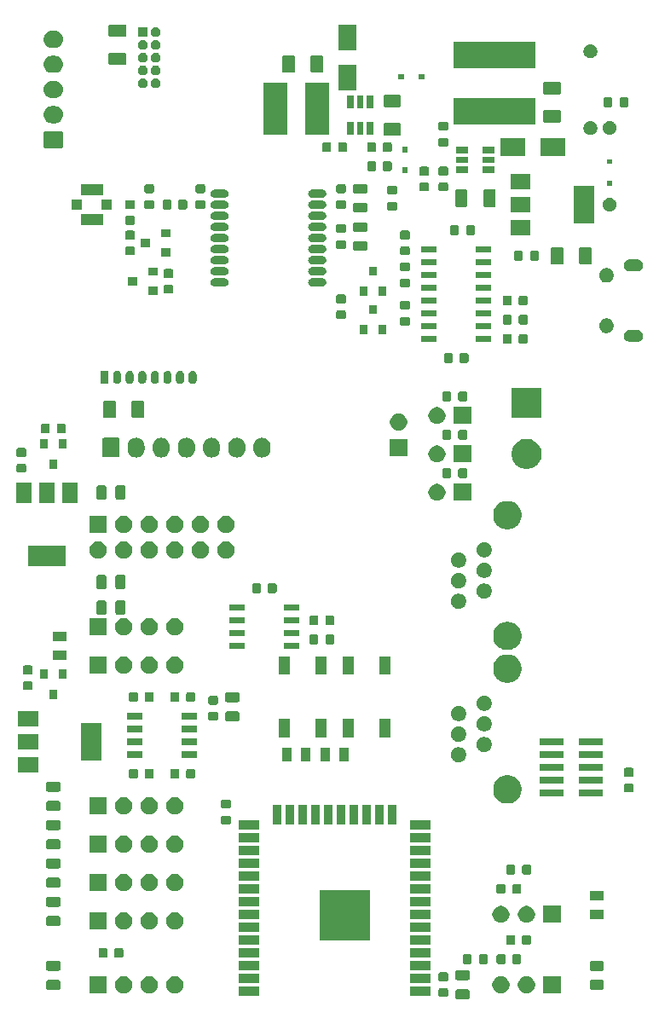
<source format=gbr>
G04 #@! TF.GenerationSoftware,KiCad,Pcbnew,(5.1.5)-3*
G04 #@! TF.CreationDate,2020-01-16T22:10:17+01:00*
G04 #@! TF.ProjectId,airMon,6169724d-6f6e-42e6-9b69-6361645f7063,0.1*
G04 #@! TF.SameCoordinates,Original*
G04 #@! TF.FileFunction,Soldermask,Top*
G04 #@! TF.FilePolarity,Negative*
%FSLAX46Y46*%
G04 Gerber Fmt 4.6, Leading zero omitted, Abs format (unit mm)*
G04 Created by KiCad (PCBNEW (5.1.5)-3) date 2020-01-16 22:10:17*
%MOMM*%
%LPD*%
G04 APERTURE LIST*
%ADD10C,0.100000*%
G04 APERTURE END LIST*
D10*
G36*
X64688991Y-117294075D02*
G01*
X64722879Y-117304355D01*
X64754112Y-117321050D01*
X64781486Y-117343514D01*
X64803950Y-117370888D01*
X64820645Y-117402121D01*
X64830925Y-117436009D01*
X64835000Y-117477388D01*
X64835000Y-118077612D01*
X64830925Y-118118991D01*
X64820645Y-118152879D01*
X64803950Y-118184112D01*
X64781486Y-118211486D01*
X64754112Y-118233950D01*
X64722879Y-118250645D01*
X64688991Y-118260925D01*
X64647612Y-118265000D01*
X63622388Y-118265000D01*
X63581009Y-118260925D01*
X63547121Y-118250645D01*
X63515888Y-118233950D01*
X63488514Y-118211486D01*
X63466050Y-118184112D01*
X63449355Y-118152879D01*
X63439075Y-118118991D01*
X63435000Y-118077612D01*
X63435000Y-117477388D01*
X63439075Y-117436009D01*
X63449355Y-117402121D01*
X63466050Y-117370888D01*
X63488514Y-117343514D01*
X63515888Y-117321050D01*
X63547121Y-117304355D01*
X63581009Y-117294075D01*
X63622388Y-117290000D01*
X64647612Y-117290000D01*
X64688991Y-117294075D01*
G37*
G36*
X62579116Y-117193595D02*
G01*
X62608311Y-117202452D01*
X62635223Y-117216837D01*
X62658808Y-117236192D01*
X62678163Y-117259777D01*
X62692548Y-117286689D01*
X62701405Y-117315884D01*
X62705000Y-117352390D01*
X62705000Y-117902610D01*
X62701405Y-117939116D01*
X62692548Y-117968311D01*
X62678163Y-117995223D01*
X62658808Y-118018808D01*
X62635223Y-118038163D01*
X62608311Y-118052548D01*
X62579116Y-118061405D01*
X62542610Y-118065000D01*
X61917390Y-118065000D01*
X61880884Y-118061405D01*
X61851689Y-118052548D01*
X61824777Y-118038163D01*
X61801192Y-118018808D01*
X61781837Y-117995223D01*
X61767452Y-117968311D01*
X61758595Y-117939116D01*
X61755000Y-117902610D01*
X61755000Y-117352390D01*
X61758595Y-117315884D01*
X61767452Y-117286689D01*
X61781837Y-117259777D01*
X61801192Y-117236192D01*
X61824777Y-117216837D01*
X61851689Y-117202452D01*
X61880884Y-117193595D01*
X61917390Y-117190000D01*
X62542610Y-117190000D01*
X62579116Y-117193595D01*
G37*
G36*
X60935000Y-117925000D02*
G01*
X58935000Y-117925000D01*
X58935000Y-117025000D01*
X60935000Y-117025000D01*
X60935000Y-117925000D01*
G37*
G36*
X43935000Y-117925000D02*
G01*
X41935000Y-117925000D01*
X41935000Y-117025000D01*
X43935000Y-117025000D01*
X43935000Y-117925000D01*
G37*
G36*
X68192935Y-116022664D02*
G01*
X68347624Y-116086739D01*
X68347626Y-116086740D01*
X68486844Y-116179762D01*
X68605238Y-116298156D01*
X68698260Y-116437374D01*
X68698261Y-116437376D01*
X68762336Y-116592065D01*
X68795000Y-116756281D01*
X68795000Y-116923719D01*
X68762336Y-117087935D01*
X68709546Y-117215379D01*
X68698260Y-117242626D01*
X68605238Y-117381844D01*
X68486844Y-117500238D01*
X68347626Y-117593260D01*
X68347625Y-117593261D01*
X68347624Y-117593261D01*
X68192935Y-117657336D01*
X68028719Y-117690000D01*
X67861281Y-117690000D01*
X67697065Y-117657336D01*
X67542376Y-117593261D01*
X67542375Y-117593261D01*
X67542374Y-117593260D01*
X67403156Y-117500238D01*
X67284762Y-117381844D01*
X67191740Y-117242626D01*
X67180454Y-117215379D01*
X67127664Y-117087935D01*
X67095000Y-116923719D01*
X67095000Y-116756281D01*
X67127664Y-116592065D01*
X67191739Y-116437376D01*
X67191740Y-116437374D01*
X67284762Y-116298156D01*
X67403156Y-116179762D01*
X67542374Y-116086740D01*
X67542376Y-116086739D01*
X67697065Y-116022664D01*
X67861281Y-115990000D01*
X68028719Y-115990000D01*
X68192935Y-116022664D01*
G37*
G36*
X73875000Y-117690000D02*
G01*
X72175000Y-117690000D01*
X72175000Y-115990000D01*
X73875000Y-115990000D01*
X73875000Y-117690000D01*
G37*
G36*
X28790000Y-117690000D02*
G01*
X27090000Y-117690000D01*
X27090000Y-115990000D01*
X28790000Y-115990000D01*
X28790000Y-117690000D01*
G37*
G36*
X30727935Y-116022664D02*
G01*
X30882624Y-116086739D01*
X30882626Y-116086740D01*
X31021844Y-116179762D01*
X31140238Y-116298156D01*
X31233260Y-116437374D01*
X31233261Y-116437376D01*
X31297336Y-116592065D01*
X31330000Y-116756281D01*
X31330000Y-116923719D01*
X31297336Y-117087935D01*
X31244546Y-117215379D01*
X31233260Y-117242626D01*
X31140238Y-117381844D01*
X31021844Y-117500238D01*
X30882626Y-117593260D01*
X30882625Y-117593261D01*
X30882624Y-117593261D01*
X30727935Y-117657336D01*
X30563719Y-117690000D01*
X30396281Y-117690000D01*
X30232065Y-117657336D01*
X30077376Y-117593261D01*
X30077375Y-117593261D01*
X30077374Y-117593260D01*
X29938156Y-117500238D01*
X29819762Y-117381844D01*
X29726740Y-117242626D01*
X29715454Y-117215379D01*
X29662664Y-117087935D01*
X29630000Y-116923719D01*
X29630000Y-116756281D01*
X29662664Y-116592065D01*
X29726739Y-116437376D01*
X29726740Y-116437374D01*
X29819762Y-116298156D01*
X29938156Y-116179762D01*
X30077374Y-116086740D01*
X30077376Y-116086739D01*
X30232065Y-116022664D01*
X30396281Y-115990000D01*
X30563719Y-115990000D01*
X30727935Y-116022664D01*
G37*
G36*
X35807935Y-116022664D02*
G01*
X35962624Y-116086739D01*
X35962626Y-116086740D01*
X36101844Y-116179762D01*
X36220238Y-116298156D01*
X36313260Y-116437374D01*
X36313261Y-116437376D01*
X36377336Y-116592065D01*
X36410000Y-116756281D01*
X36410000Y-116923719D01*
X36377336Y-117087935D01*
X36324546Y-117215379D01*
X36313260Y-117242626D01*
X36220238Y-117381844D01*
X36101844Y-117500238D01*
X35962626Y-117593260D01*
X35962625Y-117593261D01*
X35962624Y-117593261D01*
X35807935Y-117657336D01*
X35643719Y-117690000D01*
X35476281Y-117690000D01*
X35312065Y-117657336D01*
X35157376Y-117593261D01*
X35157375Y-117593261D01*
X35157374Y-117593260D01*
X35018156Y-117500238D01*
X34899762Y-117381844D01*
X34806740Y-117242626D01*
X34795454Y-117215379D01*
X34742664Y-117087935D01*
X34710000Y-116923719D01*
X34710000Y-116756281D01*
X34742664Y-116592065D01*
X34806739Y-116437376D01*
X34806740Y-116437374D01*
X34899762Y-116298156D01*
X35018156Y-116179762D01*
X35157374Y-116086740D01*
X35157376Y-116086739D01*
X35312065Y-116022664D01*
X35476281Y-115990000D01*
X35643719Y-115990000D01*
X35807935Y-116022664D01*
G37*
G36*
X70732935Y-116022664D02*
G01*
X70887624Y-116086739D01*
X70887626Y-116086740D01*
X71026844Y-116179762D01*
X71145238Y-116298156D01*
X71238260Y-116437374D01*
X71238261Y-116437376D01*
X71302336Y-116592065D01*
X71335000Y-116756281D01*
X71335000Y-116923719D01*
X71302336Y-117087935D01*
X71249546Y-117215379D01*
X71238260Y-117242626D01*
X71145238Y-117381844D01*
X71026844Y-117500238D01*
X70887626Y-117593260D01*
X70887625Y-117593261D01*
X70887624Y-117593261D01*
X70732935Y-117657336D01*
X70568719Y-117690000D01*
X70401281Y-117690000D01*
X70237065Y-117657336D01*
X70082376Y-117593261D01*
X70082375Y-117593261D01*
X70082374Y-117593260D01*
X69943156Y-117500238D01*
X69824762Y-117381844D01*
X69731740Y-117242626D01*
X69720454Y-117215379D01*
X69667664Y-117087935D01*
X69635000Y-116923719D01*
X69635000Y-116756281D01*
X69667664Y-116592065D01*
X69731739Y-116437376D01*
X69731740Y-116437374D01*
X69824762Y-116298156D01*
X69943156Y-116179762D01*
X70082374Y-116086740D01*
X70082376Y-116086739D01*
X70237065Y-116022664D01*
X70401281Y-115990000D01*
X70568719Y-115990000D01*
X70732935Y-116022664D01*
G37*
G36*
X33267935Y-116022664D02*
G01*
X33422624Y-116086739D01*
X33422626Y-116086740D01*
X33561844Y-116179762D01*
X33680238Y-116298156D01*
X33773260Y-116437374D01*
X33773261Y-116437376D01*
X33837336Y-116592065D01*
X33870000Y-116756281D01*
X33870000Y-116923719D01*
X33837336Y-117087935D01*
X33784546Y-117215379D01*
X33773260Y-117242626D01*
X33680238Y-117381844D01*
X33561844Y-117500238D01*
X33422626Y-117593260D01*
X33422625Y-117593261D01*
X33422624Y-117593261D01*
X33267935Y-117657336D01*
X33103719Y-117690000D01*
X32936281Y-117690000D01*
X32772065Y-117657336D01*
X32617376Y-117593261D01*
X32617375Y-117593261D01*
X32617374Y-117593260D01*
X32478156Y-117500238D01*
X32359762Y-117381844D01*
X32266740Y-117242626D01*
X32255454Y-117215379D01*
X32202664Y-117087935D01*
X32170000Y-116923719D01*
X32170000Y-116756281D01*
X32202664Y-116592065D01*
X32266739Y-116437376D01*
X32266740Y-116437374D01*
X32359762Y-116298156D01*
X32478156Y-116179762D01*
X32617374Y-116086740D01*
X32617376Y-116086739D01*
X32772065Y-116022664D01*
X32936281Y-115990000D01*
X33103719Y-115990000D01*
X33267935Y-116022664D01*
G37*
G36*
X78023991Y-116356575D02*
G01*
X78057879Y-116366855D01*
X78089112Y-116383550D01*
X78116486Y-116406014D01*
X78138950Y-116433388D01*
X78155645Y-116464621D01*
X78165925Y-116498509D01*
X78170000Y-116539888D01*
X78170000Y-117140112D01*
X78165925Y-117181491D01*
X78155645Y-117215379D01*
X78138950Y-117246612D01*
X78116486Y-117273986D01*
X78089112Y-117296450D01*
X78057879Y-117313145D01*
X78023991Y-117323425D01*
X77982612Y-117327500D01*
X76957388Y-117327500D01*
X76916009Y-117323425D01*
X76882121Y-117313145D01*
X76850888Y-117296450D01*
X76823514Y-117273986D01*
X76801050Y-117246612D01*
X76784355Y-117215379D01*
X76774075Y-117181491D01*
X76770000Y-117140112D01*
X76770000Y-116539888D01*
X76774075Y-116498509D01*
X76784355Y-116464621D01*
X76801050Y-116433388D01*
X76823514Y-116406014D01*
X76850888Y-116383550D01*
X76882121Y-116366855D01*
X76916009Y-116356575D01*
X76957388Y-116352500D01*
X77982612Y-116352500D01*
X78023991Y-116356575D01*
G37*
G36*
X24048991Y-116356575D02*
G01*
X24082879Y-116366855D01*
X24114112Y-116383550D01*
X24141486Y-116406014D01*
X24163950Y-116433388D01*
X24180645Y-116464621D01*
X24190925Y-116498509D01*
X24195000Y-116539888D01*
X24195000Y-117140112D01*
X24190925Y-117181491D01*
X24180645Y-117215379D01*
X24163950Y-117246612D01*
X24141486Y-117273986D01*
X24114112Y-117296450D01*
X24082879Y-117313145D01*
X24048991Y-117323425D01*
X24007612Y-117327500D01*
X22982388Y-117327500D01*
X22941009Y-117323425D01*
X22907121Y-117313145D01*
X22875888Y-117296450D01*
X22848514Y-117273986D01*
X22826050Y-117246612D01*
X22809355Y-117215379D01*
X22799075Y-117181491D01*
X22795000Y-117140112D01*
X22795000Y-116539888D01*
X22799075Y-116498509D01*
X22809355Y-116464621D01*
X22826050Y-116433388D01*
X22848514Y-116406014D01*
X22875888Y-116383550D01*
X22907121Y-116366855D01*
X22941009Y-116356575D01*
X22982388Y-116352500D01*
X24007612Y-116352500D01*
X24048991Y-116356575D01*
G37*
G36*
X60935000Y-116655000D02*
G01*
X58935000Y-116655000D01*
X58935000Y-115755000D01*
X60935000Y-115755000D01*
X60935000Y-116655000D01*
G37*
G36*
X43935000Y-116655000D02*
G01*
X41935000Y-116655000D01*
X41935000Y-115755000D01*
X43935000Y-115755000D01*
X43935000Y-116655000D01*
G37*
G36*
X62579116Y-115618595D02*
G01*
X62608311Y-115627452D01*
X62635223Y-115641837D01*
X62658808Y-115661192D01*
X62678163Y-115684777D01*
X62692548Y-115711689D01*
X62701405Y-115740884D01*
X62705000Y-115777390D01*
X62705000Y-116327610D01*
X62701405Y-116364116D01*
X62692548Y-116393311D01*
X62678163Y-116420223D01*
X62658808Y-116443808D01*
X62635223Y-116463163D01*
X62608311Y-116477548D01*
X62579116Y-116486405D01*
X62542610Y-116490000D01*
X61917390Y-116490000D01*
X61880884Y-116486405D01*
X61851689Y-116477548D01*
X61824777Y-116463163D01*
X61801192Y-116443808D01*
X61781837Y-116420223D01*
X61767452Y-116393311D01*
X61758595Y-116364116D01*
X61755000Y-116327610D01*
X61755000Y-115777390D01*
X61758595Y-115740884D01*
X61767452Y-115711689D01*
X61781837Y-115684777D01*
X61801192Y-115661192D01*
X61824777Y-115641837D01*
X61851689Y-115627452D01*
X61880884Y-115618595D01*
X61917390Y-115615000D01*
X62542610Y-115615000D01*
X62579116Y-115618595D01*
G37*
G36*
X64688991Y-115419075D02*
G01*
X64722879Y-115429355D01*
X64754112Y-115446050D01*
X64781486Y-115468514D01*
X64803950Y-115495888D01*
X64820645Y-115527121D01*
X64830925Y-115561009D01*
X64835000Y-115602388D01*
X64835000Y-116202612D01*
X64830925Y-116243991D01*
X64820645Y-116277879D01*
X64803950Y-116309112D01*
X64781486Y-116336486D01*
X64754112Y-116358950D01*
X64722879Y-116375645D01*
X64688991Y-116385925D01*
X64647612Y-116390000D01*
X63622388Y-116390000D01*
X63581009Y-116385925D01*
X63547121Y-116375645D01*
X63515888Y-116358950D01*
X63488514Y-116336486D01*
X63466050Y-116309112D01*
X63449355Y-116277879D01*
X63439075Y-116243991D01*
X63435000Y-116202612D01*
X63435000Y-115602388D01*
X63439075Y-115561009D01*
X63449355Y-115527121D01*
X63466050Y-115495888D01*
X63488514Y-115468514D01*
X63515888Y-115446050D01*
X63547121Y-115429355D01*
X63581009Y-115419075D01*
X63622388Y-115415000D01*
X64647612Y-115415000D01*
X64688991Y-115419075D01*
G37*
G36*
X78023991Y-114481575D02*
G01*
X78057879Y-114491855D01*
X78089112Y-114508550D01*
X78116486Y-114531014D01*
X78138950Y-114558388D01*
X78155645Y-114589621D01*
X78165925Y-114623509D01*
X78170000Y-114664888D01*
X78170000Y-115265112D01*
X78165925Y-115306491D01*
X78155645Y-115340379D01*
X78138950Y-115371612D01*
X78116486Y-115398986D01*
X78089112Y-115421450D01*
X78057879Y-115438145D01*
X78023991Y-115448425D01*
X77982612Y-115452500D01*
X76957388Y-115452500D01*
X76916009Y-115448425D01*
X76882121Y-115438145D01*
X76850888Y-115421450D01*
X76823514Y-115398986D01*
X76801050Y-115371612D01*
X76784355Y-115340379D01*
X76774075Y-115306491D01*
X76770000Y-115265112D01*
X76770000Y-114664888D01*
X76774075Y-114623509D01*
X76784355Y-114589621D01*
X76801050Y-114558388D01*
X76823514Y-114531014D01*
X76850888Y-114508550D01*
X76882121Y-114491855D01*
X76916009Y-114481575D01*
X76957388Y-114477500D01*
X77982612Y-114477500D01*
X78023991Y-114481575D01*
G37*
G36*
X24048991Y-114481575D02*
G01*
X24082879Y-114491855D01*
X24114112Y-114508550D01*
X24141486Y-114531014D01*
X24163950Y-114558388D01*
X24180645Y-114589621D01*
X24190925Y-114623509D01*
X24195000Y-114664888D01*
X24195000Y-115265112D01*
X24190925Y-115306491D01*
X24180645Y-115340379D01*
X24163950Y-115371612D01*
X24141486Y-115398986D01*
X24114112Y-115421450D01*
X24082879Y-115438145D01*
X24048991Y-115448425D01*
X24007612Y-115452500D01*
X22982388Y-115452500D01*
X22941009Y-115448425D01*
X22907121Y-115438145D01*
X22875888Y-115421450D01*
X22848514Y-115398986D01*
X22826050Y-115371612D01*
X22809355Y-115340379D01*
X22799075Y-115306491D01*
X22795000Y-115265112D01*
X22795000Y-114664888D01*
X22799075Y-114623509D01*
X22809355Y-114589621D01*
X22826050Y-114558388D01*
X22848514Y-114531014D01*
X22875888Y-114508550D01*
X22907121Y-114491855D01*
X22941009Y-114481575D01*
X22982388Y-114477500D01*
X24007612Y-114477500D01*
X24048991Y-114481575D01*
G37*
G36*
X43935000Y-115385000D02*
G01*
X41935000Y-115385000D01*
X41935000Y-114485000D01*
X43935000Y-114485000D01*
X43935000Y-115385000D01*
G37*
G36*
X60935000Y-115385000D02*
G01*
X58935000Y-115385000D01*
X58935000Y-114485000D01*
X60935000Y-114485000D01*
X60935000Y-115385000D01*
G37*
G36*
X66504116Y-113828595D02*
G01*
X66533311Y-113837452D01*
X66560223Y-113851837D01*
X66583808Y-113871192D01*
X66603163Y-113894777D01*
X66617548Y-113921689D01*
X66626405Y-113950884D01*
X66630000Y-113987390D01*
X66630000Y-114612610D01*
X66626405Y-114649116D01*
X66617548Y-114678311D01*
X66603163Y-114705223D01*
X66583808Y-114728808D01*
X66560223Y-114748163D01*
X66533311Y-114762548D01*
X66504116Y-114771405D01*
X66467610Y-114775000D01*
X65917390Y-114775000D01*
X65880884Y-114771405D01*
X65851689Y-114762548D01*
X65824777Y-114748163D01*
X65801192Y-114728808D01*
X65781837Y-114705223D01*
X65767452Y-114678311D01*
X65758595Y-114649116D01*
X65755000Y-114612610D01*
X65755000Y-113987390D01*
X65758595Y-113950884D01*
X65767452Y-113921689D01*
X65781837Y-113894777D01*
X65801192Y-113871192D01*
X65824777Y-113851837D01*
X65851689Y-113837452D01*
X65880884Y-113828595D01*
X65917390Y-113825000D01*
X66467610Y-113825000D01*
X66504116Y-113828595D01*
G37*
G36*
X68256616Y-113828595D02*
G01*
X68285811Y-113837452D01*
X68312723Y-113851837D01*
X68336308Y-113871192D01*
X68355663Y-113894777D01*
X68370048Y-113921689D01*
X68378905Y-113950884D01*
X68382500Y-113987390D01*
X68382500Y-114612610D01*
X68378905Y-114649116D01*
X68370048Y-114678311D01*
X68355663Y-114705223D01*
X68336308Y-114728808D01*
X68312723Y-114748163D01*
X68285811Y-114762548D01*
X68256616Y-114771405D01*
X68220110Y-114775000D01*
X67669890Y-114775000D01*
X67633384Y-114771405D01*
X67604189Y-114762548D01*
X67577277Y-114748163D01*
X67553692Y-114728808D01*
X67534337Y-114705223D01*
X67519952Y-114678311D01*
X67511095Y-114649116D01*
X67507500Y-114612610D01*
X67507500Y-113987390D01*
X67511095Y-113950884D01*
X67519952Y-113921689D01*
X67534337Y-113894777D01*
X67553692Y-113871192D01*
X67577277Y-113851837D01*
X67604189Y-113837452D01*
X67633384Y-113828595D01*
X67669890Y-113825000D01*
X68220110Y-113825000D01*
X68256616Y-113828595D01*
G37*
G36*
X69831616Y-113828595D02*
G01*
X69860811Y-113837452D01*
X69887723Y-113851837D01*
X69911308Y-113871192D01*
X69930663Y-113894777D01*
X69945048Y-113921689D01*
X69953905Y-113950884D01*
X69957500Y-113987390D01*
X69957500Y-114612610D01*
X69953905Y-114649116D01*
X69945048Y-114678311D01*
X69930663Y-114705223D01*
X69911308Y-114728808D01*
X69887723Y-114748163D01*
X69860811Y-114762548D01*
X69831616Y-114771405D01*
X69795110Y-114775000D01*
X69244890Y-114775000D01*
X69208384Y-114771405D01*
X69179189Y-114762548D01*
X69152277Y-114748163D01*
X69128692Y-114728808D01*
X69109337Y-114705223D01*
X69094952Y-114678311D01*
X69086095Y-114649116D01*
X69082500Y-114612610D01*
X69082500Y-113987390D01*
X69086095Y-113950884D01*
X69094952Y-113921689D01*
X69109337Y-113894777D01*
X69128692Y-113871192D01*
X69152277Y-113851837D01*
X69179189Y-113837452D01*
X69208384Y-113828595D01*
X69244890Y-113825000D01*
X69795110Y-113825000D01*
X69831616Y-113828595D01*
G37*
G36*
X64929116Y-113828595D02*
G01*
X64958311Y-113837452D01*
X64985223Y-113851837D01*
X65008808Y-113871192D01*
X65028163Y-113894777D01*
X65042548Y-113921689D01*
X65051405Y-113950884D01*
X65055000Y-113987390D01*
X65055000Y-114612610D01*
X65051405Y-114649116D01*
X65042548Y-114678311D01*
X65028163Y-114705223D01*
X65008808Y-114728808D01*
X64985223Y-114748163D01*
X64958311Y-114762548D01*
X64929116Y-114771405D01*
X64892610Y-114775000D01*
X64342390Y-114775000D01*
X64305884Y-114771405D01*
X64276689Y-114762548D01*
X64249777Y-114748163D01*
X64226192Y-114728808D01*
X64206837Y-114705223D01*
X64192452Y-114678311D01*
X64183595Y-114649116D01*
X64180000Y-114612610D01*
X64180000Y-113987390D01*
X64183595Y-113950884D01*
X64192452Y-113921689D01*
X64206837Y-113894777D01*
X64226192Y-113871192D01*
X64249777Y-113851837D01*
X64276689Y-113837452D01*
X64305884Y-113828595D01*
X64342390Y-113825000D01*
X64892610Y-113825000D01*
X64929116Y-113828595D01*
G37*
G36*
X30309116Y-113193595D02*
G01*
X30338311Y-113202452D01*
X30365223Y-113216837D01*
X30388808Y-113236192D01*
X30408163Y-113259777D01*
X30422548Y-113286689D01*
X30431405Y-113315884D01*
X30435000Y-113352390D01*
X30435000Y-113977610D01*
X30431405Y-114014116D01*
X30422548Y-114043311D01*
X30408163Y-114070223D01*
X30388808Y-114093808D01*
X30365223Y-114113163D01*
X30338311Y-114127548D01*
X30309116Y-114136405D01*
X30272610Y-114140000D01*
X29722390Y-114140000D01*
X29685884Y-114136405D01*
X29656689Y-114127548D01*
X29629777Y-114113163D01*
X29606192Y-114093808D01*
X29586837Y-114070223D01*
X29572452Y-114043311D01*
X29563595Y-114014116D01*
X29560000Y-113977610D01*
X29560000Y-113352390D01*
X29563595Y-113315884D01*
X29572452Y-113286689D01*
X29586837Y-113259777D01*
X29606192Y-113236192D01*
X29629777Y-113216837D01*
X29656689Y-113202452D01*
X29685884Y-113193595D01*
X29722390Y-113190000D01*
X30272610Y-113190000D01*
X30309116Y-113193595D01*
G37*
G36*
X28734116Y-113193595D02*
G01*
X28763311Y-113202452D01*
X28790223Y-113216837D01*
X28813808Y-113236192D01*
X28833163Y-113259777D01*
X28847548Y-113286689D01*
X28856405Y-113315884D01*
X28860000Y-113352390D01*
X28860000Y-113977610D01*
X28856405Y-114014116D01*
X28847548Y-114043311D01*
X28833163Y-114070223D01*
X28813808Y-114093808D01*
X28790223Y-114113163D01*
X28763311Y-114127548D01*
X28734116Y-114136405D01*
X28697610Y-114140000D01*
X28147390Y-114140000D01*
X28110884Y-114136405D01*
X28081689Y-114127548D01*
X28054777Y-114113163D01*
X28031192Y-114093808D01*
X28011837Y-114070223D01*
X27997452Y-114043311D01*
X27988595Y-114014116D01*
X27985000Y-113977610D01*
X27985000Y-113352390D01*
X27988595Y-113315884D01*
X27997452Y-113286689D01*
X28011837Y-113259777D01*
X28031192Y-113236192D01*
X28054777Y-113216837D01*
X28081689Y-113202452D01*
X28110884Y-113193595D01*
X28147390Y-113190000D01*
X28697610Y-113190000D01*
X28734116Y-113193595D01*
G37*
G36*
X60935000Y-114115000D02*
G01*
X58935000Y-114115000D01*
X58935000Y-113215000D01*
X60935000Y-113215000D01*
X60935000Y-114115000D01*
G37*
G36*
X43935000Y-114115000D02*
G01*
X41935000Y-114115000D01*
X41935000Y-113215000D01*
X43935000Y-113215000D01*
X43935000Y-114115000D01*
G37*
G36*
X70796616Y-111923595D02*
G01*
X70825811Y-111932452D01*
X70852723Y-111946837D01*
X70876308Y-111966192D01*
X70895663Y-111989777D01*
X70910048Y-112016689D01*
X70918905Y-112045884D01*
X70922500Y-112082390D01*
X70922500Y-112707610D01*
X70918905Y-112744116D01*
X70910048Y-112773311D01*
X70895663Y-112800223D01*
X70876308Y-112823808D01*
X70852723Y-112843163D01*
X70825811Y-112857548D01*
X70796616Y-112866405D01*
X70760110Y-112870000D01*
X70209890Y-112870000D01*
X70173384Y-112866405D01*
X70144189Y-112857548D01*
X70117277Y-112843163D01*
X70093692Y-112823808D01*
X70074337Y-112800223D01*
X70059952Y-112773311D01*
X70051095Y-112744116D01*
X70047500Y-112707610D01*
X70047500Y-112082390D01*
X70051095Y-112045884D01*
X70059952Y-112016689D01*
X70074337Y-111989777D01*
X70093692Y-111966192D01*
X70117277Y-111946837D01*
X70144189Y-111932452D01*
X70173384Y-111923595D01*
X70209890Y-111920000D01*
X70760110Y-111920000D01*
X70796616Y-111923595D01*
G37*
G36*
X69221616Y-111923595D02*
G01*
X69250811Y-111932452D01*
X69277723Y-111946837D01*
X69301308Y-111966192D01*
X69320663Y-111989777D01*
X69335048Y-112016689D01*
X69343905Y-112045884D01*
X69347500Y-112082390D01*
X69347500Y-112707610D01*
X69343905Y-112744116D01*
X69335048Y-112773311D01*
X69320663Y-112800223D01*
X69301308Y-112823808D01*
X69277723Y-112843163D01*
X69250811Y-112857548D01*
X69221616Y-112866405D01*
X69185110Y-112870000D01*
X68634890Y-112870000D01*
X68598384Y-112866405D01*
X68569189Y-112857548D01*
X68542277Y-112843163D01*
X68518692Y-112823808D01*
X68499337Y-112800223D01*
X68484952Y-112773311D01*
X68476095Y-112744116D01*
X68472500Y-112707610D01*
X68472500Y-112082390D01*
X68476095Y-112045884D01*
X68484952Y-112016689D01*
X68499337Y-111989777D01*
X68518692Y-111966192D01*
X68542277Y-111946837D01*
X68569189Y-111932452D01*
X68598384Y-111923595D01*
X68634890Y-111920000D01*
X69185110Y-111920000D01*
X69221616Y-111923595D01*
G37*
G36*
X60935000Y-112845000D02*
G01*
X58935000Y-112845000D01*
X58935000Y-111945000D01*
X60935000Y-111945000D01*
X60935000Y-112845000D01*
G37*
G36*
X43935000Y-112845000D02*
G01*
X41935000Y-112845000D01*
X41935000Y-111945000D01*
X43935000Y-111945000D01*
X43935000Y-112845000D01*
G37*
G36*
X54935000Y-112475000D02*
G01*
X49935000Y-112475000D01*
X49935000Y-107475000D01*
X54935000Y-107475000D01*
X54935000Y-112475000D01*
G37*
G36*
X60935000Y-111575000D02*
G01*
X58935000Y-111575000D01*
X58935000Y-110675000D01*
X60935000Y-110675000D01*
X60935000Y-111575000D01*
G37*
G36*
X43935000Y-111575000D02*
G01*
X41935000Y-111575000D01*
X41935000Y-110675000D01*
X43935000Y-110675000D01*
X43935000Y-111575000D01*
G37*
G36*
X35807935Y-109672664D02*
G01*
X35962624Y-109736739D01*
X35962626Y-109736740D01*
X36101844Y-109829762D01*
X36220238Y-109948156D01*
X36313260Y-110087374D01*
X36313261Y-110087376D01*
X36377336Y-110242065D01*
X36410000Y-110406281D01*
X36410000Y-110573719D01*
X36377336Y-110737935D01*
X36338583Y-110831491D01*
X36313260Y-110892626D01*
X36220238Y-111031844D01*
X36101844Y-111150238D01*
X35962626Y-111243260D01*
X35962625Y-111243261D01*
X35962624Y-111243261D01*
X35807935Y-111307336D01*
X35643719Y-111340000D01*
X35476281Y-111340000D01*
X35312065Y-111307336D01*
X35157376Y-111243261D01*
X35157375Y-111243261D01*
X35157374Y-111243260D01*
X35018156Y-111150238D01*
X34899762Y-111031844D01*
X34806740Y-110892626D01*
X34781417Y-110831491D01*
X34742664Y-110737935D01*
X34710000Y-110573719D01*
X34710000Y-110406281D01*
X34742664Y-110242065D01*
X34806739Y-110087376D01*
X34806740Y-110087374D01*
X34899762Y-109948156D01*
X35018156Y-109829762D01*
X35157374Y-109736740D01*
X35157376Y-109736739D01*
X35312065Y-109672664D01*
X35476281Y-109640000D01*
X35643719Y-109640000D01*
X35807935Y-109672664D01*
G37*
G36*
X33267935Y-109672664D02*
G01*
X33422624Y-109736739D01*
X33422626Y-109736740D01*
X33561844Y-109829762D01*
X33680238Y-109948156D01*
X33773260Y-110087374D01*
X33773261Y-110087376D01*
X33837336Y-110242065D01*
X33870000Y-110406281D01*
X33870000Y-110573719D01*
X33837336Y-110737935D01*
X33798583Y-110831491D01*
X33773260Y-110892626D01*
X33680238Y-111031844D01*
X33561844Y-111150238D01*
X33422626Y-111243260D01*
X33422625Y-111243261D01*
X33422624Y-111243261D01*
X33267935Y-111307336D01*
X33103719Y-111340000D01*
X32936281Y-111340000D01*
X32772065Y-111307336D01*
X32617376Y-111243261D01*
X32617375Y-111243261D01*
X32617374Y-111243260D01*
X32478156Y-111150238D01*
X32359762Y-111031844D01*
X32266740Y-110892626D01*
X32241417Y-110831491D01*
X32202664Y-110737935D01*
X32170000Y-110573719D01*
X32170000Y-110406281D01*
X32202664Y-110242065D01*
X32266739Y-110087376D01*
X32266740Y-110087374D01*
X32359762Y-109948156D01*
X32478156Y-109829762D01*
X32617374Y-109736740D01*
X32617376Y-109736739D01*
X32772065Y-109672664D01*
X32936281Y-109640000D01*
X33103719Y-109640000D01*
X33267935Y-109672664D01*
G37*
G36*
X30727935Y-109672664D02*
G01*
X30882624Y-109736739D01*
X30882626Y-109736740D01*
X31021844Y-109829762D01*
X31140238Y-109948156D01*
X31233260Y-110087374D01*
X31233261Y-110087376D01*
X31297336Y-110242065D01*
X31330000Y-110406281D01*
X31330000Y-110573719D01*
X31297336Y-110737935D01*
X31258583Y-110831491D01*
X31233260Y-110892626D01*
X31140238Y-111031844D01*
X31021844Y-111150238D01*
X30882626Y-111243260D01*
X30882625Y-111243261D01*
X30882624Y-111243261D01*
X30727935Y-111307336D01*
X30563719Y-111340000D01*
X30396281Y-111340000D01*
X30232065Y-111307336D01*
X30077376Y-111243261D01*
X30077375Y-111243261D01*
X30077374Y-111243260D01*
X29938156Y-111150238D01*
X29819762Y-111031844D01*
X29726740Y-110892626D01*
X29701417Y-110831491D01*
X29662664Y-110737935D01*
X29630000Y-110573719D01*
X29630000Y-110406281D01*
X29662664Y-110242065D01*
X29726739Y-110087376D01*
X29726740Y-110087374D01*
X29819762Y-109948156D01*
X29938156Y-109829762D01*
X30077374Y-109736740D01*
X30077376Y-109736739D01*
X30232065Y-109672664D01*
X30396281Y-109640000D01*
X30563719Y-109640000D01*
X30727935Y-109672664D01*
G37*
G36*
X28790000Y-111340000D02*
G01*
X27090000Y-111340000D01*
X27090000Y-109640000D01*
X28790000Y-109640000D01*
X28790000Y-111340000D01*
G37*
G36*
X24048991Y-110006575D02*
G01*
X24082879Y-110016855D01*
X24114112Y-110033550D01*
X24141486Y-110056014D01*
X24163950Y-110083388D01*
X24180645Y-110114621D01*
X24190925Y-110148509D01*
X24195000Y-110189888D01*
X24195000Y-110790112D01*
X24190925Y-110831491D01*
X24180645Y-110865379D01*
X24163950Y-110896612D01*
X24141486Y-110923986D01*
X24114112Y-110946450D01*
X24082879Y-110963145D01*
X24048991Y-110973425D01*
X24007612Y-110977500D01*
X22982388Y-110977500D01*
X22941009Y-110973425D01*
X22907121Y-110963145D01*
X22875888Y-110946450D01*
X22848514Y-110923986D01*
X22826050Y-110896612D01*
X22809355Y-110865379D01*
X22799075Y-110831491D01*
X22795000Y-110790112D01*
X22795000Y-110189888D01*
X22799075Y-110148509D01*
X22809355Y-110114621D01*
X22826050Y-110083388D01*
X22848514Y-110056014D01*
X22875888Y-110033550D01*
X22907121Y-110016855D01*
X22941009Y-110006575D01*
X22982388Y-110002500D01*
X24007612Y-110002500D01*
X24048991Y-110006575D01*
G37*
G36*
X68192935Y-109037664D02*
G01*
X68338153Y-109097816D01*
X68347626Y-109101740D01*
X68486844Y-109194762D01*
X68605238Y-109313156D01*
X68698260Y-109452374D01*
X68698261Y-109452376D01*
X68762336Y-109607065D01*
X68795000Y-109771281D01*
X68795000Y-109938719D01*
X68762336Y-110102935D01*
X68709546Y-110230379D01*
X68698260Y-110257626D01*
X68605238Y-110396844D01*
X68486844Y-110515238D01*
X68347626Y-110608260D01*
X68347625Y-110608261D01*
X68347624Y-110608261D01*
X68192935Y-110672336D01*
X68028719Y-110705000D01*
X67861281Y-110705000D01*
X67697065Y-110672336D01*
X67542376Y-110608261D01*
X67542375Y-110608261D01*
X67542374Y-110608260D01*
X67403156Y-110515238D01*
X67284762Y-110396844D01*
X67191740Y-110257626D01*
X67180454Y-110230379D01*
X67127664Y-110102935D01*
X67095000Y-109938719D01*
X67095000Y-109771281D01*
X67127664Y-109607065D01*
X67191739Y-109452376D01*
X67191740Y-109452374D01*
X67284762Y-109313156D01*
X67403156Y-109194762D01*
X67542374Y-109101740D01*
X67551847Y-109097816D01*
X67697065Y-109037664D01*
X67861281Y-109005000D01*
X68028719Y-109005000D01*
X68192935Y-109037664D01*
G37*
G36*
X73875000Y-110705000D02*
G01*
X72175000Y-110705000D01*
X72175000Y-109005000D01*
X73875000Y-109005000D01*
X73875000Y-110705000D01*
G37*
G36*
X70732935Y-109037664D02*
G01*
X70878153Y-109097816D01*
X70887626Y-109101740D01*
X71026844Y-109194762D01*
X71145238Y-109313156D01*
X71238260Y-109452374D01*
X71238261Y-109452376D01*
X71302336Y-109607065D01*
X71335000Y-109771281D01*
X71335000Y-109938719D01*
X71302336Y-110102935D01*
X71249546Y-110230379D01*
X71238260Y-110257626D01*
X71145238Y-110396844D01*
X71026844Y-110515238D01*
X70887626Y-110608260D01*
X70887625Y-110608261D01*
X70887624Y-110608261D01*
X70732935Y-110672336D01*
X70568719Y-110705000D01*
X70401281Y-110705000D01*
X70237065Y-110672336D01*
X70082376Y-110608261D01*
X70082375Y-110608261D01*
X70082374Y-110608260D01*
X69943156Y-110515238D01*
X69824762Y-110396844D01*
X69731740Y-110257626D01*
X69720454Y-110230379D01*
X69667664Y-110102935D01*
X69635000Y-109938719D01*
X69635000Y-109771281D01*
X69667664Y-109607065D01*
X69731739Y-109452376D01*
X69731740Y-109452374D01*
X69824762Y-109313156D01*
X69943156Y-109194762D01*
X70082374Y-109101740D01*
X70091847Y-109097816D01*
X70237065Y-109037664D01*
X70401281Y-109005000D01*
X70568719Y-109005000D01*
X70732935Y-109037664D01*
G37*
G36*
X78023991Y-109371575D02*
G01*
X78057879Y-109381855D01*
X78089112Y-109398550D01*
X78116486Y-109421014D01*
X78138950Y-109448388D01*
X78155645Y-109479621D01*
X78165925Y-109513509D01*
X78170000Y-109554888D01*
X78170000Y-110155112D01*
X78165925Y-110196491D01*
X78155645Y-110230379D01*
X78138950Y-110261612D01*
X78116486Y-110288986D01*
X78089112Y-110311450D01*
X78057879Y-110328145D01*
X78023991Y-110338425D01*
X77982612Y-110342500D01*
X76957388Y-110342500D01*
X76916009Y-110338425D01*
X76882121Y-110328145D01*
X76850888Y-110311450D01*
X76823514Y-110288986D01*
X76801050Y-110261612D01*
X76784355Y-110230379D01*
X76774075Y-110196491D01*
X76770000Y-110155112D01*
X76770000Y-109554888D01*
X76774075Y-109513509D01*
X76784355Y-109479621D01*
X76801050Y-109448388D01*
X76823514Y-109421014D01*
X76850888Y-109398550D01*
X76882121Y-109381855D01*
X76916009Y-109371575D01*
X76957388Y-109367500D01*
X77982612Y-109367500D01*
X78023991Y-109371575D01*
G37*
G36*
X60935000Y-110305000D02*
G01*
X58935000Y-110305000D01*
X58935000Y-109405000D01*
X60935000Y-109405000D01*
X60935000Y-110305000D01*
G37*
G36*
X43935000Y-110305000D02*
G01*
X41935000Y-110305000D01*
X41935000Y-109405000D01*
X43935000Y-109405000D01*
X43935000Y-110305000D01*
G37*
G36*
X24048991Y-108131575D02*
G01*
X24082879Y-108141855D01*
X24114112Y-108158550D01*
X24141486Y-108181014D01*
X24163950Y-108208388D01*
X24180645Y-108239621D01*
X24190925Y-108273509D01*
X24195000Y-108314888D01*
X24195000Y-108915112D01*
X24190925Y-108956491D01*
X24180645Y-108990379D01*
X24163950Y-109021612D01*
X24141486Y-109048986D01*
X24114112Y-109071450D01*
X24082879Y-109088145D01*
X24048991Y-109098425D01*
X24007612Y-109102500D01*
X22982388Y-109102500D01*
X22941009Y-109098425D01*
X22907121Y-109088145D01*
X22875888Y-109071450D01*
X22848514Y-109048986D01*
X22826050Y-109021612D01*
X22809355Y-108990379D01*
X22799075Y-108956491D01*
X22795000Y-108915112D01*
X22795000Y-108314888D01*
X22799075Y-108273509D01*
X22809355Y-108239621D01*
X22826050Y-108208388D01*
X22848514Y-108181014D01*
X22875888Y-108158550D01*
X22907121Y-108141855D01*
X22941009Y-108131575D01*
X22982388Y-108127500D01*
X24007612Y-108127500D01*
X24048991Y-108131575D01*
G37*
G36*
X60935000Y-109035000D02*
G01*
X58935000Y-109035000D01*
X58935000Y-108135000D01*
X60935000Y-108135000D01*
X60935000Y-109035000D01*
G37*
G36*
X43935000Y-109035000D02*
G01*
X41935000Y-109035000D01*
X41935000Y-108135000D01*
X43935000Y-108135000D01*
X43935000Y-109035000D01*
G37*
G36*
X78023991Y-107496575D02*
G01*
X78057879Y-107506855D01*
X78089112Y-107523550D01*
X78116486Y-107546014D01*
X78138950Y-107573388D01*
X78155645Y-107604621D01*
X78165925Y-107638509D01*
X78170000Y-107679888D01*
X78170000Y-108280112D01*
X78165925Y-108321491D01*
X78155645Y-108355379D01*
X78138950Y-108386612D01*
X78116486Y-108413986D01*
X78089112Y-108436450D01*
X78057879Y-108453145D01*
X78023991Y-108463425D01*
X77982612Y-108467500D01*
X76957388Y-108467500D01*
X76916009Y-108463425D01*
X76882121Y-108453145D01*
X76850888Y-108436450D01*
X76823514Y-108413986D01*
X76801050Y-108386612D01*
X76784355Y-108355379D01*
X76774075Y-108321491D01*
X76770000Y-108280112D01*
X76770000Y-107679888D01*
X76774075Y-107638509D01*
X76784355Y-107604621D01*
X76801050Y-107573388D01*
X76823514Y-107546014D01*
X76850888Y-107523550D01*
X76882121Y-107506855D01*
X76916009Y-107496575D01*
X76957388Y-107492500D01*
X77982612Y-107492500D01*
X78023991Y-107496575D01*
G37*
G36*
X69831616Y-106843595D02*
G01*
X69860811Y-106852452D01*
X69887723Y-106866837D01*
X69911308Y-106886192D01*
X69930663Y-106909777D01*
X69945048Y-106936689D01*
X69953905Y-106965884D01*
X69957500Y-107002390D01*
X69957500Y-107627610D01*
X69953905Y-107664116D01*
X69945048Y-107693311D01*
X69930663Y-107720223D01*
X69911308Y-107743808D01*
X69887723Y-107763163D01*
X69860811Y-107777548D01*
X69831616Y-107786405D01*
X69795110Y-107790000D01*
X69244890Y-107790000D01*
X69208384Y-107786405D01*
X69179189Y-107777548D01*
X69152277Y-107763163D01*
X69128692Y-107743808D01*
X69109337Y-107720223D01*
X69094952Y-107693311D01*
X69086095Y-107664116D01*
X69082500Y-107627610D01*
X69082500Y-107002390D01*
X69086095Y-106965884D01*
X69094952Y-106936689D01*
X69109337Y-106909777D01*
X69128692Y-106886192D01*
X69152277Y-106866837D01*
X69179189Y-106852452D01*
X69208384Y-106843595D01*
X69244890Y-106840000D01*
X69795110Y-106840000D01*
X69831616Y-106843595D01*
G37*
G36*
X68256616Y-106843595D02*
G01*
X68285811Y-106852452D01*
X68312723Y-106866837D01*
X68336308Y-106886192D01*
X68355663Y-106909777D01*
X68370048Y-106936689D01*
X68378905Y-106965884D01*
X68382500Y-107002390D01*
X68382500Y-107627610D01*
X68378905Y-107664116D01*
X68370048Y-107693311D01*
X68355663Y-107720223D01*
X68336308Y-107743808D01*
X68312723Y-107763163D01*
X68285811Y-107777548D01*
X68256616Y-107786405D01*
X68220110Y-107790000D01*
X67669890Y-107790000D01*
X67633384Y-107786405D01*
X67604189Y-107777548D01*
X67577277Y-107763163D01*
X67553692Y-107743808D01*
X67534337Y-107720223D01*
X67519952Y-107693311D01*
X67511095Y-107664116D01*
X67507500Y-107627610D01*
X67507500Y-107002390D01*
X67511095Y-106965884D01*
X67519952Y-106936689D01*
X67534337Y-106909777D01*
X67553692Y-106886192D01*
X67577277Y-106866837D01*
X67604189Y-106852452D01*
X67633384Y-106843595D01*
X67669890Y-106840000D01*
X68220110Y-106840000D01*
X68256616Y-106843595D01*
G37*
G36*
X60935000Y-107765000D02*
G01*
X58935000Y-107765000D01*
X58935000Y-106865000D01*
X60935000Y-106865000D01*
X60935000Y-107765000D01*
G37*
G36*
X43935000Y-107765000D02*
G01*
X41935000Y-107765000D01*
X41935000Y-106865000D01*
X43935000Y-106865000D01*
X43935000Y-107765000D01*
G37*
G36*
X28790000Y-107530000D02*
G01*
X27090000Y-107530000D01*
X27090000Y-105830000D01*
X28790000Y-105830000D01*
X28790000Y-107530000D01*
G37*
G36*
X30727935Y-105862664D02*
G01*
X30882624Y-105926739D01*
X30882626Y-105926740D01*
X31021844Y-106019762D01*
X31140238Y-106138156D01*
X31233260Y-106277374D01*
X31233261Y-106277376D01*
X31297336Y-106432065D01*
X31330000Y-106596281D01*
X31330000Y-106763719D01*
X31297336Y-106927935D01*
X31258583Y-107021491D01*
X31233260Y-107082626D01*
X31140238Y-107221844D01*
X31021844Y-107340238D01*
X30882626Y-107433260D01*
X30882625Y-107433261D01*
X30882624Y-107433261D01*
X30727935Y-107497336D01*
X30563719Y-107530000D01*
X30396281Y-107530000D01*
X30232065Y-107497336D01*
X30077376Y-107433261D01*
X30077375Y-107433261D01*
X30077374Y-107433260D01*
X29938156Y-107340238D01*
X29819762Y-107221844D01*
X29726740Y-107082626D01*
X29701417Y-107021491D01*
X29662664Y-106927935D01*
X29630000Y-106763719D01*
X29630000Y-106596281D01*
X29662664Y-106432065D01*
X29726739Y-106277376D01*
X29726740Y-106277374D01*
X29819762Y-106138156D01*
X29938156Y-106019762D01*
X30077374Y-105926740D01*
X30077376Y-105926739D01*
X30232065Y-105862664D01*
X30396281Y-105830000D01*
X30563719Y-105830000D01*
X30727935Y-105862664D01*
G37*
G36*
X33267935Y-105862664D02*
G01*
X33422624Y-105926739D01*
X33422626Y-105926740D01*
X33561844Y-106019762D01*
X33680238Y-106138156D01*
X33773260Y-106277374D01*
X33773261Y-106277376D01*
X33837336Y-106432065D01*
X33870000Y-106596281D01*
X33870000Y-106763719D01*
X33837336Y-106927935D01*
X33798583Y-107021491D01*
X33773260Y-107082626D01*
X33680238Y-107221844D01*
X33561844Y-107340238D01*
X33422626Y-107433260D01*
X33422625Y-107433261D01*
X33422624Y-107433261D01*
X33267935Y-107497336D01*
X33103719Y-107530000D01*
X32936281Y-107530000D01*
X32772065Y-107497336D01*
X32617376Y-107433261D01*
X32617375Y-107433261D01*
X32617374Y-107433260D01*
X32478156Y-107340238D01*
X32359762Y-107221844D01*
X32266740Y-107082626D01*
X32241417Y-107021491D01*
X32202664Y-106927935D01*
X32170000Y-106763719D01*
X32170000Y-106596281D01*
X32202664Y-106432065D01*
X32266739Y-106277376D01*
X32266740Y-106277374D01*
X32359762Y-106138156D01*
X32478156Y-106019762D01*
X32617374Y-105926740D01*
X32617376Y-105926739D01*
X32772065Y-105862664D01*
X32936281Y-105830000D01*
X33103719Y-105830000D01*
X33267935Y-105862664D01*
G37*
G36*
X35807935Y-105862664D02*
G01*
X35962624Y-105926739D01*
X35962626Y-105926740D01*
X36101844Y-106019762D01*
X36220238Y-106138156D01*
X36313260Y-106277374D01*
X36313261Y-106277376D01*
X36377336Y-106432065D01*
X36410000Y-106596281D01*
X36410000Y-106763719D01*
X36377336Y-106927935D01*
X36338583Y-107021491D01*
X36313260Y-107082626D01*
X36220238Y-107221844D01*
X36101844Y-107340238D01*
X35962626Y-107433260D01*
X35962625Y-107433261D01*
X35962624Y-107433261D01*
X35807935Y-107497336D01*
X35643719Y-107530000D01*
X35476281Y-107530000D01*
X35312065Y-107497336D01*
X35157376Y-107433261D01*
X35157375Y-107433261D01*
X35157374Y-107433260D01*
X35018156Y-107340238D01*
X34899762Y-107221844D01*
X34806740Y-107082626D01*
X34781417Y-107021491D01*
X34742664Y-106927935D01*
X34710000Y-106763719D01*
X34710000Y-106596281D01*
X34742664Y-106432065D01*
X34806739Y-106277376D01*
X34806740Y-106277374D01*
X34899762Y-106138156D01*
X35018156Y-106019762D01*
X35157374Y-105926740D01*
X35157376Y-105926739D01*
X35312065Y-105862664D01*
X35476281Y-105830000D01*
X35643719Y-105830000D01*
X35807935Y-105862664D01*
G37*
G36*
X24048991Y-106196575D02*
G01*
X24082879Y-106206855D01*
X24114112Y-106223550D01*
X24141486Y-106246014D01*
X24163950Y-106273388D01*
X24180645Y-106304621D01*
X24190925Y-106338509D01*
X24195000Y-106379888D01*
X24195000Y-106980112D01*
X24190925Y-107021491D01*
X24180645Y-107055379D01*
X24163950Y-107086612D01*
X24141486Y-107113986D01*
X24114112Y-107136450D01*
X24082879Y-107153145D01*
X24048991Y-107163425D01*
X24007612Y-107167500D01*
X22982388Y-107167500D01*
X22941009Y-107163425D01*
X22907121Y-107153145D01*
X22875888Y-107136450D01*
X22848514Y-107113986D01*
X22826050Y-107086612D01*
X22809355Y-107055379D01*
X22799075Y-107021491D01*
X22795000Y-106980112D01*
X22795000Y-106379888D01*
X22799075Y-106338509D01*
X22809355Y-106304621D01*
X22826050Y-106273388D01*
X22848514Y-106246014D01*
X22875888Y-106223550D01*
X22907121Y-106206855D01*
X22941009Y-106196575D01*
X22982388Y-106192500D01*
X24007612Y-106192500D01*
X24048991Y-106196575D01*
G37*
G36*
X60935000Y-106495000D02*
G01*
X58935000Y-106495000D01*
X58935000Y-105595000D01*
X60935000Y-105595000D01*
X60935000Y-106495000D01*
G37*
G36*
X43935000Y-106495000D02*
G01*
X41935000Y-106495000D01*
X41935000Y-105595000D01*
X43935000Y-105595000D01*
X43935000Y-106495000D01*
G37*
G36*
X69221616Y-104938595D02*
G01*
X69250811Y-104947452D01*
X69277723Y-104961837D01*
X69301308Y-104981192D01*
X69320663Y-105004777D01*
X69335048Y-105031689D01*
X69343905Y-105060884D01*
X69347500Y-105097390D01*
X69347500Y-105722610D01*
X69343905Y-105759116D01*
X69335048Y-105788311D01*
X69320663Y-105815223D01*
X69301308Y-105838808D01*
X69277723Y-105858163D01*
X69250811Y-105872548D01*
X69221616Y-105881405D01*
X69185110Y-105885000D01*
X68634890Y-105885000D01*
X68598384Y-105881405D01*
X68569189Y-105872548D01*
X68542277Y-105858163D01*
X68518692Y-105838808D01*
X68499337Y-105815223D01*
X68484952Y-105788311D01*
X68476095Y-105759116D01*
X68472500Y-105722610D01*
X68472500Y-105097390D01*
X68476095Y-105060884D01*
X68484952Y-105031689D01*
X68499337Y-105004777D01*
X68518692Y-104981192D01*
X68542277Y-104961837D01*
X68569189Y-104947452D01*
X68598384Y-104938595D01*
X68634890Y-104935000D01*
X69185110Y-104935000D01*
X69221616Y-104938595D01*
G37*
G36*
X70796616Y-104938595D02*
G01*
X70825811Y-104947452D01*
X70852723Y-104961837D01*
X70876308Y-104981192D01*
X70895663Y-105004777D01*
X70910048Y-105031689D01*
X70918905Y-105060884D01*
X70922500Y-105097390D01*
X70922500Y-105722610D01*
X70918905Y-105759116D01*
X70910048Y-105788311D01*
X70895663Y-105815223D01*
X70876308Y-105838808D01*
X70852723Y-105858163D01*
X70825811Y-105872548D01*
X70796616Y-105881405D01*
X70760110Y-105885000D01*
X70209890Y-105885000D01*
X70173384Y-105881405D01*
X70144189Y-105872548D01*
X70117277Y-105858163D01*
X70093692Y-105838808D01*
X70074337Y-105815223D01*
X70059952Y-105788311D01*
X70051095Y-105759116D01*
X70047500Y-105722610D01*
X70047500Y-105097390D01*
X70051095Y-105060884D01*
X70059952Y-105031689D01*
X70074337Y-105004777D01*
X70093692Y-104981192D01*
X70117277Y-104961837D01*
X70144189Y-104947452D01*
X70173384Y-104938595D01*
X70209890Y-104935000D01*
X70760110Y-104935000D01*
X70796616Y-104938595D01*
G37*
G36*
X24048991Y-104321575D02*
G01*
X24082879Y-104331855D01*
X24114112Y-104348550D01*
X24141486Y-104371014D01*
X24163950Y-104398388D01*
X24180645Y-104429621D01*
X24190925Y-104463509D01*
X24195000Y-104504888D01*
X24195000Y-105105112D01*
X24190925Y-105146491D01*
X24180645Y-105180379D01*
X24163950Y-105211612D01*
X24141486Y-105238986D01*
X24114112Y-105261450D01*
X24082879Y-105278145D01*
X24048991Y-105288425D01*
X24007612Y-105292500D01*
X22982388Y-105292500D01*
X22941009Y-105288425D01*
X22907121Y-105278145D01*
X22875888Y-105261450D01*
X22848514Y-105238986D01*
X22826050Y-105211612D01*
X22809355Y-105180379D01*
X22799075Y-105146491D01*
X22795000Y-105105112D01*
X22795000Y-104504888D01*
X22799075Y-104463509D01*
X22809355Y-104429621D01*
X22826050Y-104398388D01*
X22848514Y-104371014D01*
X22875888Y-104348550D01*
X22907121Y-104331855D01*
X22941009Y-104321575D01*
X22982388Y-104317500D01*
X24007612Y-104317500D01*
X24048991Y-104321575D01*
G37*
G36*
X43935000Y-105225000D02*
G01*
X41935000Y-105225000D01*
X41935000Y-104325000D01*
X43935000Y-104325000D01*
X43935000Y-105225000D01*
G37*
G36*
X60935000Y-105225000D02*
G01*
X58935000Y-105225000D01*
X58935000Y-104325000D01*
X60935000Y-104325000D01*
X60935000Y-105225000D01*
G37*
G36*
X60935000Y-103955000D02*
G01*
X58935000Y-103955000D01*
X58935000Y-103055000D01*
X60935000Y-103055000D01*
X60935000Y-103955000D01*
G37*
G36*
X43935000Y-103955000D02*
G01*
X41935000Y-103955000D01*
X41935000Y-103055000D01*
X43935000Y-103055000D01*
X43935000Y-103955000D01*
G37*
G36*
X30727935Y-102052664D02*
G01*
X30882624Y-102116739D01*
X30882626Y-102116740D01*
X31021844Y-102209762D01*
X31140238Y-102328156D01*
X31233260Y-102467374D01*
X31233261Y-102467376D01*
X31297336Y-102622065D01*
X31330000Y-102786281D01*
X31330000Y-102953719D01*
X31297336Y-103117935D01*
X31258583Y-103211491D01*
X31233260Y-103272626D01*
X31140238Y-103411844D01*
X31021844Y-103530238D01*
X30882626Y-103623260D01*
X30882625Y-103623261D01*
X30882624Y-103623261D01*
X30727935Y-103687336D01*
X30563719Y-103720000D01*
X30396281Y-103720000D01*
X30232065Y-103687336D01*
X30077376Y-103623261D01*
X30077375Y-103623261D01*
X30077374Y-103623260D01*
X29938156Y-103530238D01*
X29819762Y-103411844D01*
X29726740Y-103272626D01*
X29701417Y-103211491D01*
X29662664Y-103117935D01*
X29630000Y-102953719D01*
X29630000Y-102786281D01*
X29662664Y-102622065D01*
X29726739Y-102467376D01*
X29726740Y-102467374D01*
X29819762Y-102328156D01*
X29938156Y-102209762D01*
X30077374Y-102116740D01*
X30077376Y-102116739D01*
X30232065Y-102052664D01*
X30396281Y-102020000D01*
X30563719Y-102020000D01*
X30727935Y-102052664D01*
G37*
G36*
X35807935Y-102052664D02*
G01*
X35962624Y-102116739D01*
X35962626Y-102116740D01*
X36101844Y-102209762D01*
X36220238Y-102328156D01*
X36313260Y-102467374D01*
X36313261Y-102467376D01*
X36377336Y-102622065D01*
X36410000Y-102786281D01*
X36410000Y-102953719D01*
X36377336Y-103117935D01*
X36338583Y-103211491D01*
X36313260Y-103272626D01*
X36220238Y-103411844D01*
X36101844Y-103530238D01*
X35962626Y-103623260D01*
X35962625Y-103623261D01*
X35962624Y-103623261D01*
X35807935Y-103687336D01*
X35643719Y-103720000D01*
X35476281Y-103720000D01*
X35312065Y-103687336D01*
X35157376Y-103623261D01*
X35157375Y-103623261D01*
X35157374Y-103623260D01*
X35018156Y-103530238D01*
X34899762Y-103411844D01*
X34806740Y-103272626D01*
X34781417Y-103211491D01*
X34742664Y-103117935D01*
X34710000Y-102953719D01*
X34710000Y-102786281D01*
X34742664Y-102622065D01*
X34806739Y-102467376D01*
X34806740Y-102467374D01*
X34899762Y-102328156D01*
X35018156Y-102209762D01*
X35157374Y-102116740D01*
X35157376Y-102116739D01*
X35312065Y-102052664D01*
X35476281Y-102020000D01*
X35643719Y-102020000D01*
X35807935Y-102052664D01*
G37*
G36*
X28790000Y-103720000D02*
G01*
X27090000Y-103720000D01*
X27090000Y-102020000D01*
X28790000Y-102020000D01*
X28790000Y-103720000D01*
G37*
G36*
X33267935Y-102052664D02*
G01*
X33422624Y-102116739D01*
X33422626Y-102116740D01*
X33561844Y-102209762D01*
X33680238Y-102328156D01*
X33773260Y-102467374D01*
X33773261Y-102467376D01*
X33837336Y-102622065D01*
X33870000Y-102786281D01*
X33870000Y-102953719D01*
X33837336Y-103117935D01*
X33798583Y-103211491D01*
X33773260Y-103272626D01*
X33680238Y-103411844D01*
X33561844Y-103530238D01*
X33422626Y-103623260D01*
X33422625Y-103623261D01*
X33422624Y-103623261D01*
X33267935Y-103687336D01*
X33103719Y-103720000D01*
X32936281Y-103720000D01*
X32772065Y-103687336D01*
X32617376Y-103623261D01*
X32617375Y-103623261D01*
X32617374Y-103623260D01*
X32478156Y-103530238D01*
X32359762Y-103411844D01*
X32266740Y-103272626D01*
X32241417Y-103211491D01*
X32202664Y-103117935D01*
X32170000Y-102953719D01*
X32170000Y-102786281D01*
X32202664Y-102622065D01*
X32266739Y-102467376D01*
X32266740Y-102467374D01*
X32359762Y-102328156D01*
X32478156Y-102209762D01*
X32617374Y-102116740D01*
X32617376Y-102116739D01*
X32772065Y-102052664D01*
X32936281Y-102020000D01*
X33103719Y-102020000D01*
X33267935Y-102052664D01*
G37*
G36*
X24048991Y-102386575D02*
G01*
X24082879Y-102396855D01*
X24114112Y-102413550D01*
X24141486Y-102436014D01*
X24163950Y-102463388D01*
X24180645Y-102494621D01*
X24190925Y-102528509D01*
X24195000Y-102569888D01*
X24195000Y-103170112D01*
X24190925Y-103211491D01*
X24180645Y-103245379D01*
X24163950Y-103276612D01*
X24141486Y-103303986D01*
X24114112Y-103326450D01*
X24082879Y-103343145D01*
X24048991Y-103353425D01*
X24007612Y-103357500D01*
X22982388Y-103357500D01*
X22941009Y-103353425D01*
X22907121Y-103343145D01*
X22875888Y-103326450D01*
X22848514Y-103303986D01*
X22826050Y-103276612D01*
X22809355Y-103245379D01*
X22799075Y-103211491D01*
X22795000Y-103170112D01*
X22795000Y-102569888D01*
X22799075Y-102528509D01*
X22809355Y-102494621D01*
X22826050Y-102463388D01*
X22848514Y-102436014D01*
X22875888Y-102413550D01*
X22907121Y-102396855D01*
X22941009Y-102386575D01*
X22982388Y-102382500D01*
X24007612Y-102382500D01*
X24048991Y-102386575D01*
G37*
G36*
X60935000Y-102685000D02*
G01*
X58935000Y-102685000D01*
X58935000Y-101785000D01*
X60935000Y-101785000D01*
X60935000Y-102685000D01*
G37*
G36*
X43935000Y-102685000D02*
G01*
X41935000Y-102685000D01*
X41935000Y-101785000D01*
X43935000Y-101785000D01*
X43935000Y-102685000D01*
G37*
G36*
X24048991Y-100511575D02*
G01*
X24082879Y-100521855D01*
X24114112Y-100538550D01*
X24141486Y-100561014D01*
X24163950Y-100588388D01*
X24180645Y-100619621D01*
X24190925Y-100653509D01*
X24195000Y-100694888D01*
X24195000Y-101295112D01*
X24190925Y-101336491D01*
X24180645Y-101370379D01*
X24163950Y-101401612D01*
X24141486Y-101428986D01*
X24114112Y-101451450D01*
X24082879Y-101468145D01*
X24048991Y-101478425D01*
X24007612Y-101482500D01*
X22982388Y-101482500D01*
X22941009Y-101478425D01*
X22907121Y-101468145D01*
X22875888Y-101451450D01*
X22848514Y-101428986D01*
X22826050Y-101401612D01*
X22809355Y-101370379D01*
X22799075Y-101336491D01*
X22795000Y-101295112D01*
X22795000Y-100694888D01*
X22799075Y-100653509D01*
X22809355Y-100619621D01*
X22826050Y-100588388D01*
X22848514Y-100561014D01*
X22875888Y-100538550D01*
X22907121Y-100521855D01*
X22941009Y-100511575D01*
X22982388Y-100507500D01*
X24007612Y-100507500D01*
X24048991Y-100511575D01*
G37*
G36*
X43935000Y-101415000D02*
G01*
X41935000Y-101415000D01*
X41935000Y-100515000D01*
X43935000Y-100515000D01*
X43935000Y-101415000D01*
G37*
G36*
X60935000Y-101415000D02*
G01*
X58935000Y-101415000D01*
X58935000Y-100515000D01*
X60935000Y-100515000D01*
X60935000Y-101415000D01*
G37*
G36*
X46170000Y-100965000D02*
G01*
X45270000Y-100965000D01*
X45270000Y-98965000D01*
X46170000Y-98965000D01*
X46170000Y-100965000D01*
G37*
G36*
X57600000Y-100965000D02*
G01*
X56700000Y-100965000D01*
X56700000Y-98965000D01*
X57600000Y-98965000D01*
X57600000Y-100965000D01*
G37*
G36*
X56330000Y-100965000D02*
G01*
X55430000Y-100965000D01*
X55430000Y-98965000D01*
X56330000Y-98965000D01*
X56330000Y-100965000D01*
G37*
G36*
X55060000Y-100965000D02*
G01*
X54160000Y-100965000D01*
X54160000Y-98965000D01*
X55060000Y-98965000D01*
X55060000Y-100965000D01*
G37*
G36*
X53790000Y-100965000D02*
G01*
X52890000Y-100965000D01*
X52890000Y-98965000D01*
X53790000Y-98965000D01*
X53790000Y-100965000D01*
G37*
G36*
X49980000Y-100965000D02*
G01*
X49080000Y-100965000D01*
X49080000Y-98965000D01*
X49980000Y-98965000D01*
X49980000Y-100965000D01*
G37*
G36*
X48710000Y-100965000D02*
G01*
X47810000Y-100965000D01*
X47810000Y-98965000D01*
X48710000Y-98965000D01*
X48710000Y-100965000D01*
G37*
G36*
X52520000Y-100965000D02*
G01*
X51620000Y-100965000D01*
X51620000Y-98965000D01*
X52520000Y-98965000D01*
X52520000Y-100965000D01*
G37*
G36*
X47440000Y-100965000D02*
G01*
X46540000Y-100965000D01*
X46540000Y-98965000D01*
X47440000Y-98965000D01*
X47440000Y-100965000D01*
G37*
G36*
X51250000Y-100965000D02*
G01*
X50350000Y-100965000D01*
X50350000Y-98965000D01*
X51250000Y-98965000D01*
X51250000Y-100965000D01*
G37*
G36*
X40989116Y-100048595D02*
G01*
X41018311Y-100057452D01*
X41045223Y-100071837D01*
X41068808Y-100091192D01*
X41088163Y-100114777D01*
X41102548Y-100141689D01*
X41111405Y-100170884D01*
X41115000Y-100207390D01*
X41115000Y-100757610D01*
X41111405Y-100794116D01*
X41102548Y-100823311D01*
X41088163Y-100850223D01*
X41068808Y-100873808D01*
X41045223Y-100893163D01*
X41018311Y-100907548D01*
X40989116Y-100916405D01*
X40952610Y-100920000D01*
X40327390Y-100920000D01*
X40290884Y-100916405D01*
X40261689Y-100907548D01*
X40234777Y-100893163D01*
X40211192Y-100873808D01*
X40191837Y-100850223D01*
X40177452Y-100823311D01*
X40168595Y-100794116D01*
X40165000Y-100757610D01*
X40165000Y-100207390D01*
X40168595Y-100170884D01*
X40177452Y-100141689D01*
X40191837Y-100114777D01*
X40211192Y-100091192D01*
X40234777Y-100071837D01*
X40261689Y-100057452D01*
X40290884Y-100048595D01*
X40327390Y-100045000D01*
X40952610Y-100045000D01*
X40989116Y-100048595D01*
G37*
G36*
X35807935Y-98242664D02*
G01*
X35962624Y-98306739D01*
X35962626Y-98306740D01*
X36101844Y-98399762D01*
X36220238Y-98518156D01*
X36313260Y-98657374D01*
X36313261Y-98657376D01*
X36377336Y-98812065D01*
X36410000Y-98976281D01*
X36410000Y-99143719D01*
X36377336Y-99307935D01*
X36338583Y-99401491D01*
X36313260Y-99462626D01*
X36220238Y-99601844D01*
X36101844Y-99720238D01*
X35962626Y-99813260D01*
X35962625Y-99813261D01*
X35962624Y-99813261D01*
X35807935Y-99877336D01*
X35643719Y-99910000D01*
X35476281Y-99910000D01*
X35312065Y-99877336D01*
X35157376Y-99813261D01*
X35157375Y-99813261D01*
X35157374Y-99813260D01*
X35018156Y-99720238D01*
X34899762Y-99601844D01*
X34806740Y-99462626D01*
X34781417Y-99401491D01*
X34742664Y-99307935D01*
X34710000Y-99143719D01*
X34710000Y-98976281D01*
X34742664Y-98812065D01*
X34806739Y-98657376D01*
X34806740Y-98657374D01*
X34899762Y-98518156D01*
X35018156Y-98399762D01*
X35157374Y-98306740D01*
X35157376Y-98306739D01*
X35312065Y-98242664D01*
X35476281Y-98210000D01*
X35643719Y-98210000D01*
X35807935Y-98242664D01*
G37*
G36*
X33267935Y-98242664D02*
G01*
X33422624Y-98306739D01*
X33422626Y-98306740D01*
X33561844Y-98399762D01*
X33680238Y-98518156D01*
X33773260Y-98657374D01*
X33773261Y-98657376D01*
X33837336Y-98812065D01*
X33870000Y-98976281D01*
X33870000Y-99143719D01*
X33837336Y-99307935D01*
X33798583Y-99401491D01*
X33773260Y-99462626D01*
X33680238Y-99601844D01*
X33561844Y-99720238D01*
X33422626Y-99813260D01*
X33422625Y-99813261D01*
X33422624Y-99813261D01*
X33267935Y-99877336D01*
X33103719Y-99910000D01*
X32936281Y-99910000D01*
X32772065Y-99877336D01*
X32617376Y-99813261D01*
X32617375Y-99813261D01*
X32617374Y-99813260D01*
X32478156Y-99720238D01*
X32359762Y-99601844D01*
X32266740Y-99462626D01*
X32241417Y-99401491D01*
X32202664Y-99307935D01*
X32170000Y-99143719D01*
X32170000Y-98976281D01*
X32202664Y-98812065D01*
X32266739Y-98657376D01*
X32266740Y-98657374D01*
X32359762Y-98518156D01*
X32478156Y-98399762D01*
X32617374Y-98306740D01*
X32617376Y-98306739D01*
X32772065Y-98242664D01*
X32936281Y-98210000D01*
X33103719Y-98210000D01*
X33267935Y-98242664D01*
G37*
G36*
X30727935Y-98242664D02*
G01*
X30882624Y-98306739D01*
X30882626Y-98306740D01*
X31021844Y-98399762D01*
X31140238Y-98518156D01*
X31233260Y-98657374D01*
X31233261Y-98657376D01*
X31297336Y-98812065D01*
X31330000Y-98976281D01*
X31330000Y-99143719D01*
X31297336Y-99307935D01*
X31258583Y-99401491D01*
X31233260Y-99462626D01*
X31140238Y-99601844D01*
X31021844Y-99720238D01*
X30882626Y-99813260D01*
X30882625Y-99813261D01*
X30882624Y-99813261D01*
X30727935Y-99877336D01*
X30563719Y-99910000D01*
X30396281Y-99910000D01*
X30232065Y-99877336D01*
X30077376Y-99813261D01*
X30077375Y-99813261D01*
X30077374Y-99813260D01*
X29938156Y-99720238D01*
X29819762Y-99601844D01*
X29726740Y-99462626D01*
X29701417Y-99401491D01*
X29662664Y-99307935D01*
X29630000Y-99143719D01*
X29630000Y-98976281D01*
X29662664Y-98812065D01*
X29726739Y-98657376D01*
X29726740Y-98657374D01*
X29819762Y-98518156D01*
X29938156Y-98399762D01*
X30077374Y-98306740D01*
X30077376Y-98306739D01*
X30232065Y-98242664D01*
X30396281Y-98210000D01*
X30563719Y-98210000D01*
X30727935Y-98242664D01*
G37*
G36*
X28790000Y-99910000D02*
G01*
X27090000Y-99910000D01*
X27090000Y-98210000D01*
X28790000Y-98210000D01*
X28790000Y-99910000D01*
G37*
G36*
X24048991Y-98576575D02*
G01*
X24082879Y-98586855D01*
X24114112Y-98603550D01*
X24141486Y-98626014D01*
X24163950Y-98653388D01*
X24180645Y-98684621D01*
X24190925Y-98718509D01*
X24195000Y-98759888D01*
X24195000Y-99360112D01*
X24190925Y-99401491D01*
X24180645Y-99435379D01*
X24163950Y-99466612D01*
X24141486Y-99493986D01*
X24114112Y-99516450D01*
X24082879Y-99533145D01*
X24048991Y-99543425D01*
X24007612Y-99547500D01*
X22982388Y-99547500D01*
X22941009Y-99543425D01*
X22907121Y-99533145D01*
X22875888Y-99516450D01*
X22848514Y-99493986D01*
X22826050Y-99466612D01*
X22809355Y-99435379D01*
X22799075Y-99401491D01*
X22795000Y-99360112D01*
X22795000Y-98759888D01*
X22799075Y-98718509D01*
X22809355Y-98684621D01*
X22826050Y-98653388D01*
X22848514Y-98626014D01*
X22875888Y-98603550D01*
X22907121Y-98586855D01*
X22941009Y-98576575D01*
X22982388Y-98572500D01*
X24007612Y-98572500D01*
X24048991Y-98576575D01*
G37*
G36*
X40989116Y-98473595D02*
G01*
X41018311Y-98482452D01*
X41045223Y-98496837D01*
X41068808Y-98516192D01*
X41088163Y-98539777D01*
X41102548Y-98566689D01*
X41111405Y-98595884D01*
X41115000Y-98632390D01*
X41115000Y-99182610D01*
X41111405Y-99219116D01*
X41102548Y-99248311D01*
X41088163Y-99275223D01*
X41068808Y-99298808D01*
X41045223Y-99318163D01*
X41018311Y-99332548D01*
X40989116Y-99341405D01*
X40952610Y-99345000D01*
X40327390Y-99345000D01*
X40290884Y-99341405D01*
X40261689Y-99332548D01*
X40234777Y-99318163D01*
X40211192Y-99298808D01*
X40191837Y-99275223D01*
X40177452Y-99248311D01*
X40168595Y-99219116D01*
X40165000Y-99182610D01*
X40165000Y-98632390D01*
X40168595Y-98595884D01*
X40177452Y-98566689D01*
X40191837Y-98539777D01*
X40211192Y-98516192D01*
X40234777Y-98496837D01*
X40261689Y-98482452D01*
X40290884Y-98473595D01*
X40327390Y-98470000D01*
X40952610Y-98470000D01*
X40989116Y-98473595D01*
G37*
G36*
X68738581Y-96044116D02*
G01*
X68988365Y-96093801D01*
X69243149Y-96199336D01*
X69472448Y-96352549D01*
X69667451Y-96547552D01*
X69820664Y-96776851D01*
X69820665Y-96776853D01*
X69834238Y-96809621D01*
X69860989Y-96874203D01*
X69926199Y-97031636D01*
X69980000Y-97302111D01*
X69980000Y-97577889D01*
X69965992Y-97648311D01*
X69926199Y-97848365D01*
X69820664Y-98103149D01*
X69667451Y-98332448D01*
X69472448Y-98527451D01*
X69243149Y-98680664D01*
X69243148Y-98680665D01*
X69243147Y-98680665D01*
X69233596Y-98684621D01*
X68988365Y-98786199D01*
X68858332Y-98812064D01*
X68717889Y-98840000D01*
X68442111Y-98840000D01*
X68301668Y-98812064D01*
X68171635Y-98786199D01*
X67926404Y-98684621D01*
X67916853Y-98680665D01*
X67916852Y-98680665D01*
X67916851Y-98680664D01*
X67687552Y-98527451D01*
X67492549Y-98332448D01*
X67339336Y-98103149D01*
X67233801Y-97848365D01*
X67194008Y-97648311D01*
X67180000Y-97577889D01*
X67180000Y-97302111D01*
X67233801Y-97031636D01*
X67299012Y-96874203D01*
X67325762Y-96809621D01*
X67339335Y-96776853D01*
X67339336Y-96776851D01*
X67492549Y-96547552D01*
X67687552Y-96352549D01*
X67916851Y-96199336D01*
X68171635Y-96093801D01*
X68421419Y-96044116D01*
X68442111Y-96040000D01*
X68717889Y-96040000D01*
X68738581Y-96044116D01*
G37*
G36*
X78080000Y-98160000D02*
G01*
X75680000Y-98160000D01*
X75680000Y-97420000D01*
X78080000Y-97420000D01*
X78080000Y-98160000D01*
G37*
G36*
X74180000Y-98160000D02*
G01*
X71780000Y-98160000D01*
X71780000Y-97420000D01*
X74180000Y-97420000D01*
X74180000Y-98160000D01*
G37*
G36*
X80994116Y-96873595D02*
G01*
X81023311Y-96882452D01*
X81050223Y-96896837D01*
X81073808Y-96916192D01*
X81093163Y-96939777D01*
X81107548Y-96966689D01*
X81116405Y-96995884D01*
X81120000Y-97032390D01*
X81120000Y-97582610D01*
X81116405Y-97619116D01*
X81107548Y-97648311D01*
X81093163Y-97675223D01*
X81073808Y-97698808D01*
X81050223Y-97718163D01*
X81023311Y-97732548D01*
X80994116Y-97741405D01*
X80957610Y-97745000D01*
X80332390Y-97745000D01*
X80295884Y-97741405D01*
X80266689Y-97732548D01*
X80239777Y-97718163D01*
X80216192Y-97698808D01*
X80196837Y-97675223D01*
X80182452Y-97648311D01*
X80173595Y-97619116D01*
X80170000Y-97582610D01*
X80170000Y-97032390D01*
X80173595Y-96995884D01*
X80182452Y-96966689D01*
X80196837Y-96939777D01*
X80216192Y-96916192D01*
X80239777Y-96896837D01*
X80266689Y-96882452D01*
X80295884Y-96873595D01*
X80332390Y-96870000D01*
X80957610Y-96870000D01*
X80994116Y-96873595D01*
G37*
G36*
X24048991Y-96701575D02*
G01*
X24082879Y-96711855D01*
X24114112Y-96728550D01*
X24141486Y-96751014D01*
X24163950Y-96778388D01*
X24180645Y-96809621D01*
X24190925Y-96843509D01*
X24195000Y-96884888D01*
X24195000Y-97485112D01*
X24190925Y-97526491D01*
X24180645Y-97560379D01*
X24163950Y-97591612D01*
X24141486Y-97618986D01*
X24114112Y-97641450D01*
X24082879Y-97658145D01*
X24048991Y-97668425D01*
X24007612Y-97672500D01*
X22982388Y-97672500D01*
X22941009Y-97668425D01*
X22907121Y-97658145D01*
X22875888Y-97641450D01*
X22848514Y-97618986D01*
X22826050Y-97591612D01*
X22809355Y-97560379D01*
X22799075Y-97526491D01*
X22795000Y-97485112D01*
X22795000Y-96884888D01*
X22799075Y-96843509D01*
X22809355Y-96809621D01*
X22826050Y-96778388D01*
X22848514Y-96751014D01*
X22875888Y-96728550D01*
X22907121Y-96711855D01*
X22941009Y-96701575D01*
X22982388Y-96697500D01*
X24007612Y-96697500D01*
X24048991Y-96701575D01*
G37*
G36*
X78080000Y-96890000D02*
G01*
X75680000Y-96890000D01*
X75680000Y-96150000D01*
X78080000Y-96150000D01*
X78080000Y-96890000D01*
G37*
G36*
X74180000Y-96890000D02*
G01*
X71780000Y-96890000D01*
X71780000Y-96150000D01*
X74180000Y-96150000D01*
X74180000Y-96890000D01*
G37*
G36*
X33331616Y-95413595D02*
G01*
X33360811Y-95422452D01*
X33387723Y-95436837D01*
X33411308Y-95456192D01*
X33430663Y-95479777D01*
X33445048Y-95506689D01*
X33453905Y-95535884D01*
X33457500Y-95572390D01*
X33457500Y-96197610D01*
X33453905Y-96234116D01*
X33445048Y-96263311D01*
X33430663Y-96290223D01*
X33411308Y-96313808D01*
X33387723Y-96333163D01*
X33360811Y-96347548D01*
X33331616Y-96356405D01*
X33295110Y-96360000D01*
X32744890Y-96360000D01*
X32708384Y-96356405D01*
X32679189Y-96347548D01*
X32652277Y-96333163D01*
X32628692Y-96313808D01*
X32609337Y-96290223D01*
X32594952Y-96263311D01*
X32586095Y-96234116D01*
X32582500Y-96197610D01*
X32582500Y-95572390D01*
X32586095Y-95535884D01*
X32594952Y-95506689D01*
X32609337Y-95479777D01*
X32628692Y-95456192D01*
X32652277Y-95436837D01*
X32679189Y-95422452D01*
X32708384Y-95413595D01*
X32744890Y-95410000D01*
X33295110Y-95410000D01*
X33331616Y-95413595D01*
G37*
G36*
X35871616Y-95413595D02*
G01*
X35900811Y-95422452D01*
X35927723Y-95436837D01*
X35951308Y-95456192D01*
X35970663Y-95479777D01*
X35985048Y-95506689D01*
X35993905Y-95535884D01*
X35997500Y-95572390D01*
X35997500Y-96197610D01*
X35993905Y-96234116D01*
X35985048Y-96263311D01*
X35970663Y-96290223D01*
X35951308Y-96313808D01*
X35927723Y-96333163D01*
X35900811Y-96347548D01*
X35871616Y-96356405D01*
X35835110Y-96360000D01*
X35284890Y-96360000D01*
X35248384Y-96356405D01*
X35219189Y-96347548D01*
X35192277Y-96333163D01*
X35168692Y-96313808D01*
X35149337Y-96290223D01*
X35134952Y-96263311D01*
X35126095Y-96234116D01*
X35122500Y-96197610D01*
X35122500Y-95572390D01*
X35126095Y-95535884D01*
X35134952Y-95506689D01*
X35149337Y-95479777D01*
X35168692Y-95456192D01*
X35192277Y-95436837D01*
X35219189Y-95422452D01*
X35248384Y-95413595D01*
X35284890Y-95410000D01*
X35835110Y-95410000D01*
X35871616Y-95413595D01*
G37*
G36*
X31756616Y-95413595D02*
G01*
X31785811Y-95422452D01*
X31812723Y-95436837D01*
X31836308Y-95456192D01*
X31855663Y-95479777D01*
X31870048Y-95506689D01*
X31878905Y-95535884D01*
X31882500Y-95572390D01*
X31882500Y-96197610D01*
X31878905Y-96234116D01*
X31870048Y-96263311D01*
X31855663Y-96290223D01*
X31836308Y-96313808D01*
X31812723Y-96333163D01*
X31785811Y-96347548D01*
X31756616Y-96356405D01*
X31720110Y-96360000D01*
X31169890Y-96360000D01*
X31133384Y-96356405D01*
X31104189Y-96347548D01*
X31077277Y-96333163D01*
X31053692Y-96313808D01*
X31034337Y-96290223D01*
X31019952Y-96263311D01*
X31011095Y-96234116D01*
X31007500Y-96197610D01*
X31007500Y-95572390D01*
X31011095Y-95535884D01*
X31019952Y-95506689D01*
X31034337Y-95479777D01*
X31053692Y-95456192D01*
X31077277Y-95436837D01*
X31104189Y-95422452D01*
X31133384Y-95413595D01*
X31169890Y-95410000D01*
X31720110Y-95410000D01*
X31756616Y-95413595D01*
G37*
G36*
X37446616Y-95413595D02*
G01*
X37475811Y-95422452D01*
X37502723Y-95436837D01*
X37526308Y-95456192D01*
X37545663Y-95479777D01*
X37560048Y-95506689D01*
X37568905Y-95535884D01*
X37572500Y-95572390D01*
X37572500Y-96197610D01*
X37568905Y-96234116D01*
X37560048Y-96263311D01*
X37545663Y-96290223D01*
X37526308Y-96313808D01*
X37502723Y-96333163D01*
X37475811Y-96347548D01*
X37446616Y-96356405D01*
X37410110Y-96360000D01*
X36859890Y-96360000D01*
X36823384Y-96356405D01*
X36794189Y-96347548D01*
X36767277Y-96333163D01*
X36743692Y-96313808D01*
X36724337Y-96290223D01*
X36709952Y-96263311D01*
X36701095Y-96234116D01*
X36697500Y-96197610D01*
X36697500Y-95572390D01*
X36701095Y-95535884D01*
X36709952Y-95506689D01*
X36724337Y-95479777D01*
X36743692Y-95456192D01*
X36767277Y-95436837D01*
X36794189Y-95422452D01*
X36823384Y-95413595D01*
X36859890Y-95410000D01*
X37410110Y-95410000D01*
X37446616Y-95413595D01*
G37*
G36*
X80994116Y-95298595D02*
G01*
X81023311Y-95307452D01*
X81050223Y-95321837D01*
X81073808Y-95341192D01*
X81093163Y-95364777D01*
X81107548Y-95391689D01*
X81116405Y-95420884D01*
X81120000Y-95457390D01*
X81120000Y-96007610D01*
X81116405Y-96044116D01*
X81107548Y-96073311D01*
X81093163Y-96100223D01*
X81073808Y-96123808D01*
X81050223Y-96143163D01*
X81023311Y-96157548D01*
X80994116Y-96166405D01*
X80957610Y-96170000D01*
X80332390Y-96170000D01*
X80295884Y-96166405D01*
X80266689Y-96157548D01*
X80239777Y-96143163D01*
X80216192Y-96123808D01*
X80196837Y-96100223D01*
X80182452Y-96073311D01*
X80173595Y-96044116D01*
X80170000Y-96007610D01*
X80170000Y-95457390D01*
X80173595Y-95420884D01*
X80182452Y-95391689D01*
X80196837Y-95364777D01*
X80216192Y-95341192D01*
X80239777Y-95321837D01*
X80266689Y-95307452D01*
X80295884Y-95298595D01*
X80332390Y-95295000D01*
X80957610Y-95295000D01*
X80994116Y-95298595D01*
G37*
G36*
X21980000Y-95760000D02*
G01*
X19980000Y-95760000D01*
X19980000Y-94260000D01*
X21980000Y-94260000D01*
X21980000Y-95760000D01*
G37*
G36*
X74180000Y-95620000D02*
G01*
X71780000Y-95620000D01*
X71780000Y-94880000D01*
X74180000Y-94880000D01*
X74180000Y-95620000D01*
G37*
G36*
X78080000Y-95620000D02*
G01*
X75680000Y-95620000D01*
X75680000Y-94880000D01*
X78080000Y-94880000D01*
X78080000Y-95620000D01*
G37*
G36*
X63958766Y-93268821D02*
G01*
X64095257Y-93325358D01*
X64218097Y-93407437D01*
X64322563Y-93511903D01*
X64404642Y-93634743D01*
X64461179Y-93771234D01*
X64490000Y-93916130D01*
X64490000Y-94063870D01*
X64461179Y-94208766D01*
X64404642Y-94345257D01*
X64322563Y-94468097D01*
X64218097Y-94572563D01*
X64095257Y-94654642D01*
X63958766Y-94711179D01*
X63813870Y-94740000D01*
X63666130Y-94740000D01*
X63521234Y-94711179D01*
X63384743Y-94654642D01*
X63261903Y-94572563D01*
X63157437Y-94468097D01*
X63075358Y-94345257D01*
X63018821Y-94208766D01*
X62990000Y-94063870D01*
X62990000Y-93916130D01*
X63018821Y-93771234D01*
X63075358Y-93634743D01*
X63157437Y-93511903D01*
X63261903Y-93407437D01*
X63384743Y-93325358D01*
X63521234Y-93268821D01*
X63666130Y-93240000D01*
X63813870Y-93240000D01*
X63958766Y-93268821D01*
G37*
G36*
X52713991Y-93284075D02*
G01*
X52747879Y-93294355D01*
X52779112Y-93311050D01*
X52806486Y-93333514D01*
X52828950Y-93360888D01*
X52845645Y-93392121D01*
X52855925Y-93426009D01*
X52860000Y-93467388D01*
X52860000Y-94492612D01*
X52855925Y-94533991D01*
X52845645Y-94567879D01*
X52828950Y-94599112D01*
X52806486Y-94626486D01*
X52779112Y-94648950D01*
X52747879Y-94665645D01*
X52713991Y-94675925D01*
X52672612Y-94680000D01*
X52072388Y-94680000D01*
X52031009Y-94675925D01*
X51997121Y-94665645D01*
X51965888Y-94648950D01*
X51938514Y-94626486D01*
X51916050Y-94599112D01*
X51899355Y-94567879D01*
X51889075Y-94533991D01*
X51885000Y-94492612D01*
X51885000Y-93467388D01*
X51889075Y-93426009D01*
X51899355Y-93392121D01*
X51916050Y-93360888D01*
X51938514Y-93333514D01*
X51965888Y-93311050D01*
X51997121Y-93294355D01*
X52031009Y-93284075D01*
X52072388Y-93280000D01*
X52672612Y-93280000D01*
X52713991Y-93284075D01*
G37*
G36*
X50838991Y-93284075D02*
G01*
X50872879Y-93294355D01*
X50904112Y-93311050D01*
X50931486Y-93333514D01*
X50953950Y-93360888D01*
X50970645Y-93392121D01*
X50980925Y-93426009D01*
X50985000Y-93467388D01*
X50985000Y-94492612D01*
X50980925Y-94533991D01*
X50970645Y-94567879D01*
X50953950Y-94599112D01*
X50931486Y-94626486D01*
X50904112Y-94648950D01*
X50872879Y-94665645D01*
X50838991Y-94675925D01*
X50797612Y-94680000D01*
X50197388Y-94680000D01*
X50156009Y-94675925D01*
X50122121Y-94665645D01*
X50090888Y-94648950D01*
X50063514Y-94626486D01*
X50041050Y-94599112D01*
X50024355Y-94567879D01*
X50014075Y-94533991D01*
X50010000Y-94492612D01*
X50010000Y-93467388D01*
X50014075Y-93426009D01*
X50024355Y-93392121D01*
X50041050Y-93360888D01*
X50063514Y-93333514D01*
X50090888Y-93311050D01*
X50122121Y-93294355D01*
X50156009Y-93284075D01*
X50197388Y-93280000D01*
X50797612Y-93280000D01*
X50838991Y-93284075D01*
G37*
G36*
X48903991Y-93284075D02*
G01*
X48937879Y-93294355D01*
X48969112Y-93311050D01*
X48996486Y-93333514D01*
X49018950Y-93360888D01*
X49035645Y-93392121D01*
X49045925Y-93426009D01*
X49050000Y-93467388D01*
X49050000Y-94492612D01*
X49045925Y-94533991D01*
X49035645Y-94567879D01*
X49018950Y-94599112D01*
X48996486Y-94626486D01*
X48969112Y-94648950D01*
X48937879Y-94665645D01*
X48903991Y-94675925D01*
X48862612Y-94680000D01*
X48262388Y-94680000D01*
X48221009Y-94675925D01*
X48187121Y-94665645D01*
X48155888Y-94648950D01*
X48128514Y-94626486D01*
X48106050Y-94599112D01*
X48089355Y-94567879D01*
X48079075Y-94533991D01*
X48075000Y-94492612D01*
X48075000Y-93467388D01*
X48079075Y-93426009D01*
X48089355Y-93392121D01*
X48106050Y-93360888D01*
X48128514Y-93333514D01*
X48155888Y-93311050D01*
X48187121Y-93294355D01*
X48221009Y-93284075D01*
X48262388Y-93280000D01*
X48862612Y-93280000D01*
X48903991Y-93284075D01*
G37*
G36*
X47028991Y-93284075D02*
G01*
X47062879Y-93294355D01*
X47094112Y-93311050D01*
X47121486Y-93333514D01*
X47143950Y-93360888D01*
X47160645Y-93392121D01*
X47170925Y-93426009D01*
X47175000Y-93467388D01*
X47175000Y-94492612D01*
X47170925Y-94533991D01*
X47160645Y-94567879D01*
X47143950Y-94599112D01*
X47121486Y-94626486D01*
X47094112Y-94648950D01*
X47062879Y-94665645D01*
X47028991Y-94675925D01*
X46987612Y-94680000D01*
X46387388Y-94680000D01*
X46346009Y-94675925D01*
X46312121Y-94665645D01*
X46280888Y-94648950D01*
X46253514Y-94626486D01*
X46231050Y-94599112D01*
X46214355Y-94567879D01*
X46204075Y-94533991D01*
X46200000Y-94492612D01*
X46200000Y-93467388D01*
X46204075Y-93426009D01*
X46214355Y-93392121D01*
X46231050Y-93360888D01*
X46253514Y-93333514D01*
X46280888Y-93311050D01*
X46312121Y-93294355D01*
X46346009Y-93284075D01*
X46387388Y-93280000D01*
X46987612Y-93280000D01*
X47028991Y-93284075D01*
G37*
G36*
X28280000Y-94610000D02*
G01*
X26280000Y-94610000D01*
X26280000Y-90810000D01*
X28280000Y-90810000D01*
X28280000Y-94610000D01*
G37*
G36*
X78080000Y-94350000D02*
G01*
X75680000Y-94350000D01*
X75680000Y-93610000D01*
X78080000Y-93610000D01*
X78080000Y-94350000D01*
G37*
G36*
X74180000Y-94350000D02*
G01*
X71780000Y-94350000D01*
X71780000Y-93610000D01*
X74180000Y-93610000D01*
X74180000Y-94350000D01*
G37*
G36*
X37765000Y-94280000D02*
G01*
X36215000Y-94280000D01*
X36215000Y-93680000D01*
X37765000Y-93680000D01*
X37765000Y-94280000D01*
G37*
G36*
X32365000Y-94280000D02*
G01*
X30815000Y-94280000D01*
X30815000Y-93680000D01*
X32365000Y-93680000D01*
X32365000Y-94280000D01*
G37*
G36*
X66498766Y-92248821D02*
G01*
X66635257Y-92305358D01*
X66758097Y-92387437D01*
X66862563Y-92491903D01*
X66944642Y-92614743D01*
X67001179Y-92751234D01*
X67030000Y-92896130D01*
X67030000Y-93043870D01*
X67001179Y-93188766D01*
X66944642Y-93325257D01*
X66862563Y-93448097D01*
X66758097Y-93552563D01*
X66635257Y-93634642D01*
X66498766Y-93691179D01*
X66353870Y-93720000D01*
X66206130Y-93720000D01*
X66061234Y-93691179D01*
X65924743Y-93634642D01*
X65801903Y-93552563D01*
X65697437Y-93448097D01*
X65615358Y-93325257D01*
X65558821Y-93188766D01*
X65530000Y-93043870D01*
X65530000Y-92896130D01*
X65558821Y-92751234D01*
X65615358Y-92614743D01*
X65697437Y-92491903D01*
X65801903Y-92387437D01*
X65924743Y-92305358D01*
X66061234Y-92248821D01*
X66206130Y-92220000D01*
X66353870Y-92220000D01*
X66498766Y-92248821D01*
G37*
G36*
X21980000Y-93460000D02*
G01*
X19980000Y-93460000D01*
X19980000Y-91960000D01*
X21980000Y-91960000D01*
X21980000Y-93460000D01*
G37*
G36*
X74180000Y-93080000D02*
G01*
X71780000Y-93080000D01*
X71780000Y-92340000D01*
X74180000Y-92340000D01*
X74180000Y-93080000D01*
G37*
G36*
X78080000Y-93080000D02*
G01*
X75680000Y-93080000D01*
X75680000Y-92340000D01*
X78080000Y-92340000D01*
X78080000Y-93080000D01*
G37*
G36*
X37765000Y-93010000D02*
G01*
X36215000Y-93010000D01*
X36215000Y-92410000D01*
X37765000Y-92410000D01*
X37765000Y-93010000D01*
G37*
G36*
X32365000Y-93010000D02*
G01*
X30815000Y-93010000D01*
X30815000Y-92410000D01*
X32365000Y-92410000D01*
X32365000Y-93010000D01*
G37*
G36*
X63958766Y-91228821D02*
G01*
X64095257Y-91285358D01*
X64218097Y-91367437D01*
X64322563Y-91471903D01*
X64404642Y-91594743D01*
X64461179Y-91731234D01*
X64490000Y-91876130D01*
X64490000Y-92023870D01*
X64461179Y-92168766D01*
X64404642Y-92305257D01*
X64322563Y-92428097D01*
X64218097Y-92532563D01*
X64095257Y-92614642D01*
X63958766Y-92671179D01*
X63813870Y-92700000D01*
X63666130Y-92700000D01*
X63521234Y-92671179D01*
X63384743Y-92614642D01*
X63261903Y-92532563D01*
X63157437Y-92428097D01*
X63075358Y-92305257D01*
X63018821Y-92168766D01*
X62990000Y-92023870D01*
X62990000Y-91876130D01*
X63018821Y-91731234D01*
X63075358Y-91594743D01*
X63157437Y-91471903D01*
X63261903Y-91367437D01*
X63384743Y-91285358D01*
X63521234Y-91228821D01*
X63666130Y-91200000D01*
X63813870Y-91200000D01*
X63958766Y-91228821D01*
G37*
G36*
X46960000Y-92265000D02*
G01*
X45860000Y-92265000D01*
X45860000Y-90465000D01*
X46960000Y-90465000D01*
X46960000Y-92265000D01*
G37*
G36*
X50660000Y-92265000D02*
G01*
X49560000Y-92265000D01*
X49560000Y-90465000D01*
X50660000Y-90465000D01*
X50660000Y-92265000D01*
G37*
G36*
X53310000Y-92265000D02*
G01*
X52210000Y-92265000D01*
X52210000Y-90465000D01*
X53310000Y-90465000D01*
X53310000Y-92265000D01*
G37*
G36*
X57010000Y-92265000D02*
G01*
X55910000Y-92265000D01*
X55910000Y-90465000D01*
X57010000Y-90465000D01*
X57010000Y-92265000D01*
G37*
G36*
X32365000Y-91740000D02*
G01*
X30815000Y-91740000D01*
X30815000Y-91140000D01*
X32365000Y-91140000D01*
X32365000Y-91740000D01*
G37*
G36*
X37765000Y-91740000D02*
G01*
X36215000Y-91740000D01*
X36215000Y-91140000D01*
X37765000Y-91140000D01*
X37765000Y-91740000D01*
G37*
G36*
X66498766Y-90208821D02*
G01*
X66635257Y-90265358D01*
X66758097Y-90347437D01*
X66862563Y-90451903D01*
X66944642Y-90574743D01*
X67001179Y-90711234D01*
X67030000Y-90856130D01*
X67030000Y-91003870D01*
X67001179Y-91148766D01*
X66944642Y-91285257D01*
X66862563Y-91408097D01*
X66758097Y-91512563D01*
X66635257Y-91594642D01*
X66498766Y-91651179D01*
X66353870Y-91680000D01*
X66206130Y-91680000D01*
X66061234Y-91651179D01*
X65924743Y-91594642D01*
X65801903Y-91512563D01*
X65697437Y-91408097D01*
X65615358Y-91285257D01*
X65558821Y-91148766D01*
X65530000Y-91003870D01*
X65530000Y-90856130D01*
X65558821Y-90711234D01*
X65615358Y-90574743D01*
X65697437Y-90451903D01*
X65801903Y-90347437D01*
X65924743Y-90265358D01*
X66061234Y-90208821D01*
X66206130Y-90180000D01*
X66353870Y-90180000D01*
X66498766Y-90208821D01*
G37*
G36*
X21980000Y-91160000D02*
G01*
X19980000Y-91160000D01*
X19980000Y-89660000D01*
X21980000Y-89660000D01*
X21980000Y-91160000D01*
G37*
G36*
X63958766Y-89188821D02*
G01*
X64095257Y-89245358D01*
X64218097Y-89327437D01*
X64322563Y-89431903D01*
X64404642Y-89554743D01*
X64461179Y-89691234D01*
X64490000Y-89836130D01*
X64490000Y-89983870D01*
X64461179Y-90128766D01*
X64404642Y-90265257D01*
X64322563Y-90388097D01*
X64218097Y-90492563D01*
X64095257Y-90574642D01*
X63958766Y-90631179D01*
X63813870Y-90660000D01*
X63666130Y-90660000D01*
X63521234Y-90631179D01*
X63384743Y-90574642D01*
X63261903Y-90492563D01*
X63157437Y-90388097D01*
X63075358Y-90265257D01*
X63018821Y-90128766D01*
X62990000Y-89983870D01*
X62990000Y-89836130D01*
X63018821Y-89691234D01*
X63075358Y-89554743D01*
X63157437Y-89431903D01*
X63261903Y-89327437D01*
X63384743Y-89245358D01*
X63521234Y-89188821D01*
X63666130Y-89160000D01*
X63813870Y-89160000D01*
X63958766Y-89188821D01*
G37*
G36*
X41828991Y-89686575D02*
G01*
X41862879Y-89696855D01*
X41894112Y-89713550D01*
X41921486Y-89736014D01*
X41943950Y-89763388D01*
X41960645Y-89794621D01*
X41970925Y-89828509D01*
X41975000Y-89869888D01*
X41975000Y-90470112D01*
X41970925Y-90511491D01*
X41960645Y-90545379D01*
X41943950Y-90576612D01*
X41921486Y-90603986D01*
X41894112Y-90626450D01*
X41862879Y-90643145D01*
X41828991Y-90653425D01*
X41787612Y-90657500D01*
X40762388Y-90657500D01*
X40721009Y-90653425D01*
X40687121Y-90643145D01*
X40655888Y-90626450D01*
X40628514Y-90603986D01*
X40606050Y-90576612D01*
X40589355Y-90545379D01*
X40579075Y-90511491D01*
X40575000Y-90470112D01*
X40575000Y-89869888D01*
X40579075Y-89828509D01*
X40589355Y-89794621D01*
X40606050Y-89763388D01*
X40628514Y-89736014D01*
X40655888Y-89713550D01*
X40687121Y-89696855D01*
X40721009Y-89686575D01*
X40762388Y-89682500D01*
X41787612Y-89682500D01*
X41828991Y-89686575D01*
G37*
G36*
X39719116Y-89736095D02*
G01*
X39748311Y-89744952D01*
X39775223Y-89759337D01*
X39798808Y-89778692D01*
X39818163Y-89802277D01*
X39832548Y-89829189D01*
X39841405Y-89858384D01*
X39845000Y-89894890D01*
X39845000Y-90445110D01*
X39841405Y-90481616D01*
X39832548Y-90510811D01*
X39818163Y-90537723D01*
X39798808Y-90561308D01*
X39775223Y-90580663D01*
X39748311Y-90595048D01*
X39719116Y-90603905D01*
X39682610Y-90607500D01*
X39057390Y-90607500D01*
X39020884Y-90603905D01*
X38991689Y-90595048D01*
X38964777Y-90580663D01*
X38941192Y-90561308D01*
X38921837Y-90537723D01*
X38907452Y-90510811D01*
X38898595Y-90481616D01*
X38895000Y-90445110D01*
X38895000Y-89894890D01*
X38898595Y-89858384D01*
X38907452Y-89829189D01*
X38921837Y-89802277D01*
X38941192Y-89778692D01*
X38964777Y-89759337D01*
X38991689Y-89744952D01*
X39020884Y-89736095D01*
X39057390Y-89732500D01*
X39682610Y-89732500D01*
X39719116Y-89736095D01*
G37*
G36*
X32365000Y-90470000D02*
G01*
X30815000Y-90470000D01*
X30815000Y-89870000D01*
X32365000Y-89870000D01*
X32365000Y-90470000D01*
G37*
G36*
X37765000Y-90470000D02*
G01*
X36215000Y-90470000D01*
X36215000Y-89870000D01*
X37765000Y-89870000D01*
X37765000Y-90470000D01*
G37*
G36*
X66498766Y-88168821D02*
G01*
X66635257Y-88225358D01*
X66758097Y-88307437D01*
X66862563Y-88411903D01*
X66944642Y-88534743D01*
X67001179Y-88671234D01*
X67030000Y-88816130D01*
X67030000Y-88963870D01*
X67001179Y-89108766D01*
X66944642Y-89245257D01*
X66862563Y-89368097D01*
X66758097Y-89472563D01*
X66635257Y-89554642D01*
X66498766Y-89611179D01*
X66353870Y-89640000D01*
X66206130Y-89640000D01*
X66061234Y-89611179D01*
X65924743Y-89554642D01*
X65801903Y-89472563D01*
X65697437Y-89368097D01*
X65615358Y-89245257D01*
X65558821Y-89108766D01*
X65530000Y-88963870D01*
X65530000Y-88816130D01*
X65558821Y-88671234D01*
X65615358Y-88534743D01*
X65697437Y-88411903D01*
X65801903Y-88307437D01*
X65924743Y-88225358D01*
X66061234Y-88168821D01*
X66206130Y-88140000D01*
X66353870Y-88140000D01*
X66498766Y-88168821D01*
G37*
G36*
X39719116Y-88161095D02*
G01*
X39748311Y-88169952D01*
X39775223Y-88184337D01*
X39798808Y-88203692D01*
X39818163Y-88227277D01*
X39832548Y-88254189D01*
X39841405Y-88283384D01*
X39845000Y-88319890D01*
X39845000Y-88870110D01*
X39841405Y-88906616D01*
X39832548Y-88935811D01*
X39818163Y-88962723D01*
X39798808Y-88986308D01*
X39775223Y-89005663D01*
X39748311Y-89020048D01*
X39719116Y-89028905D01*
X39682610Y-89032500D01*
X39057390Y-89032500D01*
X39020884Y-89028905D01*
X38991689Y-89020048D01*
X38964777Y-89005663D01*
X38941192Y-88986308D01*
X38921837Y-88962723D01*
X38907452Y-88935811D01*
X38898595Y-88906616D01*
X38895000Y-88870110D01*
X38895000Y-88319890D01*
X38898595Y-88283384D01*
X38907452Y-88254189D01*
X38921837Y-88227277D01*
X38941192Y-88203692D01*
X38964777Y-88184337D01*
X38991689Y-88169952D01*
X39020884Y-88161095D01*
X39057390Y-88157500D01*
X39682610Y-88157500D01*
X39719116Y-88161095D01*
G37*
G36*
X41828991Y-87811575D02*
G01*
X41862879Y-87821855D01*
X41894112Y-87838550D01*
X41921486Y-87861014D01*
X41943950Y-87888388D01*
X41960645Y-87919621D01*
X41970925Y-87953509D01*
X41975000Y-87994888D01*
X41975000Y-88595112D01*
X41970925Y-88636491D01*
X41960645Y-88670379D01*
X41943950Y-88701612D01*
X41921486Y-88728986D01*
X41894112Y-88751450D01*
X41862879Y-88768145D01*
X41828991Y-88778425D01*
X41787612Y-88782500D01*
X40762388Y-88782500D01*
X40721009Y-88778425D01*
X40687121Y-88768145D01*
X40655888Y-88751450D01*
X40628514Y-88728986D01*
X40606050Y-88701612D01*
X40589355Y-88670379D01*
X40579075Y-88636491D01*
X40575000Y-88595112D01*
X40575000Y-87994888D01*
X40579075Y-87953509D01*
X40589355Y-87919621D01*
X40606050Y-87888388D01*
X40628514Y-87861014D01*
X40655888Y-87838550D01*
X40687121Y-87821855D01*
X40721009Y-87811575D01*
X40762388Y-87807500D01*
X41787612Y-87807500D01*
X41828991Y-87811575D01*
G37*
G36*
X37446616Y-87793595D02*
G01*
X37475811Y-87802452D01*
X37502723Y-87816837D01*
X37526308Y-87836192D01*
X37545663Y-87859777D01*
X37560048Y-87886689D01*
X37568905Y-87915884D01*
X37572500Y-87952390D01*
X37572500Y-88577610D01*
X37568905Y-88614116D01*
X37560048Y-88643311D01*
X37545663Y-88670223D01*
X37526308Y-88693808D01*
X37502723Y-88713163D01*
X37475811Y-88727548D01*
X37446616Y-88736405D01*
X37410110Y-88740000D01*
X36859890Y-88740000D01*
X36823384Y-88736405D01*
X36794189Y-88727548D01*
X36767277Y-88713163D01*
X36743692Y-88693808D01*
X36724337Y-88670223D01*
X36709952Y-88643311D01*
X36701095Y-88614116D01*
X36697500Y-88577610D01*
X36697500Y-87952390D01*
X36701095Y-87915884D01*
X36709952Y-87886689D01*
X36724337Y-87859777D01*
X36743692Y-87836192D01*
X36767277Y-87816837D01*
X36794189Y-87802452D01*
X36823384Y-87793595D01*
X36859890Y-87790000D01*
X37410110Y-87790000D01*
X37446616Y-87793595D01*
G37*
G36*
X31756616Y-87793595D02*
G01*
X31785811Y-87802452D01*
X31812723Y-87816837D01*
X31836308Y-87836192D01*
X31855663Y-87859777D01*
X31870048Y-87886689D01*
X31878905Y-87915884D01*
X31882500Y-87952390D01*
X31882500Y-88577610D01*
X31878905Y-88614116D01*
X31870048Y-88643311D01*
X31855663Y-88670223D01*
X31836308Y-88693808D01*
X31812723Y-88713163D01*
X31785811Y-88727548D01*
X31756616Y-88736405D01*
X31720110Y-88740000D01*
X31169890Y-88740000D01*
X31133384Y-88736405D01*
X31104189Y-88727548D01*
X31077277Y-88713163D01*
X31053692Y-88693808D01*
X31034337Y-88670223D01*
X31019952Y-88643311D01*
X31011095Y-88614116D01*
X31007500Y-88577610D01*
X31007500Y-87952390D01*
X31011095Y-87915884D01*
X31019952Y-87886689D01*
X31034337Y-87859777D01*
X31053692Y-87836192D01*
X31077277Y-87816837D01*
X31104189Y-87802452D01*
X31133384Y-87793595D01*
X31169890Y-87790000D01*
X31720110Y-87790000D01*
X31756616Y-87793595D01*
G37*
G36*
X35871616Y-87793595D02*
G01*
X35900811Y-87802452D01*
X35927723Y-87816837D01*
X35951308Y-87836192D01*
X35970663Y-87859777D01*
X35985048Y-87886689D01*
X35993905Y-87915884D01*
X35997500Y-87952390D01*
X35997500Y-88577610D01*
X35993905Y-88614116D01*
X35985048Y-88643311D01*
X35970663Y-88670223D01*
X35951308Y-88693808D01*
X35927723Y-88713163D01*
X35900811Y-88727548D01*
X35871616Y-88736405D01*
X35835110Y-88740000D01*
X35284890Y-88740000D01*
X35248384Y-88736405D01*
X35219189Y-88727548D01*
X35192277Y-88713163D01*
X35168692Y-88693808D01*
X35149337Y-88670223D01*
X35134952Y-88643311D01*
X35126095Y-88614116D01*
X35122500Y-88577610D01*
X35122500Y-87952390D01*
X35126095Y-87915884D01*
X35134952Y-87886689D01*
X35149337Y-87859777D01*
X35168692Y-87836192D01*
X35192277Y-87816837D01*
X35219189Y-87802452D01*
X35248384Y-87793595D01*
X35284890Y-87790000D01*
X35835110Y-87790000D01*
X35871616Y-87793595D01*
G37*
G36*
X33331616Y-87793595D02*
G01*
X33360811Y-87802452D01*
X33387723Y-87816837D01*
X33411308Y-87836192D01*
X33430663Y-87859777D01*
X33445048Y-87886689D01*
X33453905Y-87915884D01*
X33457500Y-87952390D01*
X33457500Y-88577610D01*
X33453905Y-88614116D01*
X33445048Y-88643311D01*
X33430663Y-88670223D01*
X33411308Y-88693808D01*
X33387723Y-88713163D01*
X33360811Y-88727548D01*
X33331616Y-88736405D01*
X33295110Y-88740000D01*
X32744890Y-88740000D01*
X32708384Y-88736405D01*
X32679189Y-88727548D01*
X32652277Y-88713163D01*
X32628692Y-88693808D01*
X32609337Y-88670223D01*
X32594952Y-88643311D01*
X32586095Y-88614116D01*
X32582500Y-88577610D01*
X32582500Y-87952390D01*
X32586095Y-87915884D01*
X32594952Y-87886689D01*
X32609337Y-87859777D01*
X32628692Y-87836192D01*
X32652277Y-87816837D01*
X32679189Y-87802452D01*
X32708384Y-87793595D01*
X32744890Y-87790000D01*
X33295110Y-87790000D01*
X33331616Y-87793595D01*
G37*
G36*
X23895000Y-88445000D02*
G01*
X23095000Y-88445000D01*
X23095000Y-87545000D01*
X23895000Y-87545000D01*
X23895000Y-88445000D01*
G37*
G36*
X21304116Y-86713595D02*
G01*
X21333311Y-86722452D01*
X21360223Y-86736837D01*
X21383808Y-86756192D01*
X21403163Y-86779777D01*
X21417548Y-86806689D01*
X21426405Y-86835884D01*
X21430000Y-86872390D01*
X21430000Y-87422610D01*
X21426405Y-87459116D01*
X21417548Y-87488311D01*
X21403163Y-87515223D01*
X21383808Y-87538808D01*
X21360223Y-87558163D01*
X21333311Y-87572548D01*
X21304116Y-87581405D01*
X21267610Y-87585000D01*
X20642390Y-87585000D01*
X20605884Y-87581405D01*
X20576689Y-87572548D01*
X20549777Y-87558163D01*
X20526192Y-87538808D01*
X20506837Y-87515223D01*
X20492452Y-87488311D01*
X20483595Y-87459116D01*
X20480000Y-87422610D01*
X20480000Y-86872390D01*
X20483595Y-86835884D01*
X20492452Y-86806689D01*
X20506837Y-86779777D01*
X20526192Y-86756192D01*
X20549777Y-86736837D01*
X20576689Y-86722452D01*
X20605884Y-86713595D01*
X20642390Y-86710000D01*
X21267610Y-86710000D01*
X21304116Y-86713595D01*
G37*
G36*
X68853127Y-84066901D02*
G01*
X68988365Y-84093801D01*
X69243149Y-84199336D01*
X69472448Y-84352549D01*
X69667451Y-84547552D01*
X69820664Y-84776851D01*
X69926199Y-85031635D01*
X69949236Y-85147452D01*
X69966098Y-85232219D01*
X69980000Y-85302112D01*
X69980000Y-85577888D01*
X69926199Y-85848365D01*
X69820664Y-86103149D01*
X69667451Y-86332448D01*
X69472448Y-86527451D01*
X69243149Y-86680664D01*
X68988365Y-86786199D01*
X68885354Y-86806689D01*
X68717889Y-86840000D01*
X68442111Y-86840000D01*
X68274646Y-86806689D01*
X68171635Y-86786199D01*
X67916851Y-86680664D01*
X67687552Y-86527451D01*
X67492549Y-86332448D01*
X67339336Y-86103149D01*
X67233801Y-85848365D01*
X67180000Y-85577888D01*
X67180000Y-85302112D01*
X67193903Y-85232219D01*
X67210764Y-85147452D01*
X67233801Y-85031635D01*
X67339336Y-84776851D01*
X67492549Y-84547552D01*
X67687552Y-84352549D01*
X67916851Y-84199336D01*
X68171635Y-84093801D01*
X68306873Y-84066901D01*
X68442111Y-84040000D01*
X68717889Y-84040000D01*
X68853127Y-84066901D01*
G37*
G36*
X24845000Y-86445000D02*
G01*
X24045000Y-86445000D01*
X24045000Y-85545000D01*
X24845000Y-85545000D01*
X24845000Y-86445000D01*
G37*
G36*
X22945000Y-86445000D02*
G01*
X22145000Y-86445000D01*
X22145000Y-85545000D01*
X22945000Y-85545000D01*
X22945000Y-86445000D01*
G37*
G36*
X46960000Y-86065000D02*
G01*
X45860000Y-86065000D01*
X45860000Y-84265000D01*
X46960000Y-84265000D01*
X46960000Y-86065000D01*
G37*
G36*
X57010000Y-86065000D02*
G01*
X55910000Y-86065000D01*
X55910000Y-84265000D01*
X57010000Y-84265000D01*
X57010000Y-86065000D01*
G37*
G36*
X53310000Y-86065000D02*
G01*
X52210000Y-86065000D01*
X52210000Y-84265000D01*
X53310000Y-84265000D01*
X53310000Y-86065000D01*
G37*
G36*
X50660000Y-86065000D02*
G01*
X49560000Y-86065000D01*
X49560000Y-84265000D01*
X50660000Y-84265000D01*
X50660000Y-86065000D01*
G37*
G36*
X21304116Y-85138595D02*
G01*
X21333311Y-85147452D01*
X21360223Y-85161837D01*
X21383808Y-85181192D01*
X21403163Y-85204777D01*
X21417548Y-85231689D01*
X21426405Y-85260884D01*
X21430000Y-85297390D01*
X21430000Y-85847610D01*
X21426405Y-85884116D01*
X21417548Y-85913311D01*
X21403163Y-85940223D01*
X21383808Y-85963808D01*
X21360223Y-85983163D01*
X21333311Y-85997548D01*
X21304116Y-86006405D01*
X21267610Y-86010000D01*
X20642390Y-86010000D01*
X20605884Y-86006405D01*
X20576689Y-85997548D01*
X20549777Y-85983163D01*
X20526192Y-85963808D01*
X20506837Y-85940223D01*
X20492452Y-85913311D01*
X20483595Y-85884116D01*
X20480000Y-85847610D01*
X20480000Y-85297390D01*
X20483595Y-85260884D01*
X20492452Y-85231689D01*
X20506837Y-85204777D01*
X20526192Y-85181192D01*
X20549777Y-85161837D01*
X20576689Y-85147452D01*
X20605884Y-85138595D01*
X20642390Y-85135000D01*
X21267610Y-85135000D01*
X21304116Y-85138595D01*
G37*
G36*
X28790000Y-85940000D02*
G01*
X27090000Y-85940000D01*
X27090000Y-84240000D01*
X28790000Y-84240000D01*
X28790000Y-85940000D01*
G37*
G36*
X30727935Y-84272664D02*
G01*
X30882624Y-84336739D01*
X30882626Y-84336740D01*
X31021844Y-84429762D01*
X31140238Y-84548156D01*
X31233260Y-84687374D01*
X31233261Y-84687376D01*
X31297336Y-84842065D01*
X31330000Y-85006281D01*
X31330000Y-85173719D01*
X31297336Y-85337935D01*
X31290785Y-85353750D01*
X31233260Y-85492626D01*
X31140238Y-85631844D01*
X31021844Y-85750238D01*
X30882626Y-85843260D01*
X30882625Y-85843261D01*
X30882624Y-85843261D01*
X30727935Y-85907336D01*
X30563719Y-85940000D01*
X30396281Y-85940000D01*
X30232065Y-85907336D01*
X30077376Y-85843261D01*
X30077375Y-85843261D01*
X30077374Y-85843260D01*
X29938156Y-85750238D01*
X29819762Y-85631844D01*
X29726740Y-85492626D01*
X29669215Y-85353750D01*
X29662664Y-85337935D01*
X29630000Y-85173719D01*
X29630000Y-85006281D01*
X29662664Y-84842065D01*
X29726739Y-84687376D01*
X29726740Y-84687374D01*
X29819762Y-84548156D01*
X29938156Y-84429762D01*
X30077374Y-84336740D01*
X30077376Y-84336739D01*
X30232065Y-84272664D01*
X30396281Y-84240000D01*
X30563719Y-84240000D01*
X30727935Y-84272664D01*
G37*
G36*
X35807935Y-84272664D02*
G01*
X35962624Y-84336739D01*
X35962626Y-84336740D01*
X36101844Y-84429762D01*
X36220238Y-84548156D01*
X36313260Y-84687374D01*
X36313261Y-84687376D01*
X36377336Y-84842065D01*
X36410000Y-85006281D01*
X36410000Y-85173719D01*
X36377336Y-85337935D01*
X36370785Y-85353750D01*
X36313260Y-85492626D01*
X36220238Y-85631844D01*
X36101844Y-85750238D01*
X35962626Y-85843260D01*
X35962625Y-85843261D01*
X35962624Y-85843261D01*
X35807935Y-85907336D01*
X35643719Y-85940000D01*
X35476281Y-85940000D01*
X35312065Y-85907336D01*
X35157376Y-85843261D01*
X35157375Y-85843261D01*
X35157374Y-85843260D01*
X35018156Y-85750238D01*
X34899762Y-85631844D01*
X34806740Y-85492626D01*
X34749215Y-85353750D01*
X34742664Y-85337935D01*
X34710000Y-85173719D01*
X34710000Y-85006281D01*
X34742664Y-84842065D01*
X34806739Y-84687376D01*
X34806740Y-84687374D01*
X34899762Y-84548156D01*
X35018156Y-84429762D01*
X35157374Y-84336740D01*
X35157376Y-84336739D01*
X35312065Y-84272664D01*
X35476281Y-84240000D01*
X35643719Y-84240000D01*
X35807935Y-84272664D01*
G37*
G36*
X33267935Y-84272664D02*
G01*
X33422624Y-84336739D01*
X33422626Y-84336740D01*
X33561844Y-84429762D01*
X33680238Y-84548156D01*
X33773260Y-84687374D01*
X33773261Y-84687376D01*
X33837336Y-84842065D01*
X33870000Y-85006281D01*
X33870000Y-85173719D01*
X33837336Y-85337935D01*
X33830785Y-85353750D01*
X33773260Y-85492626D01*
X33680238Y-85631844D01*
X33561844Y-85750238D01*
X33422626Y-85843260D01*
X33422625Y-85843261D01*
X33422624Y-85843261D01*
X33267935Y-85907336D01*
X33103719Y-85940000D01*
X32936281Y-85940000D01*
X32772065Y-85907336D01*
X32617376Y-85843261D01*
X32617375Y-85843261D01*
X32617374Y-85843260D01*
X32478156Y-85750238D01*
X32359762Y-85631844D01*
X32266740Y-85492626D01*
X32209215Y-85353750D01*
X32202664Y-85337935D01*
X32170000Y-85173719D01*
X32170000Y-85006281D01*
X32202664Y-84842065D01*
X32266739Y-84687376D01*
X32266740Y-84687374D01*
X32359762Y-84548156D01*
X32478156Y-84429762D01*
X32617374Y-84336740D01*
X32617376Y-84336739D01*
X32772065Y-84272664D01*
X32936281Y-84240000D01*
X33103719Y-84240000D01*
X33267935Y-84272664D01*
G37*
G36*
X24683991Y-83639075D02*
G01*
X24717879Y-83649355D01*
X24749112Y-83666050D01*
X24776486Y-83688514D01*
X24798950Y-83715888D01*
X24815645Y-83747121D01*
X24825925Y-83781009D01*
X24830000Y-83822388D01*
X24830000Y-84422612D01*
X24825925Y-84463991D01*
X24815645Y-84497879D01*
X24798950Y-84529112D01*
X24776486Y-84556486D01*
X24749112Y-84578950D01*
X24717879Y-84595645D01*
X24683991Y-84605925D01*
X24642612Y-84610000D01*
X23617388Y-84610000D01*
X23576009Y-84605925D01*
X23542121Y-84595645D01*
X23510888Y-84578950D01*
X23483514Y-84556486D01*
X23461050Y-84529112D01*
X23444355Y-84497879D01*
X23434075Y-84463991D01*
X23430000Y-84422612D01*
X23430000Y-83822388D01*
X23434075Y-83781009D01*
X23444355Y-83747121D01*
X23461050Y-83715888D01*
X23483514Y-83688514D01*
X23510888Y-83666050D01*
X23542121Y-83649355D01*
X23576009Y-83639075D01*
X23617388Y-83635000D01*
X24642612Y-83635000D01*
X24683991Y-83639075D01*
G37*
G36*
X68853126Y-80826900D02*
G01*
X68988365Y-80853801D01*
X69243149Y-80959336D01*
X69472448Y-81112549D01*
X69667451Y-81307552D01*
X69820664Y-81536851D01*
X69926199Y-81791635D01*
X69980000Y-82062112D01*
X69980000Y-82337888D01*
X69926199Y-82608365D01*
X69820664Y-82863149D01*
X69667451Y-83092448D01*
X69472448Y-83287451D01*
X69243149Y-83440664D01*
X68988365Y-83546199D01*
X68853126Y-83573100D01*
X68717889Y-83600000D01*
X68442111Y-83600000D01*
X68306874Y-83573100D01*
X68171635Y-83546199D01*
X67916851Y-83440664D01*
X67687552Y-83287451D01*
X67492549Y-83092448D01*
X67339336Y-82863149D01*
X67233801Y-82608365D01*
X67180000Y-82337888D01*
X67180000Y-82062112D01*
X67233801Y-81791635D01*
X67339336Y-81536851D01*
X67492549Y-81307552D01*
X67687552Y-81112549D01*
X67916851Y-80959336D01*
X68171635Y-80853801D01*
X68306874Y-80826900D01*
X68442111Y-80800000D01*
X68717889Y-80800000D01*
X68853126Y-80826900D01*
G37*
G36*
X47925000Y-83485000D02*
G01*
X46375000Y-83485000D01*
X46375000Y-82885000D01*
X47925000Y-82885000D01*
X47925000Y-83485000D01*
G37*
G36*
X42525000Y-83485000D02*
G01*
X40975000Y-83485000D01*
X40975000Y-82885000D01*
X42525000Y-82885000D01*
X42525000Y-83485000D01*
G37*
G36*
X49689116Y-82078595D02*
G01*
X49718311Y-82087452D01*
X49745223Y-82101837D01*
X49768808Y-82121192D01*
X49788163Y-82144777D01*
X49802548Y-82171689D01*
X49811405Y-82200884D01*
X49815000Y-82237390D01*
X49815000Y-82862610D01*
X49811405Y-82899116D01*
X49802548Y-82928311D01*
X49788163Y-82955223D01*
X49768808Y-82978808D01*
X49745223Y-82998163D01*
X49718311Y-83012548D01*
X49689116Y-83021405D01*
X49652610Y-83025000D01*
X49102390Y-83025000D01*
X49065884Y-83021405D01*
X49036689Y-83012548D01*
X49009777Y-82998163D01*
X48986192Y-82978808D01*
X48966837Y-82955223D01*
X48952452Y-82928311D01*
X48943595Y-82899116D01*
X48940000Y-82862610D01*
X48940000Y-82237390D01*
X48943595Y-82200884D01*
X48952452Y-82171689D01*
X48966837Y-82144777D01*
X48986192Y-82121192D01*
X49009777Y-82101837D01*
X49036689Y-82087452D01*
X49065884Y-82078595D01*
X49102390Y-82075000D01*
X49652610Y-82075000D01*
X49689116Y-82078595D01*
G37*
G36*
X51264116Y-82078595D02*
G01*
X51293311Y-82087452D01*
X51320223Y-82101837D01*
X51343808Y-82121192D01*
X51363163Y-82144777D01*
X51377548Y-82171689D01*
X51386405Y-82200884D01*
X51390000Y-82237390D01*
X51390000Y-82862610D01*
X51386405Y-82899116D01*
X51377548Y-82928311D01*
X51363163Y-82955223D01*
X51343808Y-82978808D01*
X51320223Y-82998163D01*
X51293311Y-83012548D01*
X51264116Y-83021405D01*
X51227610Y-83025000D01*
X50677390Y-83025000D01*
X50640884Y-83021405D01*
X50611689Y-83012548D01*
X50584777Y-82998163D01*
X50561192Y-82978808D01*
X50541837Y-82955223D01*
X50527452Y-82928311D01*
X50518595Y-82899116D01*
X50515000Y-82862610D01*
X50515000Y-82237390D01*
X50518595Y-82200884D01*
X50527452Y-82171689D01*
X50541837Y-82144777D01*
X50561192Y-82121192D01*
X50584777Y-82101837D01*
X50611689Y-82087452D01*
X50640884Y-82078595D01*
X50677390Y-82075000D01*
X51227610Y-82075000D01*
X51264116Y-82078595D01*
G37*
G36*
X24683991Y-81764075D02*
G01*
X24717879Y-81774355D01*
X24749112Y-81791050D01*
X24776486Y-81813514D01*
X24798950Y-81840888D01*
X24815645Y-81872121D01*
X24825925Y-81906009D01*
X24830000Y-81947388D01*
X24830000Y-82547612D01*
X24825925Y-82588991D01*
X24815645Y-82622879D01*
X24798950Y-82654112D01*
X24776486Y-82681486D01*
X24749112Y-82703950D01*
X24717879Y-82720645D01*
X24683991Y-82730925D01*
X24642612Y-82735000D01*
X23617388Y-82735000D01*
X23576009Y-82730925D01*
X23542121Y-82720645D01*
X23510888Y-82703950D01*
X23483514Y-82681486D01*
X23461050Y-82654112D01*
X23444355Y-82622879D01*
X23434075Y-82588991D01*
X23430000Y-82547612D01*
X23430000Y-81947388D01*
X23434075Y-81906009D01*
X23444355Y-81872121D01*
X23461050Y-81840888D01*
X23483514Y-81813514D01*
X23510888Y-81791050D01*
X23542121Y-81774355D01*
X23576009Y-81764075D01*
X23617388Y-81760000D01*
X24642612Y-81760000D01*
X24683991Y-81764075D01*
G37*
G36*
X42525000Y-82215000D02*
G01*
X40975000Y-82215000D01*
X40975000Y-81615000D01*
X42525000Y-81615000D01*
X42525000Y-82215000D01*
G37*
G36*
X47925000Y-82215000D02*
G01*
X46375000Y-82215000D01*
X46375000Y-81615000D01*
X47925000Y-81615000D01*
X47925000Y-82215000D01*
G37*
G36*
X28790000Y-82130000D02*
G01*
X27090000Y-82130000D01*
X27090000Y-80430000D01*
X28790000Y-80430000D01*
X28790000Y-82130000D01*
G37*
G36*
X30727935Y-80462664D02*
G01*
X30882624Y-80526739D01*
X30882626Y-80526740D01*
X31021844Y-80619762D01*
X31140238Y-80738156D01*
X31217509Y-80853801D01*
X31233261Y-80877376D01*
X31297336Y-81032065D01*
X31330000Y-81196281D01*
X31330000Y-81363719D01*
X31297336Y-81527935D01*
X31261272Y-81615000D01*
X31233260Y-81682626D01*
X31140238Y-81821844D01*
X31021844Y-81940238D01*
X30882626Y-82033260D01*
X30882625Y-82033261D01*
X30882624Y-82033261D01*
X30727935Y-82097336D01*
X30563719Y-82130000D01*
X30396281Y-82130000D01*
X30232065Y-82097336D01*
X30077376Y-82033261D01*
X30077375Y-82033261D01*
X30077374Y-82033260D01*
X29938156Y-81940238D01*
X29819762Y-81821844D01*
X29726740Y-81682626D01*
X29698728Y-81615000D01*
X29662664Y-81527935D01*
X29630000Y-81363719D01*
X29630000Y-81196281D01*
X29662664Y-81032065D01*
X29726739Y-80877376D01*
X29742491Y-80853801D01*
X29819762Y-80738156D01*
X29938156Y-80619762D01*
X30077374Y-80526740D01*
X30077376Y-80526739D01*
X30232065Y-80462664D01*
X30396281Y-80430000D01*
X30563719Y-80430000D01*
X30727935Y-80462664D01*
G37*
G36*
X35807935Y-80462664D02*
G01*
X35962624Y-80526739D01*
X35962626Y-80526740D01*
X36101844Y-80619762D01*
X36220238Y-80738156D01*
X36297509Y-80853801D01*
X36313261Y-80877376D01*
X36377336Y-81032065D01*
X36410000Y-81196281D01*
X36410000Y-81363719D01*
X36377336Y-81527935D01*
X36341272Y-81615000D01*
X36313260Y-81682626D01*
X36220238Y-81821844D01*
X36101844Y-81940238D01*
X35962626Y-82033260D01*
X35962625Y-82033261D01*
X35962624Y-82033261D01*
X35807935Y-82097336D01*
X35643719Y-82130000D01*
X35476281Y-82130000D01*
X35312065Y-82097336D01*
X35157376Y-82033261D01*
X35157375Y-82033261D01*
X35157374Y-82033260D01*
X35018156Y-81940238D01*
X34899762Y-81821844D01*
X34806740Y-81682626D01*
X34778728Y-81615000D01*
X34742664Y-81527935D01*
X34710000Y-81363719D01*
X34710000Y-81196281D01*
X34742664Y-81032065D01*
X34806739Y-80877376D01*
X34822491Y-80853801D01*
X34899762Y-80738156D01*
X35018156Y-80619762D01*
X35157374Y-80526740D01*
X35157376Y-80526739D01*
X35312065Y-80462664D01*
X35476281Y-80430000D01*
X35643719Y-80430000D01*
X35807935Y-80462664D01*
G37*
G36*
X33267935Y-80462664D02*
G01*
X33422624Y-80526739D01*
X33422626Y-80526740D01*
X33561844Y-80619762D01*
X33680238Y-80738156D01*
X33757509Y-80853801D01*
X33773261Y-80877376D01*
X33837336Y-81032065D01*
X33870000Y-81196281D01*
X33870000Y-81363719D01*
X33837336Y-81527935D01*
X33801272Y-81615000D01*
X33773260Y-81682626D01*
X33680238Y-81821844D01*
X33561844Y-81940238D01*
X33422626Y-82033260D01*
X33422625Y-82033261D01*
X33422624Y-82033261D01*
X33267935Y-82097336D01*
X33103719Y-82130000D01*
X32936281Y-82130000D01*
X32772065Y-82097336D01*
X32617376Y-82033261D01*
X32617375Y-82033261D01*
X32617374Y-82033260D01*
X32478156Y-81940238D01*
X32359762Y-81821844D01*
X32266740Y-81682626D01*
X32238728Y-81615000D01*
X32202664Y-81527935D01*
X32170000Y-81363719D01*
X32170000Y-81196281D01*
X32202664Y-81032065D01*
X32266739Y-80877376D01*
X32282491Y-80853801D01*
X32359762Y-80738156D01*
X32478156Y-80619762D01*
X32617374Y-80526740D01*
X32617376Y-80526739D01*
X32772065Y-80462664D01*
X32936281Y-80430000D01*
X33103719Y-80430000D01*
X33267935Y-80462664D01*
G37*
G36*
X49689116Y-80173595D02*
G01*
X49718311Y-80182452D01*
X49745223Y-80196837D01*
X49768808Y-80216192D01*
X49788163Y-80239777D01*
X49802548Y-80266689D01*
X49811405Y-80295884D01*
X49815000Y-80332390D01*
X49815000Y-80957610D01*
X49811405Y-80994116D01*
X49802548Y-81023311D01*
X49788163Y-81050223D01*
X49768808Y-81073808D01*
X49745223Y-81093163D01*
X49718311Y-81107548D01*
X49689116Y-81116405D01*
X49652610Y-81120000D01*
X49102390Y-81120000D01*
X49065884Y-81116405D01*
X49036689Y-81107548D01*
X49009777Y-81093163D01*
X48986192Y-81073808D01*
X48966837Y-81050223D01*
X48952452Y-81023311D01*
X48943595Y-80994116D01*
X48940000Y-80957610D01*
X48940000Y-80332390D01*
X48943595Y-80295884D01*
X48952452Y-80266689D01*
X48966837Y-80239777D01*
X48986192Y-80216192D01*
X49009777Y-80196837D01*
X49036689Y-80182452D01*
X49065884Y-80173595D01*
X49102390Y-80170000D01*
X49652610Y-80170000D01*
X49689116Y-80173595D01*
G37*
G36*
X51264116Y-80173595D02*
G01*
X51293311Y-80182452D01*
X51320223Y-80196837D01*
X51343808Y-80216192D01*
X51363163Y-80239777D01*
X51377548Y-80266689D01*
X51386405Y-80295884D01*
X51390000Y-80332390D01*
X51390000Y-80957610D01*
X51386405Y-80994116D01*
X51377548Y-81023311D01*
X51363163Y-81050223D01*
X51343808Y-81073808D01*
X51320223Y-81093163D01*
X51293311Y-81107548D01*
X51264116Y-81116405D01*
X51227610Y-81120000D01*
X50677390Y-81120000D01*
X50640884Y-81116405D01*
X50611689Y-81107548D01*
X50584777Y-81093163D01*
X50561192Y-81073808D01*
X50541837Y-81050223D01*
X50527452Y-81023311D01*
X50518595Y-80994116D01*
X50515000Y-80957610D01*
X50515000Y-80332390D01*
X50518595Y-80295884D01*
X50527452Y-80266689D01*
X50541837Y-80239777D01*
X50561192Y-80216192D01*
X50584777Y-80196837D01*
X50611689Y-80182452D01*
X50640884Y-80173595D01*
X50677390Y-80170000D01*
X51227610Y-80170000D01*
X51264116Y-80173595D01*
G37*
G36*
X47925000Y-80945000D02*
G01*
X46375000Y-80945000D01*
X46375000Y-80345000D01*
X47925000Y-80345000D01*
X47925000Y-80945000D01*
G37*
G36*
X42525000Y-80945000D02*
G01*
X40975000Y-80945000D01*
X40975000Y-80345000D01*
X42525000Y-80345000D01*
X42525000Y-80945000D01*
G37*
G36*
X28613991Y-78679075D02*
G01*
X28647879Y-78689355D01*
X28679112Y-78706050D01*
X28706486Y-78728514D01*
X28728950Y-78755888D01*
X28745645Y-78787121D01*
X28755925Y-78821009D01*
X28760000Y-78862388D01*
X28760000Y-79887612D01*
X28755925Y-79928991D01*
X28745645Y-79962879D01*
X28728950Y-79994112D01*
X28706486Y-80021486D01*
X28679112Y-80043950D01*
X28647879Y-80060645D01*
X28613991Y-80070925D01*
X28572612Y-80075000D01*
X27972388Y-80075000D01*
X27931009Y-80070925D01*
X27897121Y-80060645D01*
X27865888Y-80043950D01*
X27838514Y-80021486D01*
X27816050Y-79994112D01*
X27799355Y-79962879D01*
X27789075Y-79928991D01*
X27785000Y-79887612D01*
X27785000Y-78862388D01*
X27789075Y-78821009D01*
X27799355Y-78787121D01*
X27816050Y-78755888D01*
X27838514Y-78728514D01*
X27865888Y-78706050D01*
X27897121Y-78689355D01*
X27931009Y-78679075D01*
X27972388Y-78675000D01*
X28572612Y-78675000D01*
X28613991Y-78679075D01*
G37*
G36*
X30488991Y-78679075D02*
G01*
X30522879Y-78689355D01*
X30554112Y-78706050D01*
X30581486Y-78728514D01*
X30603950Y-78755888D01*
X30620645Y-78787121D01*
X30630925Y-78821009D01*
X30635000Y-78862388D01*
X30635000Y-79887612D01*
X30630925Y-79928991D01*
X30620645Y-79962879D01*
X30603950Y-79994112D01*
X30581486Y-80021486D01*
X30554112Y-80043950D01*
X30522879Y-80060645D01*
X30488991Y-80070925D01*
X30447612Y-80075000D01*
X29847388Y-80075000D01*
X29806009Y-80070925D01*
X29772121Y-80060645D01*
X29740888Y-80043950D01*
X29713514Y-80021486D01*
X29691050Y-79994112D01*
X29674355Y-79962879D01*
X29664075Y-79928991D01*
X29660000Y-79887612D01*
X29660000Y-78862388D01*
X29664075Y-78821009D01*
X29674355Y-78787121D01*
X29691050Y-78755888D01*
X29713514Y-78728514D01*
X29740888Y-78706050D01*
X29772121Y-78689355D01*
X29806009Y-78679075D01*
X29847388Y-78675000D01*
X30447612Y-78675000D01*
X30488991Y-78679075D01*
G37*
G36*
X47925000Y-79675000D02*
G01*
X46375000Y-79675000D01*
X46375000Y-79075000D01*
X47925000Y-79075000D01*
X47925000Y-79675000D01*
G37*
G36*
X42525000Y-79675000D02*
G01*
X40975000Y-79675000D01*
X40975000Y-79075000D01*
X42525000Y-79075000D01*
X42525000Y-79675000D01*
G37*
G36*
X63958766Y-78028821D02*
G01*
X64095257Y-78085358D01*
X64218097Y-78167437D01*
X64322563Y-78271903D01*
X64404642Y-78394743D01*
X64461179Y-78531234D01*
X64490000Y-78676130D01*
X64490000Y-78823870D01*
X64461179Y-78968766D01*
X64404642Y-79105257D01*
X64322563Y-79228097D01*
X64218097Y-79332563D01*
X64095257Y-79414642D01*
X63958766Y-79471179D01*
X63813870Y-79500000D01*
X63666130Y-79500000D01*
X63521234Y-79471179D01*
X63384743Y-79414642D01*
X63261903Y-79332563D01*
X63157437Y-79228097D01*
X63075358Y-79105257D01*
X63018821Y-78968766D01*
X62990000Y-78823870D01*
X62990000Y-78676130D01*
X63018821Y-78531234D01*
X63075358Y-78394743D01*
X63157437Y-78271903D01*
X63261903Y-78167437D01*
X63384743Y-78085358D01*
X63521234Y-78028821D01*
X63666130Y-78000000D01*
X63813870Y-78000000D01*
X63958766Y-78028821D01*
G37*
G36*
X66498766Y-77008821D02*
G01*
X66635257Y-77065358D01*
X66758097Y-77147437D01*
X66862563Y-77251903D01*
X66944642Y-77374743D01*
X67001179Y-77511234D01*
X67030000Y-77656130D01*
X67030000Y-77803870D01*
X67001179Y-77948766D01*
X66944642Y-78085257D01*
X66862563Y-78208097D01*
X66758097Y-78312563D01*
X66635257Y-78394642D01*
X66498766Y-78451179D01*
X66353870Y-78480000D01*
X66206130Y-78480000D01*
X66061234Y-78451179D01*
X65924743Y-78394642D01*
X65801903Y-78312563D01*
X65697437Y-78208097D01*
X65615358Y-78085257D01*
X65558821Y-77948766D01*
X65530000Y-77803870D01*
X65530000Y-77656130D01*
X65558821Y-77511234D01*
X65615358Y-77374743D01*
X65697437Y-77251903D01*
X65801903Y-77147437D01*
X65924743Y-77065358D01*
X66061234Y-77008821D01*
X66206130Y-76980000D01*
X66353870Y-76980000D01*
X66498766Y-77008821D01*
G37*
G36*
X43974116Y-76998595D02*
G01*
X44003311Y-77007452D01*
X44030223Y-77021837D01*
X44053808Y-77041192D01*
X44073163Y-77064777D01*
X44087548Y-77091689D01*
X44096405Y-77120884D01*
X44100000Y-77157390D01*
X44100000Y-77782610D01*
X44096405Y-77819116D01*
X44087548Y-77848311D01*
X44073163Y-77875223D01*
X44053808Y-77898808D01*
X44030223Y-77918163D01*
X44003311Y-77932548D01*
X43974116Y-77941405D01*
X43937610Y-77945000D01*
X43387390Y-77945000D01*
X43350884Y-77941405D01*
X43321689Y-77932548D01*
X43294777Y-77918163D01*
X43271192Y-77898808D01*
X43251837Y-77875223D01*
X43237452Y-77848311D01*
X43228595Y-77819116D01*
X43225000Y-77782610D01*
X43225000Y-77157390D01*
X43228595Y-77120884D01*
X43237452Y-77091689D01*
X43251837Y-77064777D01*
X43271192Y-77041192D01*
X43294777Y-77021837D01*
X43321689Y-77007452D01*
X43350884Y-76998595D01*
X43387390Y-76995000D01*
X43937610Y-76995000D01*
X43974116Y-76998595D01*
G37*
G36*
X45549116Y-76998595D02*
G01*
X45578311Y-77007452D01*
X45605223Y-77021837D01*
X45628808Y-77041192D01*
X45648163Y-77064777D01*
X45662548Y-77091689D01*
X45671405Y-77120884D01*
X45675000Y-77157390D01*
X45675000Y-77782610D01*
X45671405Y-77819116D01*
X45662548Y-77848311D01*
X45648163Y-77875223D01*
X45628808Y-77898808D01*
X45605223Y-77918163D01*
X45578311Y-77932548D01*
X45549116Y-77941405D01*
X45512610Y-77945000D01*
X44962390Y-77945000D01*
X44925884Y-77941405D01*
X44896689Y-77932548D01*
X44869777Y-77918163D01*
X44846192Y-77898808D01*
X44826837Y-77875223D01*
X44812452Y-77848311D01*
X44803595Y-77819116D01*
X44800000Y-77782610D01*
X44800000Y-77157390D01*
X44803595Y-77120884D01*
X44812452Y-77091689D01*
X44826837Y-77064777D01*
X44846192Y-77041192D01*
X44869777Y-77021837D01*
X44896689Y-77007452D01*
X44925884Y-76998595D01*
X44962390Y-76995000D01*
X45512610Y-76995000D01*
X45549116Y-76998595D01*
G37*
G36*
X30488991Y-76139075D02*
G01*
X30522879Y-76149355D01*
X30554112Y-76166050D01*
X30581486Y-76188514D01*
X30603950Y-76215888D01*
X30620645Y-76247121D01*
X30630925Y-76281009D01*
X30635000Y-76322388D01*
X30635000Y-77347612D01*
X30630925Y-77388991D01*
X30620645Y-77422879D01*
X30603950Y-77454112D01*
X30581486Y-77481486D01*
X30554112Y-77503950D01*
X30522879Y-77520645D01*
X30488991Y-77530925D01*
X30447612Y-77535000D01*
X29847388Y-77535000D01*
X29806009Y-77530925D01*
X29772121Y-77520645D01*
X29740888Y-77503950D01*
X29713514Y-77481486D01*
X29691050Y-77454112D01*
X29674355Y-77422879D01*
X29664075Y-77388991D01*
X29660000Y-77347612D01*
X29660000Y-76322388D01*
X29664075Y-76281009D01*
X29674355Y-76247121D01*
X29691050Y-76215888D01*
X29713514Y-76188514D01*
X29740888Y-76166050D01*
X29772121Y-76149355D01*
X29806009Y-76139075D01*
X29847388Y-76135000D01*
X30447612Y-76135000D01*
X30488991Y-76139075D01*
G37*
G36*
X28613991Y-76139075D02*
G01*
X28647879Y-76149355D01*
X28679112Y-76166050D01*
X28706486Y-76188514D01*
X28728950Y-76215888D01*
X28745645Y-76247121D01*
X28755925Y-76281009D01*
X28760000Y-76322388D01*
X28760000Y-77347612D01*
X28755925Y-77388991D01*
X28745645Y-77422879D01*
X28728950Y-77454112D01*
X28706486Y-77481486D01*
X28679112Y-77503950D01*
X28647879Y-77520645D01*
X28613991Y-77530925D01*
X28572612Y-77535000D01*
X27972388Y-77535000D01*
X27931009Y-77530925D01*
X27897121Y-77520645D01*
X27865888Y-77503950D01*
X27838514Y-77481486D01*
X27816050Y-77454112D01*
X27799355Y-77422879D01*
X27789075Y-77388991D01*
X27785000Y-77347612D01*
X27785000Y-76322388D01*
X27789075Y-76281009D01*
X27799355Y-76247121D01*
X27816050Y-76215888D01*
X27838514Y-76188514D01*
X27865888Y-76166050D01*
X27897121Y-76149355D01*
X27931009Y-76139075D01*
X27972388Y-76135000D01*
X28572612Y-76135000D01*
X28613991Y-76139075D01*
G37*
G36*
X63958766Y-75988821D02*
G01*
X64095257Y-76045358D01*
X64218097Y-76127437D01*
X64322563Y-76231903D01*
X64404642Y-76354743D01*
X64461179Y-76491234D01*
X64490000Y-76636130D01*
X64490000Y-76783870D01*
X64461179Y-76928766D01*
X64404642Y-77065257D01*
X64322563Y-77188097D01*
X64218097Y-77292563D01*
X64095257Y-77374642D01*
X63958766Y-77431179D01*
X63813870Y-77460000D01*
X63666130Y-77460000D01*
X63521234Y-77431179D01*
X63384743Y-77374642D01*
X63261903Y-77292563D01*
X63157437Y-77188097D01*
X63075358Y-77065257D01*
X63018821Y-76928766D01*
X62990000Y-76783870D01*
X62990000Y-76636130D01*
X63018821Y-76491234D01*
X63075358Y-76354743D01*
X63157437Y-76231903D01*
X63261903Y-76127437D01*
X63384743Y-76045358D01*
X63521234Y-75988821D01*
X63666130Y-75960000D01*
X63813870Y-75960000D01*
X63958766Y-75988821D01*
G37*
G36*
X66498766Y-74968821D02*
G01*
X66635257Y-75025358D01*
X66758097Y-75107437D01*
X66862563Y-75211903D01*
X66944642Y-75334743D01*
X67001179Y-75471234D01*
X67030000Y-75616130D01*
X67030000Y-75763870D01*
X67001179Y-75908766D01*
X66944642Y-76045257D01*
X66862563Y-76168097D01*
X66758097Y-76272563D01*
X66635257Y-76354642D01*
X66498766Y-76411179D01*
X66353870Y-76440000D01*
X66206130Y-76440000D01*
X66061234Y-76411179D01*
X65924743Y-76354642D01*
X65801903Y-76272563D01*
X65697437Y-76168097D01*
X65615358Y-76045257D01*
X65558821Y-75908766D01*
X65530000Y-75763870D01*
X65530000Y-75616130D01*
X65558821Y-75471234D01*
X65615358Y-75334743D01*
X65697437Y-75211903D01*
X65801903Y-75107437D01*
X65924743Y-75025358D01*
X66061234Y-74968821D01*
X66206130Y-74940000D01*
X66353870Y-74940000D01*
X66498766Y-74968821D01*
G37*
G36*
X63958766Y-73948821D02*
G01*
X64095257Y-74005358D01*
X64218097Y-74087437D01*
X64322563Y-74191903D01*
X64404642Y-74314743D01*
X64461179Y-74451234D01*
X64490000Y-74596130D01*
X64490000Y-74743870D01*
X64461179Y-74888766D01*
X64404642Y-75025257D01*
X64322563Y-75148097D01*
X64218097Y-75252563D01*
X64095257Y-75334642D01*
X63958766Y-75391179D01*
X63813870Y-75420000D01*
X63666130Y-75420000D01*
X63521234Y-75391179D01*
X63384743Y-75334642D01*
X63261903Y-75252563D01*
X63157437Y-75148097D01*
X63075358Y-75025257D01*
X63018821Y-74888766D01*
X62990000Y-74743870D01*
X62990000Y-74596130D01*
X63018821Y-74451234D01*
X63075358Y-74314743D01*
X63157437Y-74191903D01*
X63261903Y-74087437D01*
X63384743Y-74005358D01*
X63521234Y-73948821D01*
X63666130Y-73920000D01*
X63813870Y-73920000D01*
X63958766Y-73948821D01*
G37*
G36*
X24760000Y-75270000D02*
G01*
X20960000Y-75270000D01*
X20960000Y-73270000D01*
X24760000Y-73270000D01*
X24760000Y-75270000D01*
G37*
G36*
X35807935Y-72842664D02*
G01*
X35962624Y-72906739D01*
X35962626Y-72906740D01*
X36101844Y-72999762D01*
X36220238Y-73118156D01*
X36256150Y-73171903D01*
X36313261Y-73257376D01*
X36377336Y-73412065D01*
X36410000Y-73576281D01*
X36410000Y-73743719D01*
X36377336Y-73907935D01*
X36336981Y-74005359D01*
X36313260Y-74062626D01*
X36220238Y-74201844D01*
X36101844Y-74320238D01*
X35962626Y-74413260D01*
X35962625Y-74413261D01*
X35962624Y-74413261D01*
X35807935Y-74477336D01*
X35643719Y-74510000D01*
X35476281Y-74510000D01*
X35312065Y-74477336D01*
X35157376Y-74413261D01*
X35157375Y-74413261D01*
X35157374Y-74413260D01*
X35018156Y-74320238D01*
X34899762Y-74201844D01*
X34806740Y-74062626D01*
X34783019Y-74005359D01*
X34742664Y-73907935D01*
X34710000Y-73743719D01*
X34710000Y-73576281D01*
X34742664Y-73412065D01*
X34806739Y-73257376D01*
X34863850Y-73171903D01*
X34899762Y-73118156D01*
X35018156Y-72999762D01*
X35157374Y-72906740D01*
X35157376Y-72906739D01*
X35312065Y-72842664D01*
X35476281Y-72810000D01*
X35643719Y-72810000D01*
X35807935Y-72842664D01*
G37*
G36*
X33267935Y-72842664D02*
G01*
X33422624Y-72906739D01*
X33422626Y-72906740D01*
X33561844Y-72999762D01*
X33680238Y-73118156D01*
X33716150Y-73171903D01*
X33773261Y-73257376D01*
X33837336Y-73412065D01*
X33870000Y-73576281D01*
X33870000Y-73743719D01*
X33837336Y-73907935D01*
X33796981Y-74005359D01*
X33773260Y-74062626D01*
X33680238Y-74201844D01*
X33561844Y-74320238D01*
X33422626Y-74413260D01*
X33422625Y-74413261D01*
X33422624Y-74413261D01*
X33267935Y-74477336D01*
X33103719Y-74510000D01*
X32936281Y-74510000D01*
X32772065Y-74477336D01*
X32617376Y-74413261D01*
X32617375Y-74413261D01*
X32617374Y-74413260D01*
X32478156Y-74320238D01*
X32359762Y-74201844D01*
X32266740Y-74062626D01*
X32243019Y-74005359D01*
X32202664Y-73907935D01*
X32170000Y-73743719D01*
X32170000Y-73576281D01*
X32202664Y-73412065D01*
X32266739Y-73257376D01*
X32323850Y-73171903D01*
X32359762Y-73118156D01*
X32478156Y-72999762D01*
X32617374Y-72906740D01*
X32617376Y-72906739D01*
X32772065Y-72842664D01*
X32936281Y-72810000D01*
X33103719Y-72810000D01*
X33267935Y-72842664D01*
G37*
G36*
X28187935Y-72842664D02*
G01*
X28342624Y-72906739D01*
X28342626Y-72906740D01*
X28481844Y-72999762D01*
X28600238Y-73118156D01*
X28636150Y-73171903D01*
X28693261Y-73257376D01*
X28757336Y-73412065D01*
X28790000Y-73576281D01*
X28790000Y-73743719D01*
X28757336Y-73907935D01*
X28716981Y-74005359D01*
X28693260Y-74062626D01*
X28600238Y-74201844D01*
X28481844Y-74320238D01*
X28342626Y-74413260D01*
X28342625Y-74413261D01*
X28342624Y-74413261D01*
X28187935Y-74477336D01*
X28023719Y-74510000D01*
X27856281Y-74510000D01*
X27692065Y-74477336D01*
X27537376Y-74413261D01*
X27537375Y-74413261D01*
X27537374Y-74413260D01*
X27398156Y-74320238D01*
X27279762Y-74201844D01*
X27186740Y-74062626D01*
X27163019Y-74005359D01*
X27122664Y-73907935D01*
X27090000Y-73743719D01*
X27090000Y-73576281D01*
X27122664Y-73412065D01*
X27186739Y-73257376D01*
X27243850Y-73171903D01*
X27279762Y-73118156D01*
X27398156Y-72999762D01*
X27537374Y-72906740D01*
X27537376Y-72906739D01*
X27692065Y-72842664D01*
X27856281Y-72810000D01*
X28023719Y-72810000D01*
X28187935Y-72842664D01*
G37*
G36*
X38347935Y-72842664D02*
G01*
X38502624Y-72906739D01*
X38502626Y-72906740D01*
X38641844Y-72999762D01*
X38760238Y-73118156D01*
X38796150Y-73171903D01*
X38853261Y-73257376D01*
X38917336Y-73412065D01*
X38950000Y-73576281D01*
X38950000Y-73743719D01*
X38917336Y-73907935D01*
X38876981Y-74005359D01*
X38853260Y-74062626D01*
X38760238Y-74201844D01*
X38641844Y-74320238D01*
X38502626Y-74413260D01*
X38502625Y-74413261D01*
X38502624Y-74413261D01*
X38347935Y-74477336D01*
X38183719Y-74510000D01*
X38016281Y-74510000D01*
X37852065Y-74477336D01*
X37697376Y-74413261D01*
X37697375Y-74413261D01*
X37697374Y-74413260D01*
X37558156Y-74320238D01*
X37439762Y-74201844D01*
X37346740Y-74062626D01*
X37323019Y-74005359D01*
X37282664Y-73907935D01*
X37250000Y-73743719D01*
X37250000Y-73576281D01*
X37282664Y-73412065D01*
X37346739Y-73257376D01*
X37403850Y-73171903D01*
X37439762Y-73118156D01*
X37558156Y-72999762D01*
X37697374Y-72906740D01*
X37697376Y-72906739D01*
X37852065Y-72842664D01*
X38016281Y-72810000D01*
X38183719Y-72810000D01*
X38347935Y-72842664D01*
G37*
G36*
X40887935Y-72842664D02*
G01*
X41042624Y-72906739D01*
X41042626Y-72906740D01*
X41181844Y-72999762D01*
X41300238Y-73118156D01*
X41336150Y-73171903D01*
X41393261Y-73257376D01*
X41457336Y-73412065D01*
X41490000Y-73576281D01*
X41490000Y-73743719D01*
X41457336Y-73907935D01*
X41416981Y-74005359D01*
X41393260Y-74062626D01*
X41300238Y-74201844D01*
X41181844Y-74320238D01*
X41042626Y-74413260D01*
X41042625Y-74413261D01*
X41042624Y-74413261D01*
X40887935Y-74477336D01*
X40723719Y-74510000D01*
X40556281Y-74510000D01*
X40392065Y-74477336D01*
X40237376Y-74413261D01*
X40237375Y-74413261D01*
X40237374Y-74413260D01*
X40098156Y-74320238D01*
X39979762Y-74201844D01*
X39886740Y-74062626D01*
X39863019Y-74005359D01*
X39822664Y-73907935D01*
X39790000Y-73743719D01*
X39790000Y-73576281D01*
X39822664Y-73412065D01*
X39886739Y-73257376D01*
X39943850Y-73171903D01*
X39979762Y-73118156D01*
X40098156Y-72999762D01*
X40237374Y-72906740D01*
X40237376Y-72906739D01*
X40392065Y-72842664D01*
X40556281Y-72810000D01*
X40723719Y-72810000D01*
X40887935Y-72842664D01*
G37*
G36*
X30727935Y-72842664D02*
G01*
X30882624Y-72906739D01*
X30882626Y-72906740D01*
X31021844Y-72999762D01*
X31140238Y-73118156D01*
X31176150Y-73171903D01*
X31233261Y-73257376D01*
X31297336Y-73412065D01*
X31330000Y-73576281D01*
X31330000Y-73743719D01*
X31297336Y-73907935D01*
X31256981Y-74005359D01*
X31233260Y-74062626D01*
X31140238Y-74201844D01*
X31021844Y-74320238D01*
X30882626Y-74413260D01*
X30882625Y-74413261D01*
X30882624Y-74413261D01*
X30727935Y-74477336D01*
X30563719Y-74510000D01*
X30396281Y-74510000D01*
X30232065Y-74477336D01*
X30077376Y-74413261D01*
X30077375Y-74413261D01*
X30077374Y-74413260D01*
X29938156Y-74320238D01*
X29819762Y-74201844D01*
X29726740Y-74062626D01*
X29703019Y-74005359D01*
X29662664Y-73907935D01*
X29630000Y-73743719D01*
X29630000Y-73576281D01*
X29662664Y-73412065D01*
X29726739Y-73257376D01*
X29783850Y-73171903D01*
X29819762Y-73118156D01*
X29938156Y-72999762D01*
X30077374Y-72906740D01*
X30077376Y-72906739D01*
X30232065Y-72842664D01*
X30396281Y-72810000D01*
X30563719Y-72810000D01*
X30727935Y-72842664D01*
G37*
G36*
X66498766Y-72928821D02*
G01*
X66635257Y-72985358D01*
X66758097Y-73067437D01*
X66862563Y-73171903D01*
X66944642Y-73294743D01*
X67001179Y-73431234D01*
X67030000Y-73576130D01*
X67030000Y-73723870D01*
X67001179Y-73868766D01*
X66944642Y-74005257D01*
X66862563Y-74128097D01*
X66758097Y-74232563D01*
X66635257Y-74314642D01*
X66498766Y-74371179D01*
X66353870Y-74400000D01*
X66206130Y-74400000D01*
X66061234Y-74371179D01*
X65924743Y-74314642D01*
X65801903Y-74232563D01*
X65697437Y-74128097D01*
X65615358Y-74005257D01*
X65558821Y-73868766D01*
X65530000Y-73723870D01*
X65530000Y-73576130D01*
X65558821Y-73431234D01*
X65615358Y-73294743D01*
X65697437Y-73171903D01*
X65801903Y-73067437D01*
X65924743Y-72985358D01*
X66061234Y-72928821D01*
X66206130Y-72900000D01*
X66353870Y-72900000D01*
X66498766Y-72928821D01*
G37*
G36*
X38347935Y-70302664D02*
G01*
X38502624Y-70366739D01*
X38502626Y-70366740D01*
X38641844Y-70459762D01*
X38760238Y-70578156D01*
X38853260Y-70717374D01*
X38853261Y-70717376D01*
X38917336Y-70872065D01*
X38950000Y-71036281D01*
X38950000Y-71203719D01*
X38917336Y-71367935D01*
X38887210Y-71440664D01*
X38853260Y-71522626D01*
X38760238Y-71661844D01*
X38641844Y-71780238D01*
X38502626Y-71873260D01*
X38502625Y-71873261D01*
X38502624Y-71873261D01*
X38347935Y-71937336D01*
X38183719Y-71970000D01*
X38016281Y-71970000D01*
X37852065Y-71937336D01*
X37697376Y-71873261D01*
X37697375Y-71873261D01*
X37697374Y-71873260D01*
X37558156Y-71780238D01*
X37439762Y-71661844D01*
X37346740Y-71522626D01*
X37312790Y-71440664D01*
X37282664Y-71367935D01*
X37250000Y-71203719D01*
X37250000Y-71036281D01*
X37282664Y-70872065D01*
X37346739Y-70717376D01*
X37346740Y-70717374D01*
X37439762Y-70578156D01*
X37558156Y-70459762D01*
X37697374Y-70366740D01*
X37697376Y-70366739D01*
X37852065Y-70302664D01*
X38016281Y-70270000D01*
X38183719Y-70270000D01*
X38347935Y-70302664D01*
G37*
G36*
X40887935Y-70302664D02*
G01*
X41042624Y-70366739D01*
X41042626Y-70366740D01*
X41181844Y-70459762D01*
X41300238Y-70578156D01*
X41393260Y-70717374D01*
X41393261Y-70717376D01*
X41457336Y-70872065D01*
X41490000Y-71036281D01*
X41490000Y-71203719D01*
X41457336Y-71367935D01*
X41427210Y-71440664D01*
X41393260Y-71522626D01*
X41300238Y-71661844D01*
X41181844Y-71780238D01*
X41042626Y-71873260D01*
X41042625Y-71873261D01*
X41042624Y-71873261D01*
X40887935Y-71937336D01*
X40723719Y-71970000D01*
X40556281Y-71970000D01*
X40392065Y-71937336D01*
X40237376Y-71873261D01*
X40237375Y-71873261D01*
X40237374Y-71873260D01*
X40098156Y-71780238D01*
X39979762Y-71661844D01*
X39886740Y-71522626D01*
X39852790Y-71440664D01*
X39822664Y-71367935D01*
X39790000Y-71203719D01*
X39790000Y-71036281D01*
X39822664Y-70872065D01*
X39886739Y-70717376D01*
X39886740Y-70717374D01*
X39979762Y-70578156D01*
X40098156Y-70459762D01*
X40237374Y-70366740D01*
X40237376Y-70366739D01*
X40392065Y-70302664D01*
X40556281Y-70270000D01*
X40723719Y-70270000D01*
X40887935Y-70302664D01*
G37*
G36*
X35807935Y-70302664D02*
G01*
X35962624Y-70366739D01*
X35962626Y-70366740D01*
X36101844Y-70459762D01*
X36220238Y-70578156D01*
X36313260Y-70717374D01*
X36313261Y-70717376D01*
X36377336Y-70872065D01*
X36410000Y-71036281D01*
X36410000Y-71203719D01*
X36377336Y-71367935D01*
X36347210Y-71440664D01*
X36313260Y-71522626D01*
X36220238Y-71661844D01*
X36101844Y-71780238D01*
X35962626Y-71873260D01*
X35962625Y-71873261D01*
X35962624Y-71873261D01*
X35807935Y-71937336D01*
X35643719Y-71970000D01*
X35476281Y-71970000D01*
X35312065Y-71937336D01*
X35157376Y-71873261D01*
X35157375Y-71873261D01*
X35157374Y-71873260D01*
X35018156Y-71780238D01*
X34899762Y-71661844D01*
X34806740Y-71522626D01*
X34772790Y-71440664D01*
X34742664Y-71367935D01*
X34710000Y-71203719D01*
X34710000Y-71036281D01*
X34742664Y-70872065D01*
X34806739Y-70717376D01*
X34806740Y-70717374D01*
X34899762Y-70578156D01*
X35018156Y-70459762D01*
X35157374Y-70366740D01*
X35157376Y-70366739D01*
X35312065Y-70302664D01*
X35476281Y-70270000D01*
X35643719Y-70270000D01*
X35807935Y-70302664D01*
G37*
G36*
X28790000Y-71970000D02*
G01*
X27090000Y-71970000D01*
X27090000Y-70270000D01*
X28790000Y-70270000D01*
X28790000Y-71970000D01*
G37*
G36*
X30727935Y-70302664D02*
G01*
X30882624Y-70366739D01*
X30882626Y-70366740D01*
X31021844Y-70459762D01*
X31140238Y-70578156D01*
X31233260Y-70717374D01*
X31233261Y-70717376D01*
X31297336Y-70872065D01*
X31330000Y-71036281D01*
X31330000Y-71203719D01*
X31297336Y-71367935D01*
X31267210Y-71440664D01*
X31233260Y-71522626D01*
X31140238Y-71661844D01*
X31021844Y-71780238D01*
X30882626Y-71873260D01*
X30882625Y-71873261D01*
X30882624Y-71873261D01*
X30727935Y-71937336D01*
X30563719Y-71970000D01*
X30396281Y-71970000D01*
X30232065Y-71937336D01*
X30077376Y-71873261D01*
X30077375Y-71873261D01*
X30077374Y-71873260D01*
X29938156Y-71780238D01*
X29819762Y-71661844D01*
X29726740Y-71522626D01*
X29692790Y-71440664D01*
X29662664Y-71367935D01*
X29630000Y-71203719D01*
X29630000Y-71036281D01*
X29662664Y-70872065D01*
X29726739Y-70717376D01*
X29726740Y-70717374D01*
X29819762Y-70578156D01*
X29938156Y-70459762D01*
X30077374Y-70366740D01*
X30077376Y-70366739D01*
X30232065Y-70302664D01*
X30396281Y-70270000D01*
X30563719Y-70270000D01*
X30727935Y-70302664D01*
G37*
G36*
X33267935Y-70302664D02*
G01*
X33422624Y-70366739D01*
X33422626Y-70366740D01*
X33561844Y-70459762D01*
X33680238Y-70578156D01*
X33773260Y-70717374D01*
X33773261Y-70717376D01*
X33837336Y-70872065D01*
X33870000Y-71036281D01*
X33870000Y-71203719D01*
X33837336Y-71367935D01*
X33807210Y-71440664D01*
X33773260Y-71522626D01*
X33680238Y-71661844D01*
X33561844Y-71780238D01*
X33422626Y-71873260D01*
X33422625Y-71873261D01*
X33422624Y-71873261D01*
X33267935Y-71937336D01*
X33103719Y-71970000D01*
X32936281Y-71970000D01*
X32772065Y-71937336D01*
X32617376Y-71873261D01*
X32617375Y-71873261D01*
X32617374Y-71873260D01*
X32478156Y-71780238D01*
X32359762Y-71661844D01*
X32266740Y-71522626D01*
X32232790Y-71440664D01*
X32202664Y-71367935D01*
X32170000Y-71203719D01*
X32170000Y-71036281D01*
X32202664Y-70872065D01*
X32266739Y-70717376D01*
X32266740Y-70717374D01*
X32359762Y-70578156D01*
X32478156Y-70459762D01*
X32617374Y-70366740D01*
X32617376Y-70366739D01*
X32772065Y-70302664D01*
X32936281Y-70270000D01*
X33103719Y-70270000D01*
X33267935Y-70302664D01*
G37*
G36*
X68853126Y-68826900D02*
G01*
X68988365Y-68853801D01*
X69243149Y-68959336D01*
X69472448Y-69112549D01*
X69667451Y-69307552D01*
X69820664Y-69536851D01*
X69926199Y-69791635D01*
X69980000Y-70062112D01*
X69980000Y-70337888D01*
X69926199Y-70608365D01*
X69820664Y-70863149D01*
X69667451Y-71092448D01*
X69472448Y-71287451D01*
X69243149Y-71440664D01*
X68988365Y-71546199D01*
X68853127Y-71573099D01*
X68717889Y-71600000D01*
X68442111Y-71600000D01*
X68306873Y-71573099D01*
X68171635Y-71546199D01*
X67916851Y-71440664D01*
X67687552Y-71287451D01*
X67492549Y-71092448D01*
X67339336Y-70863149D01*
X67233801Y-70608365D01*
X67180000Y-70337888D01*
X67180000Y-70062112D01*
X67233801Y-69791635D01*
X67339336Y-69536851D01*
X67492549Y-69307552D01*
X67687552Y-69112549D01*
X67916851Y-68959336D01*
X68171635Y-68853801D01*
X68306874Y-68826900D01*
X68442111Y-68800000D01*
X68717889Y-68800000D01*
X68853126Y-68826900D01*
G37*
G36*
X25910000Y-68970000D02*
G01*
X24410000Y-68970000D01*
X24410000Y-66970000D01*
X25910000Y-66970000D01*
X25910000Y-68970000D01*
G37*
G36*
X21310000Y-68970000D02*
G01*
X19810000Y-68970000D01*
X19810000Y-66970000D01*
X21310000Y-66970000D01*
X21310000Y-68970000D01*
G37*
G36*
X23610000Y-68970000D02*
G01*
X22110000Y-68970000D01*
X22110000Y-66970000D01*
X23610000Y-66970000D01*
X23610000Y-68970000D01*
G37*
G36*
X64985000Y-68795000D02*
G01*
X63285000Y-68795000D01*
X63285000Y-67095000D01*
X64985000Y-67095000D01*
X64985000Y-68795000D01*
G37*
G36*
X61842935Y-67127664D02*
G01*
X61997624Y-67191739D01*
X61997626Y-67191740D01*
X62136844Y-67284762D01*
X62255238Y-67403156D01*
X62348260Y-67542374D01*
X62348261Y-67542376D01*
X62412336Y-67697065D01*
X62445000Y-67861281D01*
X62445000Y-68028719D01*
X62412336Y-68192935D01*
X62348261Y-68347624D01*
X62348260Y-68347626D01*
X62255238Y-68486844D01*
X62136844Y-68605238D01*
X61997626Y-68698260D01*
X61997625Y-68698261D01*
X61997624Y-68698261D01*
X61842935Y-68762336D01*
X61678719Y-68795000D01*
X61511281Y-68795000D01*
X61347065Y-68762336D01*
X61192376Y-68698261D01*
X61192375Y-68698261D01*
X61192374Y-68698260D01*
X61053156Y-68605238D01*
X60934762Y-68486844D01*
X60841740Y-68347626D01*
X60841739Y-68347624D01*
X60777664Y-68192935D01*
X60745000Y-68028719D01*
X60745000Y-67861281D01*
X60777664Y-67697065D01*
X60841739Y-67542376D01*
X60841740Y-67542374D01*
X60934762Y-67403156D01*
X61053156Y-67284762D01*
X61192374Y-67191740D01*
X61192376Y-67191739D01*
X61347065Y-67127664D01*
X61511281Y-67095000D01*
X61678719Y-67095000D01*
X61842935Y-67127664D01*
G37*
G36*
X28613991Y-67249075D02*
G01*
X28647879Y-67259355D01*
X28679112Y-67276050D01*
X28706486Y-67298514D01*
X28728950Y-67325888D01*
X28745645Y-67357121D01*
X28755925Y-67391009D01*
X28760000Y-67432388D01*
X28760000Y-68457612D01*
X28755925Y-68498991D01*
X28745645Y-68532879D01*
X28728950Y-68564112D01*
X28706486Y-68591486D01*
X28679112Y-68613950D01*
X28647879Y-68630645D01*
X28613991Y-68640925D01*
X28572612Y-68645000D01*
X27972388Y-68645000D01*
X27931009Y-68640925D01*
X27897121Y-68630645D01*
X27865888Y-68613950D01*
X27838514Y-68591486D01*
X27816050Y-68564112D01*
X27799355Y-68532879D01*
X27789075Y-68498991D01*
X27785000Y-68457612D01*
X27785000Y-67432388D01*
X27789075Y-67391009D01*
X27799355Y-67357121D01*
X27816050Y-67325888D01*
X27838514Y-67298514D01*
X27865888Y-67276050D01*
X27897121Y-67259355D01*
X27931009Y-67249075D01*
X27972388Y-67245000D01*
X28572612Y-67245000D01*
X28613991Y-67249075D01*
G37*
G36*
X30488991Y-67249075D02*
G01*
X30522879Y-67259355D01*
X30554112Y-67276050D01*
X30581486Y-67298514D01*
X30603950Y-67325888D01*
X30620645Y-67357121D01*
X30630925Y-67391009D01*
X30635000Y-67432388D01*
X30635000Y-68457612D01*
X30630925Y-68498991D01*
X30620645Y-68532879D01*
X30603950Y-68564112D01*
X30581486Y-68591486D01*
X30554112Y-68613950D01*
X30522879Y-68630645D01*
X30488991Y-68640925D01*
X30447612Y-68645000D01*
X29847388Y-68645000D01*
X29806009Y-68640925D01*
X29772121Y-68630645D01*
X29740888Y-68613950D01*
X29713514Y-68591486D01*
X29691050Y-68564112D01*
X29674355Y-68532879D01*
X29664075Y-68498991D01*
X29660000Y-68457612D01*
X29660000Y-67432388D01*
X29664075Y-67391009D01*
X29674355Y-67357121D01*
X29691050Y-67325888D01*
X29713514Y-67298514D01*
X29740888Y-67276050D01*
X29772121Y-67259355D01*
X29806009Y-67249075D01*
X29847388Y-67245000D01*
X30447612Y-67245000D01*
X30488991Y-67249075D01*
G37*
G36*
X64446616Y-65568595D02*
G01*
X64475811Y-65577452D01*
X64502723Y-65591837D01*
X64526308Y-65611192D01*
X64545663Y-65634777D01*
X64560048Y-65661689D01*
X64568905Y-65690884D01*
X64572500Y-65727390D01*
X64572500Y-66352610D01*
X64568905Y-66389116D01*
X64560048Y-66418311D01*
X64545663Y-66445223D01*
X64526308Y-66468808D01*
X64502723Y-66488163D01*
X64475811Y-66502548D01*
X64446616Y-66511405D01*
X64410110Y-66515000D01*
X63859890Y-66515000D01*
X63823384Y-66511405D01*
X63794189Y-66502548D01*
X63767277Y-66488163D01*
X63743692Y-66468808D01*
X63724337Y-66445223D01*
X63709952Y-66418311D01*
X63701095Y-66389116D01*
X63697500Y-66352610D01*
X63697500Y-65727390D01*
X63701095Y-65690884D01*
X63709952Y-65661689D01*
X63724337Y-65634777D01*
X63743692Y-65611192D01*
X63767277Y-65591837D01*
X63794189Y-65577452D01*
X63823384Y-65568595D01*
X63859890Y-65565000D01*
X64410110Y-65565000D01*
X64446616Y-65568595D01*
G37*
G36*
X62871616Y-65568595D02*
G01*
X62900811Y-65577452D01*
X62927723Y-65591837D01*
X62951308Y-65611192D01*
X62970663Y-65634777D01*
X62985048Y-65661689D01*
X62993905Y-65690884D01*
X62997500Y-65727390D01*
X62997500Y-66352610D01*
X62993905Y-66389116D01*
X62985048Y-66418311D01*
X62970663Y-66445223D01*
X62951308Y-66468808D01*
X62927723Y-66488163D01*
X62900811Y-66502548D01*
X62871616Y-66511405D01*
X62835110Y-66515000D01*
X62284890Y-66515000D01*
X62248384Y-66511405D01*
X62219189Y-66502548D01*
X62192277Y-66488163D01*
X62168692Y-66468808D01*
X62149337Y-66445223D01*
X62134952Y-66418311D01*
X62126095Y-66389116D01*
X62122500Y-66352610D01*
X62122500Y-65727390D01*
X62126095Y-65690884D01*
X62134952Y-65661689D01*
X62149337Y-65634777D01*
X62168692Y-65611192D01*
X62192277Y-65591837D01*
X62219189Y-65577452D01*
X62248384Y-65568595D01*
X62284890Y-65565000D01*
X62835110Y-65565000D01*
X62871616Y-65568595D01*
G37*
G36*
X20669116Y-65123595D02*
G01*
X20698311Y-65132452D01*
X20725223Y-65146837D01*
X20748808Y-65166192D01*
X20768163Y-65189777D01*
X20782548Y-65216689D01*
X20791405Y-65245884D01*
X20795000Y-65282390D01*
X20795000Y-65832610D01*
X20791405Y-65869116D01*
X20782548Y-65898311D01*
X20768163Y-65925223D01*
X20748808Y-65948808D01*
X20725223Y-65968163D01*
X20698311Y-65982548D01*
X20669116Y-65991405D01*
X20632610Y-65995000D01*
X20007390Y-65995000D01*
X19970884Y-65991405D01*
X19941689Y-65982548D01*
X19914777Y-65968163D01*
X19891192Y-65948808D01*
X19871837Y-65925223D01*
X19857452Y-65898311D01*
X19848595Y-65869116D01*
X19845000Y-65832610D01*
X19845000Y-65282390D01*
X19848595Y-65245884D01*
X19857452Y-65216689D01*
X19871837Y-65189777D01*
X19891192Y-65166192D01*
X19914777Y-65146837D01*
X19941689Y-65132452D01*
X19970884Y-65123595D01*
X20007390Y-65120000D01*
X20632610Y-65120000D01*
X20669116Y-65123595D01*
G37*
G36*
X70922534Y-62692643D02*
G01*
X71195515Y-62805716D01*
X71195517Y-62805717D01*
X71319190Y-62888353D01*
X71441193Y-62969873D01*
X71650127Y-63178807D01*
X71814284Y-63424485D01*
X71927357Y-63697466D01*
X71985000Y-63987262D01*
X71985000Y-64282738D01*
X71927357Y-64572534D01*
X71814284Y-64845515D01*
X71650127Y-65091193D01*
X71441193Y-65300127D01*
X71319190Y-65381647D01*
X71195517Y-65464283D01*
X71195516Y-65464284D01*
X71195515Y-65464284D01*
X70922534Y-65577357D01*
X70632738Y-65635000D01*
X70337262Y-65635000D01*
X70047466Y-65577357D01*
X69774485Y-65464284D01*
X69774484Y-65464284D01*
X69774483Y-65464283D01*
X69650810Y-65381647D01*
X69528807Y-65300127D01*
X69319873Y-65091193D01*
X69155716Y-64845515D01*
X69042643Y-64572534D01*
X68985000Y-64282738D01*
X68985000Y-63987262D01*
X69042643Y-63697466D01*
X69155716Y-63424485D01*
X69319873Y-63178807D01*
X69528807Y-62969873D01*
X69650810Y-62888353D01*
X69774483Y-62805717D01*
X69774485Y-62805716D01*
X70047466Y-62692643D01*
X70337262Y-62635000D01*
X70632738Y-62635000D01*
X70922534Y-62692643D01*
G37*
G36*
X23895000Y-65585000D02*
G01*
X23095000Y-65585000D01*
X23095000Y-64685000D01*
X23895000Y-64685000D01*
X23895000Y-65585000D01*
G37*
G36*
X61842935Y-63317664D02*
G01*
X61997624Y-63381739D01*
X61997626Y-63381740D01*
X62136844Y-63474762D01*
X62255238Y-63593156D01*
X62348260Y-63732374D01*
X62348261Y-63732376D01*
X62412336Y-63887065D01*
X62445000Y-64051281D01*
X62445000Y-64218719D01*
X62412336Y-64382935D01*
X62348261Y-64537624D01*
X62348260Y-64537626D01*
X62255238Y-64676844D01*
X62136844Y-64795238D01*
X61997626Y-64888260D01*
X61997625Y-64888261D01*
X61997624Y-64888261D01*
X61842935Y-64952336D01*
X61678719Y-64985000D01*
X61511281Y-64985000D01*
X61347065Y-64952336D01*
X61192376Y-64888261D01*
X61192375Y-64888261D01*
X61192374Y-64888260D01*
X61053156Y-64795238D01*
X60934762Y-64676844D01*
X60841740Y-64537626D01*
X60841739Y-64537624D01*
X60777664Y-64382935D01*
X60745000Y-64218719D01*
X60745000Y-64051281D01*
X60777664Y-63887065D01*
X60841739Y-63732376D01*
X60841740Y-63732374D01*
X60934762Y-63593156D01*
X61053156Y-63474762D01*
X61192374Y-63381740D01*
X61192376Y-63381739D01*
X61347065Y-63317664D01*
X61511281Y-63285000D01*
X61678719Y-63285000D01*
X61842935Y-63317664D01*
G37*
G36*
X64985000Y-64985000D02*
G01*
X63285000Y-64985000D01*
X63285000Y-63285000D01*
X64985000Y-63285000D01*
X64985000Y-64985000D01*
G37*
G36*
X34376626Y-62537299D02*
G01*
X34536857Y-62585904D01*
X34684518Y-62664831D01*
X34813949Y-62771051D01*
X34920169Y-62900482D01*
X34999096Y-63048143D01*
X35047701Y-63208373D01*
X35060000Y-63333248D01*
X35060000Y-63666751D01*
X35047701Y-63791626D01*
X34999096Y-63951857D01*
X34920169Y-64099518D01*
X34813949Y-64228949D01*
X34684518Y-64335169D01*
X34559904Y-64401777D01*
X34536855Y-64414097D01*
X34493682Y-64427193D01*
X34376627Y-64462701D01*
X34210000Y-64479112D01*
X34043374Y-64462701D01*
X33926319Y-64427193D01*
X33883146Y-64414097D01*
X33860097Y-64401777D01*
X33735483Y-64335169D01*
X33606051Y-64228948D01*
X33499831Y-64099518D01*
X33420904Y-63951857D01*
X33372299Y-63791627D01*
X33360000Y-63666752D01*
X33360000Y-63333249D01*
X33372299Y-63208374D01*
X33420904Y-63048143D01*
X33499831Y-62900482D01*
X33606051Y-62771051D01*
X33735482Y-62664831D01*
X33883143Y-62585904D01*
X33883145Y-62585903D01*
X33963258Y-62561602D01*
X34043373Y-62537299D01*
X34210000Y-62520888D01*
X34376626Y-62537299D01*
G37*
G36*
X31876626Y-62537299D02*
G01*
X32036857Y-62585904D01*
X32184518Y-62664831D01*
X32313949Y-62771051D01*
X32420169Y-62900482D01*
X32499096Y-63048143D01*
X32547701Y-63208373D01*
X32560000Y-63333248D01*
X32560000Y-63666751D01*
X32547701Y-63791626D01*
X32499096Y-63951857D01*
X32420169Y-64099518D01*
X32313949Y-64228949D01*
X32184518Y-64335169D01*
X32059904Y-64401777D01*
X32036855Y-64414097D01*
X31993682Y-64427193D01*
X31876627Y-64462701D01*
X31710000Y-64479112D01*
X31543374Y-64462701D01*
X31426319Y-64427193D01*
X31383146Y-64414097D01*
X31360097Y-64401777D01*
X31235483Y-64335169D01*
X31106051Y-64228948D01*
X30999831Y-64099518D01*
X30920904Y-63951857D01*
X30872299Y-63791627D01*
X30860000Y-63666752D01*
X30860000Y-63333249D01*
X30872299Y-63208374D01*
X30920904Y-63048143D01*
X30999831Y-62900482D01*
X31106051Y-62771051D01*
X31235482Y-62664831D01*
X31383143Y-62585904D01*
X31383145Y-62585903D01*
X31463258Y-62561602D01*
X31543373Y-62537299D01*
X31710000Y-62520888D01*
X31876626Y-62537299D01*
G37*
G36*
X36876626Y-62537299D02*
G01*
X37036857Y-62585904D01*
X37184518Y-62664831D01*
X37313949Y-62771051D01*
X37420169Y-62900482D01*
X37499096Y-63048143D01*
X37547701Y-63208373D01*
X37560000Y-63333248D01*
X37560000Y-63666751D01*
X37547701Y-63791626D01*
X37499096Y-63951857D01*
X37420169Y-64099518D01*
X37313949Y-64228949D01*
X37184518Y-64335169D01*
X37059904Y-64401777D01*
X37036855Y-64414097D01*
X36993682Y-64427193D01*
X36876627Y-64462701D01*
X36710000Y-64479112D01*
X36543374Y-64462701D01*
X36426319Y-64427193D01*
X36383146Y-64414097D01*
X36360097Y-64401777D01*
X36235483Y-64335169D01*
X36106051Y-64228948D01*
X35999831Y-64099518D01*
X35920904Y-63951857D01*
X35872299Y-63791627D01*
X35860000Y-63666752D01*
X35860000Y-63333249D01*
X35872299Y-63208374D01*
X35920904Y-63048143D01*
X35999831Y-62900482D01*
X36106051Y-62771051D01*
X36235482Y-62664831D01*
X36383143Y-62585904D01*
X36383145Y-62585903D01*
X36463258Y-62561602D01*
X36543373Y-62537299D01*
X36710000Y-62520888D01*
X36876626Y-62537299D01*
G37*
G36*
X39376626Y-62537299D02*
G01*
X39536857Y-62585904D01*
X39684518Y-62664831D01*
X39813949Y-62771051D01*
X39920169Y-62900482D01*
X39999096Y-63048143D01*
X40047701Y-63208373D01*
X40060000Y-63333248D01*
X40060000Y-63666751D01*
X40047701Y-63791626D01*
X39999096Y-63951857D01*
X39920169Y-64099518D01*
X39813949Y-64228949D01*
X39684518Y-64335169D01*
X39559904Y-64401777D01*
X39536855Y-64414097D01*
X39493682Y-64427193D01*
X39376627Y-64462701D01*
X39210000Y-64479112D01*
X39043374Y-64462701D01*
X38926319Y-64427193D01*
X38883146Y-64414097D01*
X38860097Y-64401777D01*
X38735483Y-64335169D01*
X38606051Y-64228948D01*
X38499831Y-64099518D01*
X38420904Y-63951857D01*
X38372299Y-63791627D01*
X38360000Y-63666752D01*
X38360000Y-63333249D01*
X38372299Y-63208374D01*
X38420904Y-63048143D01*
X38499831Y-62900482D01*
X38606051Y-62771051D01*
X38735482Y-62664831D01*
X38883143Y-62585904D01*
X38883145Y-62585903D01*
X38963258Y-62561602D01*
X39043373Y-62537299D01*
X39210000Y-62520888D01*
X39376626Y-62537299D01*
G37*
G36*
X41876626Y-62537299D02*
G01*
X42036857Y-62585904D01*
X42184518Y-62664831D01*
X42313949Y-62771051D01*
X42420169Y-62900482D01*
X42499096Y-63048143D01*
X42547701Y-63208373D01*
X42560000Y-63333248D01*
X42560000Y-63666751D01*
X42547701Y-63791626D01*
X42499096Y-63951857D01*
X42420169Y-64099518D01*
X42313949Y-64228949D01*
X42184518Y-64335169D01*
X42059904Y-64401777D01*
X42036855Y-64414097D01*
X41993682Y-64427193D01*
X41876627Y-64462701D01*
X41710000Y-64479112D01*
X41543374Y-64462701D01*
X41426319Y-64427193D01*
X41383146Y-64414097D01*
X41360097Y-64401777D01*
X41235483Y-64335169D01*
X41106051Y-64228948D01*
X40999831Y-64099518D01*
X40920904Y-63951857D01*
X40872299Y-63791627D01*
X40860000Y-63666752D01*
X40860000Y-63333249D01*
X40872299Y-63208374D01*
X40920904Y-63048143D01*
X40999831Y-62900482D01*
X41106051Y-62771051D01*
X41235482Y-62664831D01*
X41383143Y-62585904D01*
X41383145Y-62585903D01*
X41463258Y-62561602D01*
X41543373Y-62537299D01*
X41710000Y-62520888D01*
X41876626Y-62537299D01*
G37*
G36*
X44376626Y-62537299D02*
G01*
X44536857Y-62585904D01*
X44684518Y-62664831D01*
X44813949Y-62771051D01*
X44920169Y-62900482D01*
X44999096Y-63048143D01*
X45047701Y-63208373D01*
X45060000Y-63333248D01*
X45060000Y-63666751D01*
X45047701Y-63791626D01*
X44999096Y-63951857D01*
X44920169Y-64099518D01*
X44813949Y-64228949D01*
X44684518Y-64335169D01*
X44559904Y-64401777D01*
X44536855Y-64414097D01*
X44493682Y-64427193D01*
X44376627Y-64462701D01*
X44210000Y-64479112D01*
X44043374Y-64462701D01*
X43926319Y-64427193D01*
X43883146Y-64414097D01*
X43860097Y-64401777D01*
X43735483Y-64335169D01*
X43606051Y-64228948D01*
X43499831Y-64099518D01*
X43420904Y-63951857D01*
X43372299Y-63791627D01*
X43360000Y-63666752D01*
X43360000Y-63333249D01*
X43372299Y-63208374D01*
X43420904Y-63048143D01*
X43499831Y-62900482D01*
X43606051Y-62771051D01*
X43735482Y-62664831D01*
X43883143Y-62585904D01*
X43883145Y-62585903D01*
X43963258Y-62561602D01*
X44043373Y-62537299D01*
X44210000Y-62520888D01*
X44376626Y-62537299D01*
G37*
G36*
X29929677Y-62528701D02*
G01*
X29959909Y-62537873D01*
X29987771Y-62552764D01*
X30012193Y-62572807D01*
X30032236Y-62597229D01*
X30047127Y-62625091D01*
X30056299Y-62655323D01*
X30060000Y-62692905D01*
X30060000Y-64307095D01*
X30056299Y-64344677D01*
X30047127Y-64374909D01*
X30032236Y-64402771D01*
X30012193Y-64427193D01*
X29987771Y-64447236D01*
X29959909Y-64462127D01*
X29929677Y-64471299D01*
X29892095Y-64475000D01*
X28527905Y-64475000D01*
X28490323Y-64471299D01*
X28460091Y-64462127D01*
X28432229Y-64447236D01*
X28407807Y-64427193D01*
X28387764Y-64402771D01*
X28372873Y-64374909D01*
X28363701Y-64344677D01*
X28360000Y-64307095D01*
X28360000Y-62692905D01*
X28363701Y-62655323D01*
X28372873Y-62625091D01*
X28387764Y-62597229D01*
X28407807Y-62572807D01*
X28432229Y-62552764D01*
X28460091Y-62537873D01*
X28490323Y-62528701D01*
X28527905Y-62525000D01*
X29892095Y-62525000D01*
X29929677Y-62528701D01*
G37*
G36*
X20669116Y-63548595D02*
G01*
X20698311Y-63557452D01*
X20725223Y-63571837D01*
X20748808Y-63591192D01*
X20768163Y-63614777D01*
X20782548Y-63641689D01*
X20791405Y-63670884D01*
X20795000Y-63707390D01*
X20795000Y-64257610D01*
X20791405Y-64294116D01*
X20782548Y-64323311D01*
X20768163Y-64350223D01*
X20748808Y-64373808D01*
X20725223Y-64393163D01*
X20698311Y-64407548D01*
X20669116Y-64416405D01*
X20632610Y-64420000D01*
X20007390Y-64420000D01*
X19970884Y-64416405D01*
X19941689Y-64407548D01*
X19914777Y-64393163D01*
X19891192Y-64373808D01*
X19871837Y-64350223D01*
X19857452Y-64323311D01*
X19848595Y-64294116D01*
X19845000Y-64257610D01*
X19845000Y-63707390D01*
X19848595Y-63670884D01*
X19857452Y-63641689D01*
X19871837Y-63614777D01*
X19891192Y-63591192D01*
X19914777Y-63571837D01*
X19941689Y-63557452D01*
X19970884Y-63548595D01*
X20007390Y-63545000D01*
X20632610Y-63545000D01*
X20669116Y-63548595D01*
G37*
G36*
X58635000Y-64350000D02*
G01*
X56935000Y-64350000D01*
X56935000Y-62650000D01*
X58635000Y-62650000D01*
X58635000Y-64350000D01*
G37*
G36*
X24845000Y-63585000D02*
G01*
X24045000Y-63585000D01*
X24045000Y-62685000D01*
X24845000Y-62685000D01*
X24845000Y-63585000D01*
G37*
G36*
X22945000Y-63585000D02*
G01*
X22145000Y-63585000D01*
X22145000Y-62685000D01*
X22945000Y-62685000D01*
X22945000Y-63585000D01*
G37*
G36*
X64446616Y-61758595D02*
G01*
X64475811Y-61767452D01*
X64502723Y-61781837D01*
X64526308Y-61801192D01*
X64545663Y-61824777D01*
X64560048Y-61851689D01*
X64568905Y-61880884D01*
X64572500Y-61917390D01*
X64572500Y-62542610D01*
X64568905Y-62579116D01*
X64560048Y-62608311D01*
X64545663Y-62635223D01*
X64526308Y-62658808D01*
X64502723Y-62678163D01*
X64475811Y-62692548D01*
X64446616Y-62701405D01*
X64410110Y-62705000D01*
X63859890Y-62705000D01*
X63823384Y-62701405D01*
X63794189Y-62692548D01*
X63767277Y-62678163D01*
X63743692Y-62658808D01*
X63724337Y-62635223D01*
X63709952Y-62608311D01*
X63701095Y-62579116D01*
X63697500Y-62542610D01*
X63697500Y-61917390D01*
X63701095Y-61880884D01*
X63709952Y-61851689D01*
X63724337Y-61824777D01*
X63743692Y-61801192D01*
X63767277Y-61781837D01*
X63794189Y-61767452D01*
X63823384Y-61758595D01*
X63859890Y-61755000D01*
X64410110Y-61755000D01*
X64446616Y-61758595D01*
G37*
G36*
X62871616Y-61758595D02*
G01*
X62900811Y-61767452D01*
X62927723Y-61781837D01*
X62951308Y-61801192D01*
X62970663Y-61824777D01*
X62985048Y-61851689D01*
X62993905Y-61880884D01*
X62997500Y-61917390D01*
X62997500Y-62542610D01*
X62993905Y-62579116D01*
X62985048Y-62608311D01*
X62970663Y-62635223D01*
X62951308Y-62658808D01*
X62927723Y-62678163D01*
X62900811Y-62692548D01*
X62871616Y-62701405D01*
X62835110Y-62705000D01*
X62284890Y-62705000D01*
X62248384Y-62701405D01*
X62219189Y-62692548D01*
X62192277Y-62678163D01*
X62168692Y-62658808D01*
X62149337Y-62635223D01*
X62134952Y-62608311D01*
X62126095Y-62579116D01*
X62122500Y-62542610D01*
X62122500Y-61917390D01*
X62126095Y-61880884D01*
X62134952Y-61851689D01*
X62149337Y-61824777D01*
X62168692Y-61801192D01*
X62192277Y-61781837D01*
X62219189Y-61767452D01*
X62248384Y-61758595D01*
X62284890Y-61755000D01*
X62835110Y-61755000D01*
X62871616Y-61758595D01*
G37*
G36*
X24594116Y-61123595D02*
G01*
X24623311Y-61132452D01*
X24650223Y-61146837D01*
X24673808Y-61166192D01*
X24693163Y-61189777D01*
X24707548Y-61216689D01*
X24716405Y-61245884D01*
X24720000Y-61282390D01*
X24720000Y-61907610D01*
X24716405Y-61944116D01*
X24707548Y-61973311D01*
X24693163Y-62000223D01*
X24673808Y-62023808D01*
X24650223Y-62043163D01*
X24623311Y-62057548D01*
X24594116Y-62066405D01*
X24557610Y-62070000D01*
X24007390Y-62070000D01*
X23970884Y-62066405D01*
X23941689Y-62057548D01*
X23914777Y-62043163D01*
X23891192Y-62023808D01*
X23871837Y-62000223D01*
X23857452Y-61973311D01*
X23848595Y-61944116D01*
X23845000Y-61907610D01*
X23845000Y-61282390D01*
X23848595Y-61245884D01*
X23857452Y-61216689D01*
X23871837Y-61189777D01*
X23891192Y-61166192D01*
X23914777Y-61146837D01*
X23941689Y-61132452D01*
X23970884Y-61123595D01*
X24007390Y-61120000D01*
X24557610Y-61120000D01*
X24594116Y-61123595D01*
G37*
G36*
X23019116Y-61123595D02*
G01*
X23048311Y-61132452D01*
X23075223Y-61146837D01*
X23098808Y-61166192D01*
X23118163Y-61189777D01*
X23132548Y-61216689D01*
X23141405Y-61245884D01*
X23145000Y-61282390D01*
X23145000Y-61907610D01*
X23141405Y-61944116D01*
X23132548Y-61973311D01*
X23118163Y-62000223D01*
X23098808Y-62023808D01*
X23075223Y-62043163D01*
X23048311Y-62057548D01*
X23019116Y-62066405D01*
X22982610Y-62070000D01*
X22432390Y-62070000D01*
X22395884Y-62066405D01*
X22366689Y-62057548D01*
X22339777Y-62043163D01*
X22316192Y-62023808D01*
X22296837Y-62000223D01*
X22282452Y-61973311D01*
X22273595Y-61944116D01*
X22270000Y-61907610D01*
X22270000Y-61282390D01*
X22273595Y-61245884D01*
X22282452Y-61216689D01*
X22296837Y-61189777D01*
X22316192Y-61166192D01*
X22339777Y-61146837D01*
X22366689Y-61132452D01*
X22395884Y-61123595D01*
X22432390Y-61120000D01*
X22982610Y-61120000D01*
X23019116Y-61123595D01*
G37*
G36*
X58032935Y-60142664D02*
G01*
X58187624Y-60206739D01*
X58187626Y-60206740D01*
X58326844Y-60299762D01*
X58445238Y-60418156D01*
X58538260Y-60557374D01*
X58538261Y-60557376D01*
X58602336Y-60712065D01*
X58635000Y-60876281D01*
X58635000Y-61043719D01*
X58602336Y-61207935D01*
X58582825Y-61255038D01*
X58538260Y-61362626D01*
X58445238Y-61501844D01*
X58326844Y-61620238D01*
X58187626Y-61713260D01*
X58187625Y-61713261D01*
X58187624Y-61713261D01*
X58032935Y-61777336D01*
X57868719Y-61810000D01*
X57701281Y-61810000D01*
X57537065Y-61777336D01*
X57382376Y-61713261D01*
X57382375Y-61713261D01*
X57382374Y-61713260D01*
X57243156Y-61620238D01*
X57124762Y-61501844D01*
X57031740Y-61362626D01*
X56987175Y-61255038D01*
X56967664Y-61207935D01*
X56935000Y-61043719D01*
X56935000Y-60876281D01*
X56967664Y-60712065D01*
X57031739Y-60557376D01*
X57031740Y-60557374D01*
X57124762Y-60418156D01*
X57243156Y-60299762D01*
X57382374Y-60206740D01*
X57382376Y-60206739D01*
X57537065Y-60142664D01*
X57701281Y-60110000D01*
X57868719Y-60110000D01*
X58032935Y-60142664D01*
G37*
G36*
X64985000Y-61175000D02*
G01*
X63285000Y-61175000D01*
X63285000Y-59475000D01*
X64985000Y-59475000D01*
X64985000Y-61175000D01*
G37*
G36*
X61842935Y-59507664D02*
G01*
X61997624Y-59571739D01*
X61997626Y-59571740D01*
X62136844Y-59664762D01*
X62255238Y-59783156D01*
X62348260Y-59922374D01*
X62348261Y-59922376D01*
X62412336Y-60077065D01*
X62445000Y-60241281D01*
X62445000Y-60408719D01*
X62412336Y-60572935D01*
X62354706Y-60712064D01*
X62348260Y-60727626D01*
X62255238Y-60866844D01*
X62136844Y-60985238D01*
X61997626Y-61078260D01*
X61997625Y-61078261D01*
X61997624Y-61078261D01*
X61842935Y-61142336D01*
X61678719Y-61175000D01*
X61511281Y-61175000D01*
X61347065Y-61142336D01*
X61192376Y-61078261D01*
X61192375Y-61078261D01*
X61192374Y-61078260D01*
X61053156Y-60985238D01*
X60934762Y-60866844D01*
X60841740Y-60727626D01*
X60835294Y-60712064D01*
X60777664Y-60572935D01*
X60745000Y-60408719D01*
X60745000Y-60241281D01*
X60777664Y-60077065D01*
X60841739Y-59922376D01*
X60841740Y-59922374D01*
X60934762Y-59783156D01*
X61053156Y-59664762D01*
X61192374Y-59571740D01*
X61192376Y-59571739D01*
X61347065Y-59507664D01*
X61511281Y-59475000D01*
X61678719Y-59475000D01*
X61842935Y-59507664D01*
G37*
G36*
X29564024Y-58818955D02*
G01*
X29596738Y-58828879D01*
X29626885Y-58844993D01*
X29653315Y-58866685D01*
X29675007Y-58893115D01*
X29691121Y-58923262D01*
X29701045Y-58955976D01*
X29705000Y-58996138D01*
X29705000Y-60383862D01*
X29701045Y-60424024D01*
X29691121Y-60456738D01*
X29675007Y-60486885D01*
X29653315Y-60513315D01*
X29626885Y-60535007D01*
X29596738Y-60551121D01*
X29564024Y-60561045D01*
X29523862Y-60565000D01*
X28636138Y-60565000D01*
X28595976Y-60561045D01*
X28563262Y-60551121D01*
X28533115Y-60535007D01*
X28506685Y-60513315D01*
X28484993Y-60486885D01*
X28468879Y-60456738D01*
X28458955Y-60424024D01*
X28455000Y-60383862D01*
X28455000Y-58996138D01*
X28458955Y-58955976D01*
X28468879Y-58923262D01*
X28484993Y-58893115D01*
X28506685Y-58866685D01*
X28533115Y-58844993D01*
X28563262Y-58828879D01*
X28595976Y-58818955D01*
X28636138Y-58815000D01*
X29523862Y-58815000D01*
X29564024Y-58818955D01*
G37*
G36*
X32364024Y-58818955D02*
G01*
X32396738Y-58828879D01*
X32426885Y-58844993D01*
X32453315Y-58866685D01*
X32475007Y-58893115D01*
X32491121Y-58923262D01*
X32501045Y-58955976D01*
X32505000Y-58996138D01*
X32505000Y-60383862D01*
X32501045Y-60424024D01*
X32491121Y-60456738D01*
X32475007Y-60486885D01*
X32453315Y-60513315D01*
X32426885Y-60535007D01*
X32396738Y-60551121D01*
X32364024Y-60561045D01*
X32323862Y-60565000D01*
X31436138Y-60565000D01*
X31395976Y-60561045D01*
X31363262Y-60551121D01*
X31333115Y-60535007D01*
X31306685Y-60513315D01*
X31284993Y-60486885D01*
X31268879Y-60456738D01*
X31258955Y-60424024D01*
X31255000Y-60383862D01*
X31255000Y-58996138D01*
X31258955Y-58955976D01*
X31268879Y-58923262D01*
X31284993Y-58893115D01*
X31306685Y-58866685D01*
X31333115Y-58844993D01*
X31363262Y-58828879D01*
X31395976Y-58818955D01*
X31436138Y-58815000D01*
X32323862Y-58815000D01*
X32364024Y-58818955D01*
G37*
G36*
X71985000Y-60555000D02*
G01*
X68985000Y-60555000D01*
X68985000Y-57555000D01*
X71985000Y-57555000D01*
X71985000Y-60555000D01*
G37*
G36*
X64446616Y-57948595D02*
G01*
X64475811Y-57957452D01*
X64502723Y-57971837D01*
X64526308Y-57991192D01*
X64545663Y-58014777D01*
X64560048Y-58041689D01*
X64568905Y-58070884D01*
X64572500Y-58107390D01*
X64572500Y-58732610D01*
X64568905Y-58769116D01*
X64560048Y-58798311D01*
X64545663Y-58825223D01*
X64526308Y-58848808D01*
X64502723Y-58868163D01*
X64475811Y-58882548D01*
X64446616Y-58891405D01*
X64410110Y-58895000D01*
X63859890Y-58895000D01*
X63823384Y-58891405D01*
X63794189Y-58882548D01*
X63767277Y-58868163D01*
X63743692Y-58848808D01*
X63724337Y-58825223D01*
X63709952Y-58798311D01*
X63701095Y-58769116D01*
X63697500Y-58732610D01*
X63697500Y-58107390D01*
X63701095Y-58070884D01*
X63709952Y-58041689D01*
X63724337Y-58014777D01*
X63743692Y-57991192D01*
X63767277Y-57971837D01*
X63794189Y-57957452D01*
X63823384Y-57948595D01*
X63859890Y-57945000D01*
X64410110Y-57945000D01*
X64446616Y-57948595D01*
G37*
G36*
X62871616Y-57948595D02*
G01*
X62900811Y-57957452D01*
X62927723Y-57971837D01*
X62951308Y-57991192D01*
X62970663Y-58014777D01*
X62985048Y-58041689D01*
X62993905Y-58070884D01*
X62997500Y-58107390D01*
X62997500Y-58732610D01*
X62993905Y-58769116D01*
X62985048Y-58798311D01*
X62970663Y-58825223D01*
X62951308Y-58848808D01*
X62927723Y-58868163D01*
X62900811Y-58882548D01*
X62871616Y-58891405D01*
X62835110Y-58895000D01*
X62284890Y-58895000D01*
X62248384Y-58891405D01*
X62219189Y-58882548D01*
X62192277Y-58868163D01*
X62168692Y-58848808D01*
X62149337Y-58825223D01*
X62134952Y-58798311D01*
X62126095Y-58769116D01*
X62122500Y-58732610D01*
X62122500Y-58107390D01*
X62126095Y-58070884D01*
X62134952Y-58041689D01*
X62149337Y-58014777D01*
X62168692Y-57991192D01*
X62192277Y-57971837D01*
X62219189Y-57957452D01*
X62248384Y-57948595D01*
X62284890Y-57945000D01*
X62835110Y-57945000D01*
X62871616Y-57948595D01*
G37*
G36*
X37403413Y-55870788D02*
G01*
X37478813Y-55893660D01*
X37534787Y-55923579D01*
X37548304Y-55930804D01*
X37603122Y-55975792D01*
X37609211Y-55980789D01*
X37659197Y-56041697D01*
X37696340Y-56111186D01*
X37719212Y-56186586D01*
X37725000Y-56245353D01*
X37725000Y-56784647D01*
X37719212Y-56843414D01*
X37696340Y-56918814D01*
X37659197Y-56988303D01*
X37609211Y-57049211D01*
X37548303Y-57099197D01*
X37478814Y-57136340D01*
X37403414Y-57159212D01*
X37325000Y-57166935D01*
X37246587Y-57159212D01*
X37171187Y-57136340D01*
X37101698Y-57099197D01*
X37040790Y-57049211D01*
X36990804Y-56988303D01*
X36953661Y-56918814D01*
X36930789Y-56843414D01*
X36928884Y-56824069D01*
X36925000Y-56784645D01*
X36925000Y-56245354D01*
X36930788Y-56186591D01*
X36930788Y-56186587D01*
X36953660Y-56111187D01*
X36990803Y-56041698D01*
X36990804Y-56041696D01*
X37040789Y-55980789D01*
X37101696Y-55930804D01*
X37101695Y-55930804D01*
X37101697Y-55930803D01*
X37171186Y-55893660D01*
X37246586Y-55870788D01*
X37325000Y-55863065D01*
X37403413Y-55870788D01*
G37*
G36*
X33653413Y-55870788D02*
G01*
X33728813Y-55893660D01*
X33784787Y-55923579D01*
X33798304Y-55930804D01*
X33853122Y-55975792D01*
X33859211Y-55980789D01*
X33909197Y-56041697D01*
X33946340Y-56111186D01*
X33969212Y-56186586D01*
X33975000Y-56245353D01*
X33975000Y-56784647D01*
X33969212Y-56843414D01*
X33946340Y-56918814D01*
X33909197Y-56988303D01*
X33859211Y-57049211D01*
X33798303Y-57099197D01*
X33728814Y-57136340D01*
X33653414Y-57159212D01*
X33575000Y-57166935D01*
X33496587Y-57159212D01*
X33421187Y-57136340D01*
X33351698Y-57099197D01*
X33290790Y-57049211D01*
X33240804Y-56988303D01*
X33203661Y-56918814D01*
X33180789Y-56843414D01*
X33178884Y-56824069D01*
X33175000Y-56784645D01*
X33175000Y-56245354D01*
X33180788Y-56186591D01*
X33180788Y-56186587D01*
X33203660Y-56111187D01*
X33240803Y-56041698D01*
X33240804Y-56041696D01*
X33290789Y-55980789D01*
X33351696Y-55930804D01*
X33351695Y-55930804D01*
X33351697Y-55930803D01*
X33421186Y-55893660D01*
X33496586Y-55870788D01*
X33575000Y-55863065D01*
X33653413Y-55870788D01*
G37*
G36*
X36153413Y-55870788D02*
G01*
X36228813Y-55893660D01*
X36284787Y-55923579D01*
X36298304Y-55930804D01*
X36353122Y-55975792D01*
X36359211Y-55980789D01*
X36409197Y-56041697D01*
X36446340Y-56111186D01*
X36469212Y-56186586D01*
X36475000Y-56245353D01*
X36475000Y-56784647D01*
X36469212Y-56843414D01*
X36446340Y-56918814D01*
X36409197Y-56988303D01*
X36359211Y-57049211D01*
X36298303Y-57099197D01*
X36228814Y-57136340D01*
X36153414Y-57159212D01*
X36075000Y-57166935D01*
X35996587Y-57159212D01*
X35921187Y-57136340D01*
X35851698Y-57099197D01*
X35790790Y-57049211D01*
X35740804Y-56988303D01*
X35703661Y-56918814D01*
X35680789Y-56843414D01*
X35678884Y-56824069D01*
X35675000Y-56784645D01*
X35675000Y-56245354D01*
X35680788Y-56186591D01*
X35680788Y-56186587D01*
X35703660Y-56111187D01*
X35740803Y-56041698D01*
X35740804Y-56041696D01*
X35790789Y-55980789D01*
X35851696Y-55930804D01*
X35851695Y-55930804D01*
X35851697Y-55930803D01*
X35921186Y-55893660D01*
X35996586Y-55870788D01*
X36075000Y-55863065D01*
X36153413Y-55870788D01*
G37*
G36*
X32403413Y-55870788D02*
G01*
X32478813Y-55893660D01*
X32534787Y-55923579D01*
X32548304Y-55930804D01*
X32603122Y-55975792D01*
X32609211Y-55980789D01*
X32659197Y-56041697D01*
X32696340Y-56111186D01*
X32719212Y-56186586D01*
X32725000Y-56245353D01*
X32725000Y-56784647D01*
X32719212Y-56843414D01*
X32696340Y-56918814D01*
X32659197Y-56988303D01*
X32609211Y-57049211D01*
X32548303Y-57099197D01*
X32478814Y-57136340D01*
X32403414Y-57159212D01*
X32325000Y-57166935D01*
X32246587Y-57159212D01*
X32171187Y-57136340D01*
X32101698Y-57099197D01*
X32040790Y-57049211D01*
X31990804Y-56988303D01*
X31953661Y-56918814D01*
X31930789Y-56843414D01*
X31928884Y-56824069D01*
X31925000Y-56784645D01*
X31925000Y-56245354D01*
X31930788Y-56186591D01*
X31930788Y-56186587D01*
X31953660Y-56111187D01*
X31990803Y-56041698D01*
X31990804Y-56041696D01*
X32040789Y-55980789D01*
X32101696Y-55930804D01*
X32101695Y-55930804D01*
X32101697Y-55930803D01*
X32171186Y-55893660D01*
X32246586Y-55870788D01*
X32325000Y-55863065D01*
X32403413Y-55870788D01*
G37*
G36*
X31153413Y-55870788D02*
G01*
X31228813Y-55893660D01*
X31284787Y-55923579D01*
X31298304Y-55930804D01*
X31353122Y-55975792D01*
X31359211Y-55980789D01*
X31409197Y-56041697D01*
X31446340Y-56111186D01*
X31469212Y-56186586D01*
X31475000Y-56245353D01*
X31475000Y-56784647D01*
X31469212Y-56843414D01*
X31446340Y-56918814D01*
X31409197Y-56988303D01*
X31359211Y-57049211D01*
X31298303Y-57099197D01*
X31228814Y-57136340D01*
X31153414Y-57159212D01*
X31075000Y-57166935D01*
X30996587Y-57159212D01*
X30921187Y-57136340D01*
X30851698Y-57099197D01*
X30790790Y-57049211D01*
X30740804Y-56988303D01*
X30703661Y-56918814D01*
X30680789Y-56843414D01*
X30678884Y-56824069D01*
X30675000Y-56784645D01*
X30675000Y-56245354D01*
X30680788Y-56186591D01*
X30680788Y-56186587D01*
X30703660Y-56111187D01*
X30740803Y-56041698D01*
X30740804Y-56041696D01*
X30790789Y-55980789D01*
X30851696Y-55930804D01*
X30851695Y-55930804D01*
X30851697Y-55930803D01*
X30921186Y-55893660D01*
X30996586Y-55870788D01*
X31075000Y-55863065D01*
X31153413Y-55870788D01*
G37*
G36*
X29903413Y-55870788D02*
G01*
X29978813Y-55893660D01*
X30034787Y-55923579D01*
X30048304Y-55930804D01*
X30103122Y-55975792D01*
X30109211Y-55980789D01*
X30159197Y-56041697D01*
X30196340Y-56111186D01*
X30219212Y-56186586D01*
X30225000Y-56245353D01*
X30225000Y-56784647D01*
X30219212Y-56843414D01*
X30196340Y-56918814D01*
X30159197Y-56988303D01*
X30109211Y-57049211D01*
X30048303Y-57099197D01*
X29978814Y-57136340D01*
X29903414Y-57159212D01*
X29825000Y-57166935D01*
X29746587Y-57159212D01*
X29671187Y-57136340D01*
X29601698Y-57099197D01*
X29540790Y-57049211D01*
X29490804Y-56988303D01*
X29453661Y-56918814D01*
X29430789Y-56843414D01*
X29428884Y-56824069D01*
X29425000Y-56784645D01*
X29425000Y-56245354D01*
X29430788Y-56186591D01*
X29430788Y-56186587D01*
X29453660Y-56111187D01*
X29490803Y-56041698D01*
X29490804Y-56041696D01*
X29540789Y-55980789D01*
X29601696Y-55930804D01*
X29601695Y-55930804D01*
X29601697Y-55930803D01*
X29671186Y-55893660D01*
X29746586Y-55870788D01*
X29825000Y-55863065D01*
X29903413Y-55870788D01*
G37*
G36*
X34903413Y-55870788D02*
G01*
X34978813Y-55893660D01*
X35034787Y-55923579D01*
X35048304Y-55930804D01*
X35103122Y-55975792D01*
X35109211Y-55980789D01*
X35159197Y-56041697D01*
X35196340Y-56111186D01*
X35219212Y-56186586D01*
X35225000Y-56245353D01*
X35225000Y-56784647D01*
X35219212Y-56843414D01*
X35196340Y-56918814D01*
X35159197Y-56988303D01*
X35109211Y-57049211D01*
X35048303Y-57099197D01*
X34978814Y-57136340D01*
X34903414Y-57159212D01*
X34825000Y-57166935D01*
X34746587Y-57159212D01*
X34671187Y-57136340D01*
X34601698Y-57099197D01*
X34540790Y-57049211D01*
X34490804Y-56988303D01*
X34453661Y-56918814D01*
X34430789Y-56843414D01*
X34428884Y-56824069D01*
X34425000Y-56784645D01*
X34425000Y-56245354D01*
X34430788Y-56186591D01*
X34430788Y-56186587D01*
X34453660Y-56111187D01*
X34490803Y-56041698D01*
X34490804Y-56041696D01*
X34540789Y-55980789D01*
X34601696Y-55930804D01*
X34601695Y-55930804D01*
X34601697Y-55930803D01*
X34671186Y-55893660D01*
X34746586Y-55870788D01*
X34825000Y-55863065D01*
X34903413Y-55870788D01*
G37*
G36*
X28864208Y-55868235D02*
G01*
X28889886Y-55876025D01*
X28913557Y-55888677D01*
X28934300Y-55905700D01*
X28951323Y-55926443D01*
X28963975Y-55950114D01*
X28971765Y-55975792D01*
X28975000Y-56008640D01*
X28975000Y-57021360D01*
X28971765Y-57054208D01*
X28963975Y-57079886D01*
X28951323Y-57103557D01*
X28934300Y-57124300D01*
X28913557Y-57141323D01*
X28889886Y-57153975D01*
X28864208Y-57161765D01*
X28831360Y-57165000D01*
X28318640Y-57165000D01*
X28285792Y-57161765D01*
X28260114Y-57153975D01*
X28236443Y-57141323D01*
X28215700Y-57124300D01*
X28198677Y-57103557D01*
X28186025Y-57079886D01*
X28178235Y-57054208D01*
X28175000Y-57021360D01*
X28175000Y-56008640D01*
X28178235Y-55975792D01*
X28186025Y-55950114D01*
X28198677Y-55926443D01*
X28215700Y-55905700D01*
X28236443Y-55888677D01*
X28260114Y-55876025D01*
X28285792Y-55868235D01*
X28318640Y-55865000D01*
X28831360Y-55865000D01*
X28864208Y-55868235D01*
G37*
G36*
X64599116Y-54138595D02*
G01*
X64628311Y-54147452D01*
X64655223Y-54161837D01*
X64678808Y-54181192D01*
X64698163Y-54204777D01*
X64712548Y-54231689D01*
X64721405Y-54260884D01*
X64725000Y-54297390D01*
X64725000Y-54922610D01*
X64721405Y-54959116D01*
X64712548Y-54988311D01*
X64698163Y-55015223D01*
X64678808Y-55038808D01*
X64655223Y-55058163D01*
X64628311Y-55072548D01*
X64599116Y-55081405D01*
X64562610Y-55085000D01*
X64012390Y-55085000D01*
X63975884Y-55081405D01*
X63946689Y-55072548D01*
X63919777Y-55058163D01*
X63896192Y-55038808D01*
X63876837Y-55015223D01*
X63862452Y-54988311D01*
X63853595Y-54959116D01*
X63850000Y-54922610D01*
X63850000Y-54297390D01*
X63853595Y-54260884D01*
X63862452Y-54231689D01*
X63876837Y-54204777D01*
X63896192Y-54181192D01*
X63919777Y-54161837D01*
X63946689Y-54147452D01*
X63975884Y-54138595D01*
X64012390Y-54135000D01*
X64562610Y-54135000D01*
X64599116Y-54138595D01*
G37*
G36*
X63024116Y-54138595D02*
G01*
X63053311Y-54147452D01*
X63080223Y-54161837D01*
X63103808Y-54181192D01*
X63123163Y-54204777D01*
X63137548Y-54231689D01*
X63146405Y-54260884D01*
X63150000Y-54297390D01*
X63150000Y-54922610D01*
X63146405Y-54959116D01*
X63137548Y-54988311D01*
X63123163Y-55015223D01*
X63103808Y-55038808D01*
X63080223Y-55058163D01*
X63053311Y-55072548D01*
X63024116Y-55081405D01*
X62987610Y-55085000D01*
X62437390Y-55085000D01*
X62400884Y-55081405D01*
X62371689Y-55072548D01*
X62344777Y-55058163D01*
X62321192Y-55038808D01*
X62301837Y-55015223D01*
X62287452Y-54988311D01*
X62278595Y-54959116D01*
X62275000Y-54922610D01*
X62275000Y-54297390D01*
X62278595Y-54260884D01*
X62287452Y-54231689D01*
X62301837Y-54204777D01*
X62321192Y-54181192D01*
X62344777Y-54161837D01*
X62371689Y-54147452D01*
X62400884Y-54138595D01*
X62437390Y-54135000D01*
X62987610Y-54135000D01*
X63024116Y-54138595D01*
G37*
G36*
X68891616Y-52233595D02*
G01*
X68920811Y-52242452D01*
X68947723Y-52256837D01*
X68971308Y-52276192D01*
X68990663Y-52299777D01*
X69005048Y-52326689D01*
X69013905Y-52355884D01*
X69017500Y-52392390D01*
X69017500Y-53017610D01*
X69013905Y-53054116D01*
X69005048Y-53083311D01*
X68990663Y-53110223D01*
X68971308Y-53133808D01*
X68947723Y-53153163D01*
X68920811Y-53167548D01*
X68891616Y-53176405D01*
X68855110Y-53180000D01*
X68304890Y-53180000D01*
X68268384Y-53176405D01*
X68239189Y-53167548D01*
X68212277Y-53153163D01*
X68188692Y-53133808D01*
X68169337Y-53110223D01*
X68154952Y-53083311D01*
X68146095Y-53054116D01*
X68142500Y-53017610D01*
X68142500Y-52392390D01*
X68146095Y-52355884D01*
X68154952Y-52326689D01*
X68169337Y-52299777D01*
X68188692Y-52276192D01*
X68212277Y-52256837D01*
X68239189Y-52242452D01*
X68268384Y-52233595D01*
X68304890Y-52230000D01*
X68855110Y-52230000D01*
X68891616Y-52233595D01*
G37*
G36*
X70466616Y-52233595D02*
G01*
X70495811Y-52242452D01*
X70522723Y-52256837D01*
X70546308Y-52276192D01*
X70565663Y-52299777D01*
X70580048Y-52326689D01*
X70588905Y-52355884D01*
X70592500Y-52392390D01*
X70592500Y-53017610D01*
X70588905Y-53054116D01*
X70580048Y-53083311D01*
X70565663Y-53110223D01*
X70546308Y-53133808D01*
X70522723Y-53153163D01*
X70495811Y-53167548D01*
X70466616Y-53176405D01*
X70430110Y-53180000D01*
X69879890Y-53180000D01*
X69843384Y-53176405D01*
X69814189Y-53167548D01*
X69787277Y-53153163D01*
X69763692Y-53133808D01*
X69744337Y-53110223D01*
X69729952Y-53083311D01*
X69721095Y-53054116D01*
X69717500Y-53017610D01*
X69717500Y-52392390D01*
X69721095Y-52355884D01*
X69729952Y-52326689D01*
X69744337Y-52299777D01*
X69763692Y-52276192D01*
X69787277Y-52256837D01*
X69814189Y-52242452D01*
X69843384Y-52233595D01*
X69879890Y-52230000D01*
X70430110Y-52230000D01*
X70466616Y-52233595D01*
G37*
G36*
X66950000Y-53005000D02*
G01*
X65450000Y-53005000D01*
X65450000Y-52405000D01*
X66950000Y-52405000D01*
X66950000Y-53005000D01*
G37*
G36*
X61550000Y-53005000D02*
G01*
X60050000Y-53005000D01*
X60050000Y-52405000D01*
X61550000Y-52405000D01*
X61550000Y-53005000D01*
G37*
G36*
X81588121Y-51803682D02*
G01*
X81701221Y-51837990D01*
X81805455Y-51893704D01*
X81896817Y-51968683D01*
X81971796Y-52060045D01*
X82027510Y-52164279D01*
X82061818Y-52277379D01*
X82073403Y-52395000D01*
X82061818Y-52512621D01*
X82027510Y-52625721D01*
X81971796Y-52729955D01*
X81896817Y-52821317D01*
X81805455Y-52896296D01*
X81701221Y-52952010D01*
X81588121Y-52986318D01*
X81499974Y-52995000D01*
X80741026Y-52995000D01*
X80652879Y-52986318D01*
X80539779Y-52952010D01*
X80435545Y-52896296D01*
X80344183Y-52821317D01*
X80269204Y-52729955D01*
X80213490Y-52625721D01*
X80179182Y-52512621D01*
X80167597Y-52395000D01*
X80179182Y-52277379D01*
X80213490Y-52164279D01*
X80269204Y-52060045D01*
X80344183Y-51968683D01*
X80435545Y-51893704D01*
X80539779Y-51837990D01*
X80652879Y-51803682D01*
X80741026Y-51795000D01*
X81499974Y-51795000D01*
X81588121Y-51803682D01*
G37*
G36*
X54695000Y-52250000D02*
G01*
X53895000Y-52250000D01*
X53895000Y-51350000D01*
X54695000Y-51350000D01*
X54695000Y-52250000D01*
G37*
G36*
X56595000Y-52250000D02*
G01*
X55795000Y-52250000D01*
X55795000Y-51350000D01*
X56595000Y-51350000D01*
X56595000Y-52250000D01*
G37*
G36*
X78631975Y-50697861D02*
G01*
X78763916Y-50752512D01*
X78882660Y-50831855D01*
X78983645Y-50932840D01*
X79062988Y-51051584D01*
X79117639Y-51183525D01*
X79145500Y-51323592D01*
X79145500Y-51466408D01*
X79117639Y-51606475D01*
X79062988Y-51738416D01*
X78983645Y-51857160D01*
X78882660Y-51958145D01*
X78763916Y-52037488D01*
X78631975Y-52092139D01*
X78491908Y-52120000D01*
X78349092Y-52120000D01*
X78209025Y-52092139D01*
X78077084Y-52037488D01*
X77958340Y-51958145D01*
X77857355Y-51857160D01*
X77778012Y-51738416D01*
X77723361Y-51606475D01*
X77695500Y-51466408D01*
X77695500Y-51323592D01*
X77723361Y-51183525D01*
X77778012Y-51051584D01*
X77857355Y-50932840D01*
X77958340Y-50831855D01*
X78077084Y-50752512D01*
X78209025Y-50697861D01*
X78349092Y-50670000D01*
X78491908Y-50670000D01*
X78631975Y-50697861D01*
G37*
G36*
X66950000Y-51735000D02*
G01*
X65450000Y-51735000D01*
X65450000Y-51135000D01*
X66950000Y-51135000D01*
X66950000Y-51735000D01*
G37*
G36*
X61550000Y-51735000D02*
G01*
X60050000Y-51735000D01*
X60050000Y-51135000D01*
X61550000Y-51135000D01*
X61550000Y-51735000D01*
G37*
G36*
X58769116Y-50518595D02*
G01*
X58798311Y-50527452D01*
X58825223Y-50541837D01*
X58848808Y-50561192D01*
X58868163Y-50584777D01*
X58882548Y-50611689D01*
X58891405Y-50640884D01*
X58895000Y-50677390D01*
X58895000Y-51227610D01*
X58891405Y-51264116D01*
X58882548Y-51293311D01*
X58868163Y-51320223D01*
X58848808Y-51343808D01*
X58825223Y-51363163D01*
X58798311Y-51377548D01*
X58769116Y-51386405D01*
X58732610Y-51390000D01*
X58107390Y-51390000D01*
X58070884Y-51386405D01*
X58041689Y-51377548D01*
X58014777Y-51363163D01*
X57991192Y-51343808D01*
X57971837Y-51320223D01*
X57957452Y-51293311D01*
X57948595Y-51264116D01*
X57945000Y-51227610D01*
X57945000Y-50677390D01*
X57948595Y-50640884D01*
X57957452Y-50611689D01*
X57971837Y-50584777D01*
X57991192Y-50561192D01*
X58014777Y-50541837D01*
X58041689Y-50527452D01*
X58070884Y-50518595D01*
X58107390Y-50515000D01*
X58732610Y-50515000D01*
X58769116Y-50518595D01*
G37*
G36*
X68891616Y-50328595D02*
G01*
X68920811Y-50337452D01*
X68947723Y-50351837D01*
X68971308Y-50371192D01*
X68990663Y-50394777D01*
X69005048Y-50421689D01*
X69013905Y-50450884D01*
X69017500Y-50487390D01*
X69017500Y-51112610D01*
X69013905Y-51149116D01*
X69005048Y-51178311D01*
X68990663Y-51205223D01*
X68971308Y-51228808D01*
X68947723Y-51248163D01*
X68920811Y-51262548D01*
X68891616Y-51271405D01*
X68855110Y-51275000D01*
X68304890Y-51275000D01*
X68268384Y-51271405D01*
X68239189Y-51262548D01*
X68212277Y-51248163D01*
X68188692Y-51228808D01*
X68169337Y-51205223D01*
X68154952Y-51178311D01*
X68146095Y-51149116D01*
X68142500Y-51112610D01*
X68142500Y-50487390D01*
X68146095Y-50450884D01*
X68154952Y-50421689D01*
X68169337Y-50394777D01*
X68188692Y-50371192D01*
X68212277Y-50351837D01*
X68239189Y-50337452D01*
X68268384Y-50328595D01*
X68304890Y-50325000D01*
X68855110Y-50325000D01*
X68891616Y-50328595D01*
G37*
G36*
X70466616Y-50328595D02*
G01*
X70495811Y-50337452D01*
X70522723Y-50351837D01*
X70546308Y-50371192D01*
X70565663Y-50394777D01*
X70580048Y-50421689D01*
X70588905Y-50450884D01*
X70592500Y-50487390D01*
X70592500Y-51112610D01*
X70588905Y-51149116D01*
X70580048Y-51178311D01*
X70565663Y-51205223D01*
X70546308Y-51228808D01*
X70522723Y-51248163D01*
X70495811Y-51262548D01*
X70466616Y-51271405D01*
X70430110Y-51275000D01*
X69879890Y-51275000D01*
X69843384Y-51271405D01*
X69814189Y-51262548D01*
X69787277Y-51248163D01*
X69763692Y-51228808D01*
X69744337Y-51205223D01*
X69729952Y-51178311D01*
X69721095Y-51149116D01*
X69717500Y-51112610D01*
X69717500Y-50487390D01*
X69721095Y-50450884D01*
X69729952Y-50421689D01*
X69744337Y-50394777D01*
X69763692Y-50371192D01*
X69787277Y-50351837D01*
X69814189Y-50337452D01*
X69843384Y-50328595D01*
X69879890Y-50325000D01*
X70430110Y-50325000D01*
X70466616Y-50328595D01*
G37*
G36*
X52419116Y-49883595D02*
G01*
X52448311Y-49892452D01*
X52475223Y-49906837D01*
X52498808Y-49926192D01*
X52518163Y-49949777D01*
X52532548Y-49976689D01*
X52541405Y-50005884D01*
X52545000Y-50042390D01*
X52545000Y-50592610D01*
X52541405Y-50629116D01*
X52532548Y-50658311D01*
X52518163Y-50685223D01*
X52498808Y-50708808D01*
X52475223Y-50728163D01*
X52448311Y-50742548D01*
X52419116Y-50751405D01*
X52382610Y-50755000D01*
X51757390Y-50755000D01*
X51720884Y-50751405D01*
X51691689Y-50742548D01*
X51664777Y-50728163D01*
X51641192Y-50708808D01*
X51621837Y-50685223D01*
X51607452Y-50658311D01*
X51598595Y-50629116D01*
X51595000Y-50592610D01*
X51595000Y-50042390D01*
X51598595Y-50005884D01*
X51607452Y-49976689D01*
X51621837Y-49949777D01*
X51641192Y-49926192D01*
X51664777Y-49906837D01*
X51691689Y-49892452D01*
X51720884Y-49883595D01*
X51757390Y-49880000D01*
X52382610Y-49880000D01*
X52419116Y-49883595D01*
G37*
G36*
X61550000Y-50465000D02*
G01*
X60050000Y-50465000D01*
X60050000Y-49865000D01*
X61550000Y-49865000D01*
X61550000Y-50465000D01*
G37*
G36*
X66950000Y-50465000D02*
G01*
X65450000Y-50465000D01*
X65450000Y-49865000D01*
X66950000Y-49865000D01*
X66950000Y-50465000D01*
G37*
G36*
X55645000Y-50250000D02*
G01*
X54845000Y-50250000D01*
X54845000Y-49350000D01*
X55645000Y-49350000D01*
X55645000Y-50250000D01*
G37*
G36*
X58769116Y-48943595D02*
G01*
X58798311Y-48952452D01*
X58825223Y-48966837D01*
X58848808Y-48986192D01*
X58868163Y-49009777D01*
X58882548Y-49036689D01*
X58891405Y-49065884D01*
X58895000Y-49102390D01*
X58895000Y-49652610D01*
X58891405Y-49689116D01*
X58882548Y-49718311D01*
X58868163Y-49745223D01*
X58848808Y-49768808D01*
X58825223Y-49788163D01*
X58798311Y-49802548D01*
X58769116Y-49811405D01*
X58732610Y-49815000D01*
X58107390Y-49815000D01*
X58070884Y-49811405D01*
X58041689Y-49802548D01*
X58014777Y-49788163D01*
X57991192Y-49768808D01*
X57971837Y-49745223D01*
X57957452Y-49718311D01*
X57948595Y-49689116D01*
X57945000Y-49652610D01*
X57945000Y-49102390D01*
X57948595Y-49065884D01*
X57957452Y-49036689D01*
X57971837Y-49009777D01*
X57991192Y-48986192D01*
X58014777Y-48966837D01*
X58041689Y-48952452D01*
X58070884Y-48943595D01*
X58107390Y-48940000D01*
X58732610Y-48940000D01*
X58769116Y-48943595D01*
G37*
G36*
X68891616Y-48423595D02*
G01*
X68920811Y-48432452D01*
X68947723Y-48446837D01*
X68971308Y-48466192D01*
X68990663Y-48489777D01*
X69005048Y-48516689D01*
X69013905Y-48545884D01*
X69017500Y-48582390D01*
X69017500Y-49207610D01*
X69013905Y-49244116D01*
X69005048Y-49273311D01*
X68990663Y-49300223D01*
X68971308Y-49323808D01*
X68947723Y-49343163D01*
X68920811Y-49357548D01*
X68891616Y-49366405D01*
X68855110Y-49370000D01*
X68304890Y-49370000D01*
X68268384Y-49366405D01*
X68239189Y-49357548D01*
X68212277Y-49343163D01*
X68188692Y-49323808D01*
X68169337Y-49300223D01*
X68154952Y-49273311D01*
X68146095Y-49244116D01*
X68142500Y-49207610D01*
X68142500Y-48582390D01*
X68146095Y-48545884D01*
X68154952Y-48516689D01*
X68169337Y-48489777D01*
X68188692Y-48466192D01*
X68212277Y-48446837D01*
X68239189Y-48432452D01*
X68268384Y-48423595D01*
X68304890Y-48420000D01*
X68855110Y-48420000D01*
X68891616Y-48423595D01*
G37*
G36*
X70466616Y-48423595D02*
G01*
X70495811Y-48432452D01*
X70522723Y-48446837D01*
X70546308Y-48466192D01*
X70565663Y-48489777D01*
X70580048Y-48516689D01*
X70588905Y-48545884D01*
X70592500Y-48582390D01*
X70592500Y-49207610D01*
X70588905Y-49244116D01*
X70580048Y-49273311D01*
X70565663Y-49300223D01*
X70546308Y-49323808D01*
X70522723Y-49343163D01*
X70495811Y-49357548D01*
X70466616Y-49366405D01*
X70430110Y-49370000D01*
X69879890Y-49370000D01*
X69843384Y-49366405D01*
X69814189Y-49357548D01*
X69787277Y-49343163D01*
X69763692Y-49323808D01*
X69744337Y-49300223D01*
X69729952Y-49273311D01*
X69721095Y-49244116D01*
X69717500Y-49207610D01*
X69717500Y-48582390D01*
X69721095Y-48545884D01*
X69729952Y-48516689D01*
X69744337Y-48489777D01*
X69763692Y-48466192D01*
X69787277Y-48446837D01*
X69814189Y-48432452D01*
X69843384Y-48423595D01*
X69879890Y-48420000D01*
X70430110Y-48420000D01*
X70466616Y-48423595D01*
G37*
G36*
X61550000Y-49195000D02*
G01*
X60050000Y-49195000D01*
X60050000Y-48595000D01*
X61550000Y-48595000D01*
X61550000Y-49195000D01*
G37*
G36*
X66950000Y-49195000D02*
G01*
X65450000Y-49195000D01*
X65450000Y-48595000D01*
X66950000Y-48595000D01*
X66950000Y-49195000D01*
G37*
G36*
X52419116Y-48308595D02*
G01*
X52448311Y-48317452D01*
X52475223Y-48331837D01*
X52498808Y-48351192D01*
X52518163Y-48374777D01*
X52532548Y-48401689D01*
X52541405Y-48430884D01*
X52545000Y-48467390D01*
X52545000Y-49017610D01*
X52541405Y-49054116D01*
X52532548Y-49083311D01*
X52518163Y-49110223D01*
X52498808Y-49133808D01*
X52475223Y-49153163D01*
X52448311Y-49167548D01*
X52419116Y-49176405D01*
X52382610Y-49180000D01*
X51757390Y-49180000D01*
X51720884Y-49176405D01*
X51691689Y-49167548D01*
X51664777Y-49153163D01*
X51641192Y-49133808D01*
X51621837Y-49110223D01*
X51607452Y-49083311D01*
X51598595Y-49054116D01*
X51595000Y-49017610D01*
X51595000Y-48467390D01*
X51598595Y-48430884D01*
X51607452Y-48401689D01*
X51621837Y-48374777D01*
X51641192Y-48351192D01*
X51664777Y-48331837D01*
X51691689Y-48317452D01*
X51720884Y-48308595D01*
X51757390Y-48305000D01*
X52382610Y-48305000D01*
X52419116Y-48308595D01*
G37*
G36*
X54695000Y-48440000D02*
G01*
X53895000Y-48440000D01*
X53895000Y-47540000D01*
X54695000Y-47540000D01*
X54695000Y-48440000D01*
G37*
G36*
X56595000Y-48440000D02*
G01*
X55795000Y-48440000D01*
X55795000Y-47540000D01*
X56595000Y-47540000D01*
X56595000Y-48440000D01*
G37*
G36*
X33835000Y-48340000D02*
G01*
X32935000Y-48340000D01*
X32935000Y-47540000D01*
X33835000Y-47540000D01*
X33835000Y-48340000D01*
G37*
G36*
X35274116Y-47343595D02*
G01*
X35303311Y-47352452D01*
X35330223Y-47366837D01*
X35353808Y-47386192D01*
X35373163Y-47409777D01*
X35387548Y-47436689D01*
X35396405Y-47465884D01*
X35400000Y-47502390D01*
X35400000Y-48052610D01*
X35396405Y-48089116D01*
X35387548Y-48118311D01*
X35373163Y-48145223D01*
X35353808Y-48168808D01*
X35330223Y-48188163D01*
X35303311Y-48202548D01*
X35274116Y-48211405D01*
X35237610Y-48215000D01*
X34612390Y-48215000D01*
X34575884Y-48211405D01*
X34546689Y-48202548D01*
X34519777Y-48188163D01*
X34496192Y-48168808D01*
X34476837Y-48145223D01*
X34462452Y-48118311D01*
X34453595Y-48089116D01*
X34450000Y-48052610D01*
X34450000Y-47502390D01*
X34453595Y-47465884D01*
X34462452Y-47436689D01*
X34476837Y-47409777D01*
X34496192Y-47386192D01*
X34519777Y-47366837D01*
X34546689Y-47352452D01*
X34575884Y-47343595D01*
X34612390Y-47340000D01*
X35237610Y-47340000D01*
X35274116Y-47343595D01*
G37*
G36*
X61550000Y-47925000D02*
G01*
X60050000Y-47925000D01*
X60050000Y-47325000D01*
X61550000Y-47325000D01*
X61550000Y-47925000D01*
G37*
G36*
X66950000Y-47925000D02*
G01*
X65450000Y-47925000D01*
X65450000Y-47325000D01*
X66950000Y-47325000D01*
X66950000Y-47925000D01*
G37*
G36*
X58769116Y-46708595D02*
G01*
X58798311Y-46717452D01*
X58825223Y-46731837D01*
X58848808Y-46751192D01*
X58868163Y-46774777D01*
X58882548Y-46801689D01*
X58891405Y-46830884D01*
X58895000Y-46867390D01*
X58895000Y-47417610D01*
X58891405Y-47454116D01*
X58882548Y-47483311D01*
X58868163Y-47510223D01*
X58848808Y-47533808D01*
X58825223Y-47553163D01*
X58798311Y-47567548D01*
X58769116Y-47576405D01*
X58732610Y-47580000D01*
X58107390Y-47580000D01*
X58070884Y-47576405D01*
X58041689Y-47567548D01*
X58014777Y-47553163D01*
X57991192Y-47533808D01*
X57971837Y-47510223D01*
X57957452Y-47483311D01*
X57948595Y-47454116D01*
X57945000Y-47417610D01*
X57945000Y-46867390D01*
X57948595Y-46830884D01*
X57957452Y-46801689D01*
X57971837Y-46774777D01*
X57991192Y-46751192D01*
X58014777Y-46731837D01*
X58041689Y-46717452D01*
X58070884Y-46708595D01*
X58107390Y-46705000D01*
X58732610Y-46705000D01*
X58769116Y-46708595D01*
G37*
G36*
X40583036Y-46677685D02*
G01*
X40658073Y-46700447D01*
X40727228Y-46737411D01*
X40787843Y-46787156D01*
X40837588Y-46847771D01*
X40874552Y-46916926D01*
X40897314Y-46991963D01*
X40905000Y-47069999D01*
X40905000Y-47070001D01*
X40897314Y-47148037D01*
X40874552Y-47223074D01*
X40837588Y-47292229D01*
X40787843Y-47352844D01*
X40727228Y-47402589D01*
X40658073Y-47439553D01*
X40583036Y-47462315D01*
X40505000Y-47470001D01*
X39505000Y-47470001D01*
X39426964Y-47462315D01*
X39351927Y-47439553D01*
X39282772Y-47402589D01*
X39222157Y-47352844D01*
X39172412Y-47292229D01*
X39135448Y-47223074D01*
X39112686Y-47148037D01*
X39105000Y-47070001D01*
X39105000Y-47069999D01*
X39112686Y-46991963D01*
X39135448Y-46916926D01*
X39172412Y-46847771D01*
X39222157Y-46787156D01*
X39282772Y-46737411D01*
X39351927Y-46700447D01*
X39426964Y-46677685D01*
X39505000Y-46669999D01*
X40505000Y-46669999D01*
X40583036Y-46677685D01*
G37*
G36*
X50283036Y-46677685D02*
G01*
X50358073Y-46700447D01*
X50427228Y-46737411D01*
X50487843Y-46787156D01*
X50537588Y-46847771D01*
X50574552Y-46916926D01*
X50597314Y-46991963D01*
X50605000Y-47069999D01*
X50605000Y-47070001D01*
X50597314Y-47148037D01*
X50574552Y-47223074D01*
X50537588Y-47292229D01*
X50487843Y-47352844D01*
X50427228Y-47402589D01*
X50358073Y-47439553D01*
X50283036Y-47462315D01*
X50205000Y-47470001D01*
X49205000Y-47470001D01*
X49126964Y-47462315D01*
X49051927Y-47439553D01*
X48982772Y-47402589D01*
X48922157Y-47352844D01*
X48872412Y-47292229D01*
X48835448Y-47223074D01*
X48812686Y-47148037D01*
X48805000Y-47070001D01*
X48805000Y-47069999D01*
X48812686Y-46991963D01*
X48835448Y-46916926D01*
X48872412Y-46847771D01*
X48922157Y-46787156D01*
X48982772Y-46737411D01*
X49051927Y-46700447D01*
X49126964Y-46677685D01*
X49205000Y-46669999D01*
X50205000Y-46669999D01*
X50283036Y-46677685D01*
G37*
G36*
X31835000Y-47390000D02*
G01*
X30935000Y-47390000D01*
X30935000Y-46590000D01*
X31835000Y-46590000D01*
X31835000Y-47390000D01*
G37*
G36*
X78631975Y-45697861D02*
G01*
X78763916Y-45752512D01*
X78882660Y-45831855D01*
X78983645Y-45932840D01*
X79062988Y-46051584D01*
X79117639Y-46183525D01*
X79145500Y-46323592D01*
X79145500Y-46466408D01*
X79117639Y-46606475D01*
X79062988Y-46738416D01*
X78983645Y-46857160D01*
X78882660Y-46958145D01*
X78763916Y-47037488D01*
X78631975Y-47092139D01*
X78491908Y-47120000D01*
X78349092Y-47120000D01*
X78209025Y-47092139D01*
X78077084Y-47037488D01*
X77958340Y-46958145D01*
X77857355Y-46857160D01*
X77778012Y-46738416D01*
X77723361Y-46606475D01*
X77695500Y-46466408D01*
X77695500Y-46323592D01*
X77723361Y-46183525D01*
X77778012Y-46051584D01*
X77857355Y-45932840D01*
X77958340Y-45831855D01*
X78077084Y-45752512D01*
X78209025Y-45697861D01*
X78349092Y-45670000D01*
X78491908Y-45670000D01*
X78631975Y-45697861D01*
G37*
G36*
X66950000Y-46655000D02*
G01*
X65450000Y-46655000D01*
X65450000Y-46055000D01*
X66950000Y-46055000D01*
X66950000Y-46655000D01*
G37*
G36*
X61550000Y-46655000D02*
G01*
X60050000Y-46655000D01*
X60050000Y-46055000D01*
X61550000Y-46055000D01*
X61550000Y-46655000D01*
G37*
G36*
X35274116Y-45768595D02*
G01*
X35303311Y-45777452D01*
X35330223Y-45791837D01*
X35353808Y-45811192D01*
X35373163Y-45834777D01*
X35387548Y-45861689D01*
X35396405Y-45890884D01*
X35400000Y-45927390D01*
X35400000Y-46477610D01*
X35396405Y-46514116D01*
X35387548Y-46543311D01*
X35373163Y-46570223D01*
X35353808Y-46593808D01*
X35330223Y-46613163D01*
X35303311Y-46627548D01*
X35274116Y-46636405D01*
X35237610Y-46640000D01*
X34612390Y-46640000D01*
X34575884Y-46636405D01*
X34546689Y-46627548D01*
X34519777Y-46613163D01*
X34496192Y-46593808D01*
X34476837Y-46570223D01*
X34462452Y-46543311D01*
X34453595Y-46514116D01*
X34450000Y-46477610D01*
X34450000Y-45927390D01*
X34453595Y-45890884D01*
X34462452Y-45861689D01*
X34476837Y-45834777D01*
X34496192Y-45811192D01*
X34519777Y-45791837D01*
X34546689Y-45777452D01*
X34575884Y-45768595D01*
X34612390Y-45765000D01*
X35237610Y-45765000D01*
X35274116Y-45768595D01*
G37*
G36*
X33835000Y-46440000D02*
G01*
X32935000Y-46440000D01*
X32935000Y-45640000D01*
X33835000Y-45640000D01*
X33835000Y-46440000D01*
G37*
G36*
X55645000Y-46440000D02*
G01*
X54845000Y-46440000D01*
X54845000Y-45540000D01*
X55645000Y-45540000D01*
X55645000Y-46440000D01*
G37*
G36*
X40583036Y-45577685D02*
G01*
X40658073Y-45600447D01*
X40727228Y-45637411D01*
X40787843Y-45687156D01*
X40837588Y-45747771D01*
X40874552Y-45816926D01*
X40897314Y-45891963D01*
X40905000Y-45969999D01*
X40905000Y-45970001D01*
X40897314Y-46048037D01*
X40874552Y-46123074D01*
X40837588Y-46192229D01*
X40787843Y-46252844D01*
X40727228Y-46302589D01*
X40658073Y-46339553D01*
X40583036Y-46362315D01*
X40505000Y-46370001D01*
X39505000Y-46370001D01*
X39426964Y-46362315D01*
X39351927Y-46339553D01*
X39282772Y-46302589D01*
X39222157Y-46252844D01*
X39172412Y-46192229D01*
X39135448Y-46123074D01*
X39112686Y-46048037D01*
X39105000Y-45970001D01*
X39105000Y-45969999D01*
X39112686Y-45891963D01*
X39135448Y-45816926D01*
X39172412Y-45747771D01*
X39222157Y-45687156D01*
X39282772Y-45637411D01*
X39351927Y-45600447D01*
X39426964Y-45577685D01*
X39505000Y-45569999D01*
X40505000Y-45569999D01*
X40583036Y-45577685D01*
G37*
G36*
X50283036Y-45577685D02*
G01*
X50358073Y-45600447D01*
X50427228Y-45637411D01*
X50487843Y-45687156D01*
X50537588Y-45747771D01*
X50574552Y-45816926D01*
X50597314Y-45891963D01*
X50605000Y-45969999D01*
X50605000Y-45970001D01*
X50597314Y-46048037D01*
X50574552Y-46123074D01*
X50537588Y-46192229D01*
X50487843Y-46252844D01*
X50427228Y-46302589D01*
X50358073Y-46339553D01*
X50283036Y-46362315D01*
X50205000Y-46370001D01*
X49205000Y-46370001D01*
X49126964Y-46362315D01*
X49051927Y-46339553D01*
X48982772Y-46302589D01*
X48922157Y-46252844D01*
X48872412Y-46192229D01*
X48835448Y-46123074D01*
X48812686Y-46048037D01*
X48805000Y-45970001D01*
X48805000Y-45969999D01*
X48812686Y-45891963D01*
X48835448Y-45816926D01*
X48872412Y-45747771D01*
X48922157Y-45687156D01*
X48982772Y-45637411D01*
X49051927Y-45600447D01*
X49126964Y-45577685D01*
X49205000Y-45569999D01*
X50205000Y-45569999D01*
X50283036Y-45577685D01*
G37*
G36*
X58769116Y-45133595D02*
G01*
X58798311Y-45142452D01*
X58825223Y-45156837D01*
X58848808Y-45176192D01*
X58868163Y-45199777D01*
X58882548Y-45226689D01*
X58891405Y-45255884D01*
X58895000Y-45292390D01*
X58895000Y-45842610D01*
X58891405Y-45879116D01*
X58882548Y-45908311D01*
X58868163Y-45935223D01*
X58848808Y-45958808D01*
X58825223Y-45978163D01*
X58798311Y-45992548D01*
X58769116Y-46001405D01*
X58732610Y-46005000D01*
X58107390Y-46005000D01*
X58070884Y-46001405D01*
X58041689Y-45992548D01*
X58014777Y-45978163D01*
X57991192Y-45958808D01*
X57971837Y-45935223D01*
X57957452Y-45908311D01*
X57948595Y-45879116D01*
X57945000Y-45842610D01*
X57945000Y-45292390D01*
X57948595Y-45255884D01*
X57957452Y-45226689D01*
X57971837Y-45199777D01*
X57991192Y-45176192D01*
X58014777Y-45156837D01*
X58041689Y-45142452D01*
X58070884Y-45133595D01*
X58107390Y-45130000D01*
X58732610Y-45130000D01*
X58769116Y-45133595D01*
G37*
G36*
X81588121Y-44803682D02*
G01*
X81701221Y-44837990D01*
X81805455Y-44893704D01*
X81896817Y-44968683D01*
X81971796Y-45060045D01*
X82027510Y-45164279D01*
X82061818Y-45277379D01*
X82073403Y-45395000D01*
X82061818Y-45512621D01*
X82027510Y-45625721D01*
X81971796Y-45729955D01*
X81896817Y-45821317D01*
X81805455Y-45896296D01*
X81701221Y-45952010D01*
X81588121Y-45986318D01*
X81499974Y-45995000D01*
X80741026Y-45995000D01*
X80652879Y-45986318D01*
X80539779Y-45952010D01*
X80435545Y-45896296D01*
X80344183Y-45821317D01*
X80269204Y-45729955D01*
X80213490Y-45625721D01*
X80179182Y-45512621D01*
X80167597Y-45395000D01*
X80179182Y-45277379D01*
X80213490Y-45164279D01*
X80269204Y-45060045D01*
X80344183Y-44968683D01*
X80435545Y-44893704D01*
X80539779Y-44837990D01*
X80652879Y-44803682D01*
X80741026Y-44795000D01*
X81499974Y-44795000D01*
X81588121Y-44803682D01*
G37*
G36*
X66950000Y-45385000D02*
G01*
X65450000Y-45385000D01*
X65450000Y-44785000D01*
X66950000Y-44785000D01*
X66950000Y-45385000D01*
G37*
G36*
X61550000Y-45385000D02*
G01*
X60050000Y-45385000D01*
X60050000Y-44785000D01*
X61550000Y-44785000D01*
X61550000Y-45385000D01*
G37*
G36*
X74014024Y-43578955D02*
G01*
X74046738Y-43588879D01*
X74076885Y-43604993D01*
X74103315Y-43626685D01*
X74125007Y-43653115D01*
X74141121Y-43683262D01*
X74151045Y-43715976D01*
X74155000Y-43756138D01*
X74155000Y-45143862D01*
X74151045Y-45184024D01*
X74141121Y-45216738D01*
X74125007Y-45246885D01*
X74103315Y-45273315D01*
X74076885Y-45295007D01*
X74046738Y-45311121D01*
X74014024Y-45321045D01*
X73973862Y-45325000D01*
X73086138Y-45325000D01*
X73045976Y-45321045D01*
X73013262Y-45311121D01*
X72983115Y-45295007D01*
X72956685Y-45273315D01*
X72934993Y-45246885D01*
X72918879Y-45216738D01*
X72908955Y-45184024D01*
X72905000Y-45143862D01*
X72905000Y-43756138D01*
X72908955Y-43715976D01*
X72918879Y-43683262D01*
X72934993Y-43653115D01*
X72956685Y-43626685D01*
X72983115Y-43604993D01*
X73013262Y-43588879D01*
X73045976Y-43578955D01*
X73086138Y-43575000D01*
X73973862Y-43575000D01*
X74014024Y-43578955D01*
G37*
G36*
X76814024Y-43578955D02*
G01*
X76846738Y-43588879D01*
X76876885Y-43604993D01*
X76903315Y-43626685D01*
X76925007Y-43653115D01*
X76941121Y-43683262D01*
X76951045Y-43715976D01*
X76955000Y-43756138D01*
X76955000Y-45143862D01*
X76951045Y-45184024D01*
X76941121Y-45216738D01*
X76925007Y-45246885D01*
X76903315Y-45273315D01*
X76876885Y-45295007D01*
X76846738Y-45311121D01*
X76814024Y-45321045D01*
X76773862Y-45325000D01*
X75886138Y-45325000D01*
X75845976Y-45321045D01*
X75813262Y-45311121D01*
X75783115Y-45295007D01*
X75756685Y-45273315D01*
X75734993Y-45246885D01*
X75718879Y-45216738D01*
X75708955Y-45184024D01*
X75705000Y-45143862D01*
X75705000Y-43756138D01*
X75708955Y-43715976D01*
X75718879Y-43683262D01*
X75734993Y-43653115D01*
X75756685Y-43626685D01*
X75783115Y-43604993D01*
X75813262Y-43588879D01*
X75845976Y-43578955D01*
X75886138Y-43575000D01*
X76773862Y-43575000D01*
X76814024Y-43578955D01*
G37*
G36*
X40583036Y-44477685D02*
G01*
X40658073Y-44500447D01*
X40727228Y-44537411D01*
X40787843Y-44587156D01*
X40837588Y-44647771D01*
X40874552Y-44716926D01*
X40897314Y-44791963D01*
X40905000Y-44869999D01*
X40905000Y-44870001D01*
X40897314Y-44948037D01*
X40874552Y-45023074D01*
X40837588Y-45092229D01*
X40787843Y-45152844D01*
X40727228Y-45202589D01*
X40658073Y-45239553D01*
X40583036Y-45262315D01*
X40505000Y-45270001D01*
X39505000Y-45270001D01*
X39426964Y-45262315D01*
X39351927Y-45239553D01*
X39282772Y-45202589D01*
X39222157Y-45152844D01*
X39172412Y-45092229D01*
X39135448Y-45023074D01*
X39112686Y-44948037D01*
X39105000Y-44870001D01*
X39105000Y-44869999D01*
X39112686Y-44791963D01*
X39135448Y-44716926D01*
X39172412Y-44647771D01*
X39222157Y-44587156D01*
X39282772Y-44537411D01*
X39351927Y-44500447D01*
X39426964Y-44477685D01*
X39505000Y-44469999D01*
X40505000Y-44469999D01*
X40583036Y-44477685D01*
G37*
G36*
X50283036Y-44477685D02*
G01*
X50358073Y-44500447D01*
X50427228Y-44537411D01*
X50487843Y-44587156D01*
X50537588Y-44647771D01*
X50574552Y-44716926D01*
X50597314Y-44791963D01*
X50605000Y-44869999D01*
X50605000Y-44870001D01*
X50597314Y-44948037D01*
X50574552Y-45023074D01*
X50537588Y-45092229D01*
X50487843Y-45152844D01*
X50427228Y-45202589D01*
X50358073Y-45239553D01*
X50283036Y-45262315D01*
X50205000Y-45270001D01*
X49205000Y-45270001D01*
X49126964Y-45262315D01*
X49051927Y-45239553D01*
X48982772Y-45202589D01*
X48922157Y-45152844D01*
X48872412Y-45092229D01*
X48835448Y-45023074D01*
X48812686Y-44948037D01*
X48805000Y-44870001D01*
X48805000Y-44869999D01*
X48812686Y-44791963D01*
X48835448Y-44716926D01*
X48872412Y-44647771D01*
X48922157Y-44587156D01*
X48982772Y-44537411D01*
X49051927Y-44500447D01*
X49126964Y-44477685D01*
X49205000Y-44469999D01*
X50205000Y-44469999D01*
X50283036Y-44477685D01*
G37*
G36*
X71584116Y-43978595D02*
G01*
X71613311Y-43987452D01*
X71640223Y-44001837D01*
X71663808Y-44021192D01*
X71683163Y-44044777D01*
X71697548Y-44071689D01*
X71706405Y-44100884D01*
X71710000Y-44137390D01*
X71710000Y-44762610D01*
X71706405Y-44799116D01*
X71697548Y-44828311D01*
X71683163Y-44855223D01*
X71663808Y-44878808D01*
X71640223Y-44898163D01*
X71613311Y-44912548D01*
X71584116Y-44921405D01*
X71547610Y-44925000D01*
X70997390Y-44925000D01*
X70960884Y-44921405D01*
X70931689Y-44912548D01*
X70904777Y-44898163D01*
X70881192Y-44878808D01*
X70861837Y-44855223D01*
X70847452Y-44828311D01*
X70838595Y-44799116D01*
X70835000Y-44762610D01*
X70835000Y-44137390D01*
X70838595Y-44100884D01*
X70847452Y-44071689D01*
X70861837Y-44044777D01*
X70881192Y-44021192D01*
X70904777Y-44001837D01*
X70931689Y-43987452D01*
X70960884Y-43978595D01*
X70997390Y-43975000D01*
X71547610Y-43975000D01*
X71584116Y-43978595D01*
G37*
G36*
X70009116Y-43978595D02*
G01*
X70038311Y-43987452D01*
X70065223Y-44001837D01*
X70088808Y-44021192D01*
X70108163Y-44044777D01*
X70122548Y-44071689D01*
X70131405Y-44100884D01*
X70135000Y-44137390D01*
X70135000Y-44762610D01*
X70131405Y-44799116D01*
X70122548Y-44828311D01*
X70108163Y-44855223D01*
X70088808Y-44878808D01*
X70065223Y-44898163D01*
X70038311Y-44912548D01*
X70009116Y-44921405D01*
X69972610Y-44925000D01*
X69422390Y-44925000D01*
X69385884Y-44921405D01*
X69356689Y-44912548D01*
X69329777Y-44898163D01*
X69306192Y-44878808D01*
X69286837Y-44855223D01*
X69272452Y-44828311D01*
X69263595Y-44799116D01*
X69260000Y-44762610D01*
X69260000Y-44137390D01*
X69263595Y-44100884D01*
X69272452Y-44071689D01*
X69286837Y-44044777D01*
X69306192Y-44021192D01*
X69329777Y-44001837D01*
X69356689Y-43987452D01*
X69385884Y-43978595D01*
X69422390Y-43975000D01*
X69972610Y-43975000D01*
X70009116Y-43978595D01*
G37*
G36*
X35105000Y-44530000D02*
G01*
X34205000Y-44530000D01*
X34205000Y-43730000D01*
X35105000Y-43730000D01*
X35105000Y-44530000D01*
G37*
G36*
X31464116Y-43533595D02*
G01*
X31493311Y-43542452D01*
X31520223Y-43556837D01*
X31543808Y-43576192D01*
X31563163Y-43599777D01*
X31577548Y-43626689D01*
X31586405Y-43655884D01*
X31590000Y-43692390D01*
X31590000Y-44242610D01*
X31586405Y-44279116D01*
X31577548Y-44308311D01*
X31563163Y-44335223D01*
X31543808Y-44358808D01*
X31520223Y-44378163D01*
X31493311Y-44392548D01*
X31464116Y-44401405D01*
X31427610Y-44405000D01*
X30802390Y-44405000D01*
X30765884Y-44401405D01*
X30736689Y-44392548D01*
X30709777Y-44378163D01*
X30686192Y-44358808D01*
X30666837Y-44335223D01*
X30652452Y-44308311D01*
X30643595Y-44279116D01*
X30640000Y-44242610D01*
X30640000Y-43692390D01*
X30643595Y-43655884D01*
X30652452Y-43626689D01*
X30666837Y-43599777D01*
X30686192Y-43576192D01*
X30709777Y-43556837D01*
X30736689Y-43542452D01*
X30765884Y-43533595D01*
X30802390Y-43530000D01*
X31427610Y-43530000D01*
X31464116Y-43533595D01*
G37*
G36*
X58769116Y-43533595D02*
G01*
X58798311Y-43542452D01*
X58825223Y-43556837D01*
X58848808Y-43576192D01*
X58868163Y-43599777D01*
X58882548Y-43626689D01*
X58891405Y-43655884D01*
X58895000Y-43692390D01*
X58895000Y-44242610D01*
X58891405Y-44279116D01*
X58882548Y-44308311D01*
X58868163Y-44335223D01*
X58848808Y-44358808D01*
X58825223Y-44378163D01*
X58798311Y-44392548D01*
X58769116Y-44401405D01*
X58732610Y-44405000D01*
X58107390Y-44405000D01*
X58070884Y-44401405D01*
X58041689Y-44392548D01*
X58014777Y-44378163D01*
X57991192Y-44358808D01*
X57971837Y-44335223D01*
X57957452Y-44308311D01*
X57948595Y-44279116D01*
X57945000Y-44242610D01*
X57945000Y-43692390D01*
X57948595Y-43655884D01*
X57957452Y-43626689D01*
X57971837Y-43599777D01*
X57991192Y-43576192D01*
X58014777Y-43556837D01*
X58041689Y-43542452D01*
X58070884Y-43533595D01*
X58107390Y-43530000D01*
X58732610Y-43530000D01*
X58769116Y-43533595D01*
G37*
G36*
X50283036Y-43377685D02*
G01*
X50358073Y-43400447D01*
X50427228Y-43437411D01*
X50487843Y-43487156D01*
X50537588Y-43547771D01*
X50574552Y-43616926D01*
X50597314Y-43691963D01*
X50605000Y-43769999D01*
X50605000Y-43770001D01*
X50597314Y-43848037D01*
X50574552Y-43923074D01*
X50537588Y-43992229D01*
X50487843Y-44052844D01*
X50427228Y-44102589D01*
X50358073Y-44139553D01*
X50283036Y-44162315D01*
X50205000Y-44170001D01*
X49205000Y-44170001D01*
X49126964Y-44162315D01*
X49051927Y-44139553D01*
X48982772Y-44102589D01*
X48922157Y-44052844D01*
X48872412Y-43992229D01*
X48835448Y-43923074D01*
X48812686Y-43848037D01*
X48805000Y-43770001D01*
X48805000Y-43769999D01*
X48812686Y-43691963D01*
X48835448Y-43616926D01*
X48872412Y-43547771D01*
X48922157Y-43487156D01*
X48982772Y-43437411D01*
X49051927Y-43400447D01*
X49126964Y-43377685D01*
X49205000Y-43369999D01*
X50205000Y-43369999D01*
X50283036Y-43377685D01*
G37*
G36*
X40583036Y-43377685D02*
G01*
X40658073Y-43400447D01*
X40727228Y-43437411D01*
X40787843Y-43487156D01*
X40837588Y-43547771D01*
X40874552Y-43616926D01*
X40897314Y-43691963D01*
X40905000Y-43769999D01*
X40905000Y-43770001D01*
X40897314Y-43848037D01*
X40874552Y-43923074D01*
X40837588Y-43992229D01*
X40787843Y-44052844D01*
X40727228Y-44102589D01*
X40658073Y-44139553D01*
X40583036Y-44162315D01*
X40505000Y-44170001D01*
X39505000Y-44170001D01*
X39426964Y-44162315D01*
X39351927Y-44139553D01*
X39282772Y-44102589D01*
X39222157Y-44052844D01*
X39172412Y-43992229D01*
X39135448Y-43923074D01*
X39112686Y-43848037D01*
X39105000Y-43770001D01*
X39105000Y-43769999D01*
X39112686Y-43691963D01*
X39135448Y-43616926D01*
X39172412Y-43547771D01*
X39222157Y-43487156D01*
X39282772Y-43437411D01*
X39351927Y-43400447D01*
X39426964Y-43377685D01*
X39505000Y-43369999D01*
X40505000Y-43369999D01*
X40583036Y-43377685D01*
G37*
G36*
X66950000Y-44115000D02*
G01*
X65450000Y-44115000D01*
X65450000Y-43515000D01*
X66950000Y-43515000D01*
X66950000Y-44115000D01*
G37*
G36*
X61550000Y-44115000D02*
G01*
X60050000Y-44115000D01*
X60050000Y-43515000D01*
X61550000Y-43515000D01*
X61550000Y-44115000D01*
G37*
G36*
X54528991Y-42999075D02*
G01*
X54562879Y-43009355D01*
X54594112Y-43026050D01*
X54621486Y-43048514D01*
X54643950Y-43075888D01*
X54660645Y-43107121D01*
X54670925Y-43141009D01*
X54675000Y-43182388D01*
X54675000Y-43782612D01*
X54670925Y-43823991D01*
X54660645Y-43857879D01*
X54643950Y-43889112D01*
X54621486Y-43916486D01*
X54594112Y-43938950D01*
X54562879Y-43955645D01*
X54528991Y-43965925D01*
X54487612Y-43970000D01*
X53462388Y-43970000D01*
X53421009Y-43965925D01*
X53387121Y-43955645D01*
X53355888Y-43938950D01*
X53328514Y-43916486D01*
X53306050Y-43889112D01*
X53289355Y-43857879D01*
X53279075Y-43823991D01*
X53275000Y-43782612D01*
X53275000Y-43182388D01*
X53279075Y-43141009D01*
X53289355Y-43107121D01*
X53306050Y-43075888D01*
X53328514Y-43048514D01*
X53355888Y-43026050D01*
X53387121Y-43009355D01*
X53421009Y-42999075D01*
X53462388Y-42995000D01*
X54487612Y-42995000D01*
X54528991Y-42999075D01*
G37*
G36*
X52419116Y-42898595D02*
G01*
X52448311Y-42907452D01*
X52475223Y-42921837D01*
X52498808Y-42941192D01*
X52518163Y-42964777D01*
X52532548Y-42991689D01*
X52541405Y-43020884D01*
X52545000Y-43057390D01*
X52545000Y-43607610D01*
X52541405Y-43644116D01*
X52532548Y-43673311D01*
X52518163Y-43700223D01*
X52498808Y-43723808D01*
X52475223Y-43743163D01*
X52448311Y-43757548D01*
X52419116Y-43766405D01*
X52382610Y-43770000D01*
X51757390Y-43770000D01*
X51720884Y-43766405D01*
X51691689Y-43757548D01*
X51664777Y-43743163D01*
X51641192Y-43723808D01*
X51621837Y-43700223D01*
X51607452Y-43673311D01*
X51598595Y-43644116D01*
X51595000Y-43607610D01*
X51595000Y-43057390D01*
X51598595Y-43020884D01*
X51607452Y-42991689D01*
X51621837Y-42964777D01*
X51641192Y-42941192D01*
X51664777Y-42921837D01*
X51691689Y-42907452D01*
X51720884Y-42898595D01*
X51757390Y-42895000D01*
X52382610Y-42895000D01*
X52419116Y-42898595D01*
G37*
G36*
X33105000Y-43580000D02*
G01*
X32205000Y-43580000D01*
X32205000Y-42780000D01*
X33105000Y-42780000D01*
X33105000Y-43580000D01*
G37*
G36*
X50283036Y-42277685D02*
G01*
X50358073Y-42300447D01*
X50427228Y-42337411D01*
X50487843Y-42387156D01*
X50537588Y-42447771D01*
X50574552Y-42516926D01*
X50597314Y-42591963D01*
X50605000Y-42669999D01*
X50605000Y-42670001D01*
X50597314Y-42748037D01*
X50574552Y-42823074D01*
X50537588Y-42892229D01*
X50487843Y-42952844D01*
X50427228Y-43002589D01*
X50358073Y-43039553D01*
X50283036Y-43062315D01*
X50205000Y-43070001D01*
X49205000Y-43070001D01*
X49126964Y-43062315D01*
X49051927Y-43039553D01*
X48982772Y-43002589D01*
X48922157Y-42952844D01*
X48872412Y-42892229D01*
X48835448Y-42823074D01*
X48812686Y-42748037D01*
X48805000Y-42670001D01*
X48805000Y-42669999D01*
X48812686Y-42591963D01*
X48835448Y-42516926D01*
X48872412Y-42447771D01*
X48922157Y-42387156D01*
X48982772Y-42337411D01*
X49051927Y-42300447D01*
X49126964Y-42277685D01*
X49205000Y-42269999D01*
X50205000Y-42269999D01*
X50283036Y-42277685D01*
G37*
G36*
X40583036Y-42277685D02*
G01*
X40658073Y-42300447D01*
X40727228Y-42337411D01*
X40787843Y-42387156D01*
X40837588Y-42447771D01*
X40874552Y-42516926D01*
X40897314Y-42591963D01*
X40905000Y-42669999D01*
X40905000Y-42670001D01*
X40897314Y-42748037D01*
X40874552Y-42823074D01*
X40837588Y-42892229D01*
X40787843Y-42952844D01*
X40727228Y-43002589D01*
X40658073Y-43039553D01*
X40583036Y-43062315D01*
X40505000Y-43070001D01*
X39505000Y-43070001D01*
X39426964Y-43062315D01*
X39351927Y-43039553D01*
X39282772Y-43002589D01*
X39222157Y-42952844D01*
X39172412Y-42892229D01*
X39135448Y-42823074D01*
X39112686Y-42748037D01*
X39105000Y-42670001D01*
X39105000Y-42669999D01*
X39112686Y-42591963D01*
X39135448Y-42516926D01*
X39172412Y-42447771D01*
X39222157Y-42387156D01*
X39282772Y-42337411D01*
X39351927Y-42300447D01*
X39426964Y-42277685D01*
X39505000Y-42269999D01*
X40505000Y-42269999D01*
X40583036Y-42277685D01*
G37*
G36*
X58769116Y-41958595D02*
G01*
X58798311Y-41967452D01*
X58825223Y-41981837D01*
X58848808Y-42001192D01*
X58868163Y-42024777D01*
X58882548Y-42051689D01*
X58891405Y-42080884D01*
X58895000Y-42117390D01*
X58895000Y-42667610D01*
X58891405Y-42704116D01*
X58882548Y-42733311D01*
X58868163Y-42760223D01*
X58848808Y-42783808D01*
X58825223Y-42803163D01*
X58798311Y-42817548D01*
X58769116Y-42826405D01*
X58732610Y-42830000D01*
X58107390Y-42830000D01*
X58070884Y-42826405D01*
X58041689Y-42817548D01*
X58014777Y-42803163D01*
X57991192Y-42783808D01*
X57971837Y-42760223D01*
X57957452Y-42733311D01*
X57948595Y-42704116D01*
X57945000Y-42667610D01*
X57945000Y-42117390D01*
X57948595Y-42080884D01*
X57957452Y-42051689D01*
X57971837Y-42024777D01*
X57991192Y-42001192D01*
X58014777Y-41981837D01*
X58041689Y-41967452D01*
X58070884Y-41958595D01*
X58107390Y-41955000D01*
X58732610Y-41955000D01*
X58769116Y-41958595D01*
G37*
G36*
X31464116Y-41958595D02*
G01*
X31493311Y-41967452D01*
X31520223Y-41981837D01*
X31543808Y-42001192D01*
X31563163Y-42024777D01*
X31577548Y-42051689D01*
X31586405Y-42080884D01*
X31590000Y-42117390D01*
X31590000Y-42667610D01*
X31586405Y-42704116D01*
X31577548Y-42733311D01*
X31563163Y-42760223D01*
X31543808Y-42783808D01*
X31520223Y-42803163D01*
X31493311Y-42817548D01*
X31464116Y-42826405D01*
X31427610Y-42830000D01*
X30802390Y-42830000D01*
X30765884Y-42826405D01*
X30736689Y-42817548D01*
X30709777Y-42803163D01*
X30686192Y-42783808D01*
X30666837Y-42760223D01*
X30652452Y-42733311D01*
X30643595Y-42704116D01*
X30640000Y-42667610D01*
X30640000Y-42117390D01*
X30643595Y-42080884D01*
X30652452Y-42051689D01*
X30666837Y-42024777D01*
X30686192Y-42001192D01*
X30709777Y-41981837D01*
X30736689Y-41967452D01*
X30765884Y-41958595D01*
X30802390Y-41955000D01*
X31427610Y-41955000D01*
X31464116Y-41958595D01*
G37*
G36*
X35105000Y-42630000D02*
G01*
X34205000Y-42630000D01*
X34205000Y-41830000D01*
X35105000Y-41830000D01*
X35105000Y-42630000D01*
G37*
G36*
X70875000Y-42420000D02*
G01*
X68875000Y-42420000D01*
X68875000Y-40920000D01*
X70875000Y-40920000D01*
X70875000Y-42420000D01*
G37*
G36*
X63659116Y-41438595D02*
G01*
X63688311Y-41447452D01*
X63715223Y-41461837D01*
X63738808Y-41481192D01*
X63758163Y-41504777D01*
X63772548Y-41531689D01*
X63781405Y-41560884D01*
X63785000Y-41597390D01*
X63785000Y-42222610D01*
X63781405Y-42259116D01*
X63772548Y-42288311D01*
X63758163Y-42315223D01*
X63738808Y-42338808D01*
X63715223Y-42358163D01*
X63688311Y-42372548D01*
X63659116Y-42381405D01*
X63622610Y-42385000D01*
X63072390Y-42385000D01*
X63035884Y-42381405D01*
X63006689Y-42372548D01*
X62979777Y-42358163D01*
X62956192Y-42338808D01*
X62936837Y-42315223D01*
X62922452Y-42288311D01*
X62913595Y-42259116D01*
X62910000Y-42222610D01*
X62910000Y-41597390D01*
X62913595Y-41560884D01*
X62922452Y-41531689D01*
X62936837Y-41504777D01*
X62956192Y-41481192D01*
X62979777Y-41461837D01*
X63006689Y-41447452D01*
X63035884Y-41438595D01*
X63072390Y-41435000D01*
X63622610Y-41435000D01*
X63659116Y-41438595D01*
G37*
G36*
X65234116Y-41438595D02*
G01*
X65263311Y-41447452D01*
X65290223Y-41461837D01*
X65313808Y-41481192D01*
X65333163Y-41504777D01*
X65347548Y-41531689D01*
X65356405Y-41560884D01*
X65360000Y-41597390D01*
X65360000Y-42222610D01*
X65356405Y-42259116D01*
X65347548Y-42288311D01*
X65333163Y-42315223D01*
X65313808Y-42338808D01*
X65290223Y-42358163D01*
X65263311Y-42372548D01*
X65234116Y-42381405D01*
X65197610Y-42385000D01*
X64647390Y-42385000D01*
X64610884Y-42381405D01*
X64581689Y-42372548D01*
X64554777Y-42358163D01*
X64531192Y-42338808D01*
X64511837Y-42315223D01*
X64497452Y-42288311D01*
X64488595Y-42259116D01*
X64485000Y-42222610D01*
X64485000Y-41597390D01*
X64488595Y-41560884D01*
X64497452Y-41531689D01*
X64511837Y-41504777D01*
X64531192Y-41481192D01*
X64554777Y-41461837D01*
X64581689Y-41447452D01*
X64610884Y-41438595D01*
X64647390Y-41435000D01*
X65197610Y-41435000D01*
X65234116Y-41438595D01*
G37*
G36*
X52419116Y-41323595D02*
G01*
X52448311Y-41332452D01*
X52475223Y-41346837D01*
X52498808Y-41366192D01*
X52518163Y-41389777D01*
X52532548Y-41416689D
... [67067 chars truncated]
</source>
